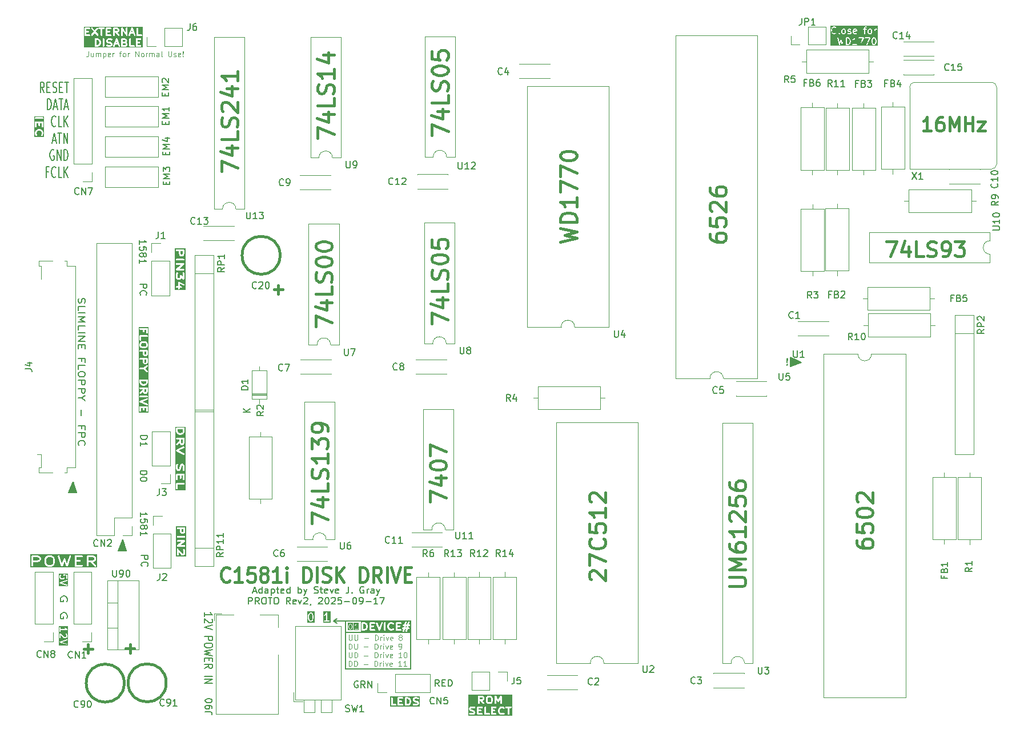
<source format=gbr>
%TF.GenerationSoftware,KiCad,Pcbnew,9.0.4*%
%TF.CreationDate,2025-09-17T13:48:33-04:00*%
%TF.ProjectId,C1581i,43313538-3169-42e6-9b69-6361645f7063,PROTO 2*%
%TF.SameCoordinates,Original*%
%TF.FileFunction,Legend,Top*%
%TF.FilePolarity,Positive*%
%FSLAX46Y46*%
G04 Gerber Fmt 4.6, Leading zero omitted, Abs format (unit mm)*
G04 Created by KiCad (PCBNEW 9.0.4) date 2025-09-17 13:48:33*
%MOMM*%
%LPD*%
G01*
G04 APERTURE LIST*
%ADD10C,0.150000*%
%ADD11C,0.100000*%
%ADD12C,0.400000*%
%ADD13C,0.250000*%
%ADD14C,0.187500*%
%ADD15C,0.200000*%
%ADD16C,0.120000*%
G04 APERTURE END LIST*
D10*
X206483179Y-89538180D02*
X206530798Y-89585800D01*
X206530798Y-89585800D02*
X206483179Y-89633419D01*
X206483179Y-89633419D02*
X206435560Y-89585800D01*
X206435560Y-89585800D02*
X206483179Y-89538180D01*
X206483179Y-89538180D02*
X206483179Y-89633419D01*
X206483179Y-89252466D02*
X206435560Y-88681038D01*
X206435560Y-88681038D02*
X206483179Y-88633419D01*
X206483179Y-88633419D02*
X206530798Y-88681038D01*
X206530798Y-88681038D02*
X206483179Y-89252466D01*
X206483179Y-89252466D02*
X206483179Y-88633419D01*
X208584800Y-89204800D02*
X206959200Y-89865200D01*
X206959200Y-88442800D01*
X208584800Y-89204800D01*
G36*
X208584800Y-89204800D02*
G01*
X206959200Y-89865200D01*
X206959200Y-88442800D01*
X208584800Y-89204800D01*
G37*
D11*
G36*
X142948795Y-128966184D02*
G01*
X142217806Y-128966184D01*
X142217806Y-128259410D01*
X142306695Y-128259410D01*
X142323809Y-128293638D01*
X142360113Y-128305740D01*
X142378929Y-128300587D01*
X142455121Y-128262492D01*
X142461446Y-128257582D01*
X142468116Y-128253126D01*
X142535141Y-128186100D01*
X142535141Y-128777295D01*
X142356569Y-128777295D01*
X142337435Y-128781101D01*
X142310375Y-128808161D01*
X142310375Y-128846429D01*
X142337435Y-128873489D01*
X142356569Y-128877295D01*
X142813712Y-128877295D01*
X142832846Y-128873489D01*
X142859906Y-128846429D01*
X142859906Y-128808161D01*
X142832846Y-128781101D01*
X142813712Y-128777295D01*
X142635141Y-128777295D01*
X142635141Y-128027295D01*
X142631335Y-128008161D01*
X142627694Y-128004520D01*
X142626685Y-127999473D01*
X142614570Y-127991396D01*
X142604275Y-127981101D01*
X142599127Y-127981101D01*
X142594845Y-127978246D01*
X142580570Y-127981101D01*
X142566007Y-127981101D01*
X142562366Y-127984741D01*
X142557319Y-127985751D01*
X142543539Y-127999560D01*
X142470094Y-128109725D01*
X142403141Y-128176678D01*
X142334209Y-128211145D01*
X142318797Y-128223106D01*
X142306695Y-128259410D01*
X142217806Y-128259410D01*
X142217806Y-127889357D01*
X142948795Y-127889357D01*
X142948795Y-128966184D01*
G37*
D10*
X143306800Y-129286000D02*
X140970000Y-129286000D01*
D12*
X221201842Y-71322361D02*
X222668509Y-71322361D01*
X222668509Y-71322361D02*
X221725652Y-73522361D01*
X224449461Y-72055695D02*
X224449461Y-73522361D01*
X223925652Y-71217600D02*
X223401842Y-72789028D01*
X223401842Y-72789028D02*
X224763747Y-72789028D01*
X226649461Y-73522361D02*
X225601842Y-73522361D01*
X225601842Y-73522361D02*
X225601842Y-71322361D01*
X227278032Y-73417600D02*
X227592318Y-73522361D01*
X227592318Y-73522361D02*
X228116127Y-73522361D01*
X228116127Y-73522361D02*
X228325651Y-73417600D01*
X228325651Y-73417600D02*
X228430413Y-73312838D01*
X228430413Y-73312838D02*
X228535175Y-73103314D01*
X228535175Y-73103314D02*
X228535175Y-72893790D01*
X228535175Y-72893790D02*
X228430413Y-72684266D01*
X228430413Y-72684266D02*
X228325651Y-72579504D01*
X228325651Y-72579504D02*
X228116127Y-72474742D01*
X228116127Y-72474742D02*
X227697080Y-72369980D01*
X227697080Y-72369980D02*
X227487556Y-72265219D01*
X227487556Y-72265219D02*
X227382794Y-72160457D01*
X227382794Y-72160457D02*
X227278032Y-71950933D01*
X227278032Y-71950933D02*
X227278032Y-71741409D01*
X227278032Y-71741409D02*
X227382794Y-71531885D01*
X227382794Y-71531885D02*
X227487556Y-71427123D01*
X227487556Y-71427123D02*
X227697080Y-71322361D01*
X227697080Y-71322361D02*
X228220889Y-71322361D01*
X228220889Y-71322361D02*
X228535175Y-71427123D01*
X229582794Y-73522361D02*
X230001842Y-73522361D01*
X230001842Y-73522361D02*
X230211365Y-73417600D01*
X230211365Y-73417600D02*
X230316127Y-73312838D01*
X230316127Y-73312838D02*
X230525651Y-72998552D01*
X230525651Y-72998552D02*
X230630413Y-72579504D01*
X230630413Y-72579504D02*
X230630413Y-71741409D01*
X230630413Y-71741409D02*
X230525651Y-71531885D01*
X230525651Y-71531885D02*
X230420889Y-71427123D01*
X230420889Y-71427123D02*
X230211365Y-71322361D01*
X230211365Y-71322361D02*
X229792318Y-71322361D01*
X229792318Y-71322361D02*
X229582794Y-71427123D01*
X229582794Y-71427123D02*
X229478032Y-71531885D01*
X229478032Y-71531885D02*
X229373270Y-71741409D01*
X229373270Y-71741409D02*
X229373270Y-72265219D01*
X229373270Y-72265219D02*
X229478032Y-72474742D01*
X229478032Y-72474742D02*
X229582794Y-72579504D01*
X229582794Y-72579504D02*
X229792318Y-72684266D01*
X229792318Y-72684266D02*
X230211365Y-72684266D01*
X230211365Y-72684266D02*
X230420889Y-72579504D01*
X230420889Y-72579504D02*
X230525651Y-72474742D01*
X230525651Y-72474742D02*
X230630413Y-72265219D01*
X231363746Y-71322361D02*
X232725651Y-71322361D01*
X232725651Y-71322361D02*
X231992318Y-72160457D01*
X231992318Y-72160457D02*
X232306603Y-72160457D01*
X232306603Y-72160457D02*
X232516127Y-72265219D01*
X232516127Y-72265219D02*
X232620889Y-72369980D01*
X232620889Y-72369980D02*
X232725651Y-72579504D01*
X232725651Y-72579504D02*
X232725651Y-73103314D01*
X232725651Y-73103314D02*
X232620889Y-73312838D01*
X232620889Y-73312838D02*
X232516127Y-73417600D01*
X232516127Y-73417600D02*
X232306603Y-73522361D01*
X232306603Y-73522361D02*
X231678032Y-73522361D01*
X231678032Y-73522361D02*
X231468508Y-73417600D01*
X231468508Y-73417600D02*
X231363746Y-73312838D01*
D10*
X139192000Y-127609600D02*
X139750800Y-127254000D01*
X139750800Y-127965200D02*
X139192000Y-127609600D01*
X139192000Y-127609600D02*
X139750800Y-127965200D01*
X143611600Y-127609600D02*
X139192000Y-127609600D01*
X140970000Y-134747000D02*
X140970000Y-127609600D01*
X150622000Y-134747000D02*
X140970000Y-134747000D01*
X150622000Y-129374900D02*
X150622000Y-134747000D01*
D12*
X227796166Y-54852438D02*
X226653309Y-54852438D01*
X227224737Y-54852438D02*
X227224737Y-52852438D01*
X227224737Y-52852438D02*
X227034261Y-53138152D01*
X227034261Y-53138152D02*
X226843785Y-53328628D01*
X226843785Y-53328628D02*
X226653309Y-53423866D01*
X229510452Y-52852438D02*
X229129499Y-52852438D01*
X229129499Y-52852438D02*
X228939023Y-52947676D01*
X228939023Y-52947676D02*
X228843785Y-53042914D01*
X228843785Y-53042914D02*
X228653309Y-53328628D01*
X228653309Y-53328628D02*
X228558071Y-53709580D01*
X228558071Y-53709580D02*
X228558071Y-54471485D01*
X228558071Y-54471485D02*
X228653309Y-54661961D01*
X228653309Y-54661961D02*
X228748547Y-54757200D01*
X228748547Y-54757200D02*
X228939023Y-54852438D01*
X228939023Y-54852438D02*
X229319976Y-54852438D01*
X229319976Y-54852438D02*
X229510452Y-54757200D01*
X229510452Y-54757200D02*
X229605690Y-54661961D01*
X229605690Y-54661961D02*
X229700928Y-54471485D01*
X229700928Y-54471485D02*
X229700928Y-53995295D01*
X229700928Y-53995295D02*
X229605690Y-53804819D01*
X229605690Y-53804819D02*
X229510452Y-53709580D01*
X229510452Y-53709580D02*
X229319976Y-53614342D01*
X229319976Y-53614342D02*
X228939023Y-53614342D01*
X228939023Y-53614342D02*
X228748547Y-53709580D01*
X228748547Y-53709580D02*
X228653309Y-53804819D01*
X228653309Y-53804819D02*
X228558071Y-53995295D01*
X230558071Y-54852438D02*
X230558071Y-52852438D01*
X230558071Y-52852438D02*
X231224738Y-54281009D01*
X231224738Y-54281009D02*
X231891404Y-52852438D01*
X231891404Y-52852438D02*
X231891404Y-54852438D01*
X232843785Y-54852438D02*
X232843785Y-52852438D01*
X232843785Y-53804819D02*
X233986642Y-53804819D01*
X233986642Y-54852438D02*
X233986642Y-52852438D01*
X234748547Y-53519104D02*
X235796166Y-53519104D01*
X235796166Y-53519104D02*
X234748547Y-54852438D01*
X234748547Y-54852438D02*
X235796166Y-54852438D01*
X122585485Y-60918985D02*
X122585485Y-59318985D01*
X122585485Y-59318985D02*
X124985485Y-60347557D01*
X123385485Y-57376129D02*
X124985485Y-57376129D01*
X122471200Y-57947557D02*
X124185485Y-58518986D01*
X124185485Y-58518986D02*
X124185485Y-57033271D01*
X124985485Y-54976129D02*
X124985485Y-56118986D01*
X124985485Y-56118986D02*
X122585485Y-56118986D01*
X124871200Y-54290415D02*
X124985485Y-53947558D01*
X124985485Y-53947558D02*
X124985485Y-53376129D01*
X124985485Y-53376129D02*
X124871200Y-53147558D01*
X124871200Y-53147558D02*
X124756914Y-53033272D01*
X124756914Y-53033272D02*
X124528342Y-52918986D01*
X124528342Y-52918986D02*
X124299771Y-52918986D01*
X124299771Y-52918986D02*
X124071200Y-53033272D01*
X124071200Y-53033272D02*
X123956914Y-53147558D01*
X123956914Y-53147558D02*
X123842628Y-53376129D01*
X123842628Y-53376129D02*
X123728342Y-53833272D01*
X123728342Y-53833272D02*
X123614057Y-54061843D01*
X123614057Y-54061843D02*
X123499771Y-54176129D01*
X123499771Y-54176129D02*
X123271200Y-54290415D01*
X123271200Y-54290415D02*
X123042628Y-54290415D01*
X123042628Y-54290415D02*
X122814057Y-54176129D01*
X122814057Y-54176129D02*
X122699771Y-54061843D01*
X122699771Y-54061843D02*
X122585485Y-53833272D01*
X122585485Y-53833272D02*
X122585485Y-53261843D01*
X122585485Y-53261843D02*
X122699771Y-52918986D01*
X122814057Y-52004701D02*
X122699771Y-51890415D01*
X122699771Y-51890415D02*
X122585485Y-51661844D01*
X122585485Y-51661844D02*
X122585485Y-51090415D01*
X122585485Y-51090415D02*
X122699771Y-50861844D01*
X122699771Y-50861844D02*
X122814057Y-50747558D01*
X122814057Y-50747558D02*
X123042628Y-50633272D01*
X123042628Y-50633272D02*
X123271200Y-50633272D01*
X123271200Y-50633272D02*
X123614057Y-50747558D01*
X123614057Y-50747558D02*
X124985485Y-52118986D01*
X124985485Y-52118986D02*
X124985485Y-50633272D01*
X123385485Y-48576130D02*
X124985485Y-48576130D01*
X122471200Y-49147558D02*
X124185485Y-49718987D01*
X124185485Y-49718987D02*
X124185485Y-48233272D01*
X124985485Y-46061844D02*
X124985485Y-47433273D01*
X124985485Y-46747558D02*
X122585485Y-46747558D01*
X122585485Y-46747558D02*
X122928342Y-46976130D01*
X122928342Y-46976130D02*
X123156914Y-47204701D01*
X123156914Y-47204701D02*
X123271200Y-47433273D01*
X177364057Y-121454700D02*
X177249771Y-121340414D01*
X177249771Y-121340414D02*
X177135485Y-121111843D01*
X177135485Y-121111843D02*
X177135485Y-120540414D01*
X177135485Y-120540414D02*
X177249771Y-120311843D01*
X177249771Y-120311843D02*
X177364057Y-120197557D01*
X177364057Y-120197557D02*
X177592628Y-120083271D01*
X177592628Y-120083271D02*
X177821200Y-120083271D01*
X177821200Y-120083271D02*
X178164057Y-120197557D01*
X178164057Y-120197557D02*
X179535485Y-121568985D01*
X179535485Y-121568985D02*
X179535485Y-120083271D01*
X177135485Y-119283271D02*
X177135485Y-117683271D01*
X177135485Y-117683271D02*
X179535485Y-118711843D01*
X179306914Y-115397557D02*
X179421200Y-115511843D01*
X179421200Y-115511843D02*
X179535485Y-115854700D01*
X179535485Y-115854700D02*
X179535485Y-116083272D01*
X179535485Y-116083272D02*
X179421200Y-116426129D01*
X179421200Y-116426129D02*
X179192628Y-116654700D01*
X179192628Y-116654700D02*
X178964057Y-116768986D01*
X178964057Y-116768986D02*
X178506914Y-116883272D01*
X178506914Y-116883272D02*
X178164057Y-116883272D01*
X178164057Y-116883272D02*
X177706914Y-116768986D01*
X177706914Y-116768986D02*
X177478342Y-116654700D01*
X177478342Y-116654700D02*
X177249771Y-116426129D01*
X177249771Y-116426129D02*
X177135485Y-116083272D01*
X177135485Y-116083272D02*
X177135485Y-115854700D01*
X177135485Y-115854700D02*
X177249771Y-115511843D01*
X177249771Y-115511843D02*
X177364057Y-115397557D01*
X177135485Y-113226129D02*
X177135485Y-114368986D01*
X177135485Y-114368986D02*
X178278342Y-114483272D01*
X178278342Y-114483272D02*
X178164057Y-114368986D01*
X178164057Y-114368986D02*
X178049771Y-114140415D01*
X178049771Y-114140415D02*
X178049771Y-113568986D01*
X178049771Y-113568986D02*
X178164057Y-113340415D01*
X178164057Y-113340415D02*
X178278342Y-113226129D01*
X178278342Y-113226129D02*
X178506914Y-113111843D01*
X178506914Y-113111843D02*
X179078342Y-113111843D01*
X179078342Y-113111843D02*
X179306914Y-113226129D01*
X179306914Y-113226129D02*
X179421200Y-113340415D01*
X179421200Y-113340415D02*
X179535485Y-113568986D01*
X179535485Y-113568986D02*
X179535485Y-114140415D01*
X179535485Y-114140415D02*
X179421200Y-114368986D01*
X179421200Y-114368986D02*
X179306914Y-114483272D01*
X179535485Y-110826129D02*
X179535485Y-112197558D01*
X179535485Y-111511843D02*
X177135485Y-111511843D01*
X177135485Y-111511843D02*
X177478342Y-111740415D01*
X177478342Y-111740415D02*
X177706914Y-111968986D01*
X177706914Y-111968986D02*
X177821200Y-112197558D01*
X177364057Y-109911844D02*
X177249771Y-109797558D01*
X177249771Y-109797558D02*
X177135485Y-109568987D01*
X177135485Y-109568987D02*
X177135485Y-108997558D01*
X177135485Y-108997558D02*
X177249771Y-108768987D01*
X177249771Y-108768987D02*
X177364057Y-108654701D01*
X177364057Y-108654701D02*
X177592628Y-108540415D01*
X177592628Y-108540415D02*
X177821200Y-108540415D01*
X177821200Y-108540415D02*
X178164057Y-108654701D01*
X178164057Y-108654701D02*
X179535485Y-110026129D01*
X179535485Y-110026129D02*
X179535485Y-108540415D01*
X197894685Y-122457014D02*
X199837542Y-122457014D01*
X199837542Y-122457014D02*
X200066114Y-122342728D01*
X200066114Y-122342728D02*
X200180400Y-122228443D01*
X200180400Y-122228443D02*
X200294685Y-121999871D01*
X200294685Y-121999871D02*
X200294685Y-121542728D01*
X200294685Y-121542728D02*
X200180400Y-121314157D01*
X200180400Y-121314157D02*
X200066114Y-121199871D01*
X200066114Y-121199871D02*
X199837542Y-121085585D01*
X199837542Y-121085585D02*
X197894685Y-121085585D01*
X200294685Y-119942728D02*
X197894685Y-119942728D01*
X197894685Y-119942728D02*
X199608971Y-119142728D01*
X199608971Y-119142728D02*
X197894685Y-118342728D01*
X197894685Y-118342728D02*
X200294685Y-118342728D01*
X197894685Y-116171300D02*
X197894685Y-116628442D01*
X197894685Y-116628442D02*
X198008971Y-116857014D01*
X198008971Y-116857014D02*
X198123257Y-116971300D01*
X198123257Y-116971300D02*
X198466114Y-117199871D01*
X198466114Y-117199871D02*
X198923257Y-117314157D01*
X198923257Y-117314157D02*
X199837542Y-117314157D01*
X199837542Y-117314157D02*
X200066114Y-117199871D01*
X200066114Y-117199871D02*
X200180400Y-117085585D01*
X200180400Y-117085585D02*
X200294685Y-116857014D01*
X200294685Y-116857014D02*
X200294685Y-116399871D01*
X200294685Y-116399871D02*
X200180400Y-116171300D01*
X200180400Y-116171300D02*
X200066114Y-116057014D01*
X200066114Y-116057014D02*
X199837542Y-115942728D01*
X199837542Y-115942728D02*
X199266114Y-115942728D01*
X199266114Y-115942728D02*
X199037542Y-116057014D01*
X199037542Y-116057014D02*
X198923257Y-116171300D01*
X198923257Y-116171300D02*
X198808971Y-116399871D01*
X198808971Y-116399871D02*
X198808971Y-116857014D01*
X198808971Y-116857014D02*
X198923257Y-117085585D01*
X198923257Y-117085585D02*
X199037542Y-117199871D01*
X199037542Y-117199871D02*
X199266114Y-117314157D01*
X200294685Y-113657014D02*
X200294685Y-115028443D01*
X200294685Y-114342728D02*
X197894685Y-114342728D01*
X197894685Y-114342728D02*
X198237542Y-114571300D01*
X198237542Y-114571300D02*
X198466114Y-114799871D01*
X198466114Y-114799871D02*
X198580400Y-115028443D01*
X198123257Y-112742729D02*
X198008971Y-112628443D01*
X198008971Y-112628443D02*
X197894685Y-112399872D01*
X197894685Y-112399872D02*
X197894685Y-111828443D01*
X197894685Y-111828443D02*
X198008971Y-111599872D01*
X198008971Y-111599872D02*
X198123257Y-111485586D01*
X198123257Y-111485586D02*
X198351828Y-111371300D01*
X198351828Y-111371300D02*
X198580400Y-111371300D01*
X198580400Y-111371300D02*
X198923257Y-111485586D01*
X198923257Y-111485586D02*
X200294685Y-112857014D01*
X200294685Y-112857014D02*
X200294685Y-111371300D01*
X197894685Y-109199872D02*
X197894685Y-110342729D01*
X197894685Y-110342729D02*
X199037542Y-110457015D01*
X199037542Y-110457015D02*
X198923257Y-110342729D01*
X198923257Y-110342729D02*
X198808971Y-110114158D01*
X198808971Y-110114158D02*
X198808971Y-109542729D01*
X198808971Y-109542729D02*
X198923257Y-109314158D01*
X198923257Y-109314158D02*
X199037542Y-109199872D01*
X199037542Y-109199872D02*
X199266114Y-109085586D01*
X199266114Y-109085586D02*
X199837542Y-109085586D01*
X199837542Y-109085586D02*
X200066114Y-109199872D01*
X200066114Y-109199872D02*
X200180400Y-109314158D01*
X200180400Y-109314158D02*
X200294685Y-109542729D01*
X200294685Y-109542729D02*
X200294685Y-110114158D01*
X200294685Y-110114158D02*
X200180400Y-110342729D01*
X200180400Y-110342729D02*
X200066114Y-110457015D01*
X197894685Y-107028444D02*
X197894685Y-107485586D01*
X197894685Y-107485586D02*
X198008971Y-107714158D01*
X198008971Y-107714158D02*
X198123257Y-107828444D01*
X198123257Y-107828444D02*
X198466114Y-108057015D01*
X198466114Y-108057015D02*
X198923257Y-108171301D01*
X198923257Y-108171301D02*
X199837542Y-108171301D01*
X199837542Y-108171301D02*
X200066114Y-108057015D01*
X200066114Y-108057015D02*
X200180400Y-107942729D01*
X200180400Y-107942729D02*
X200294685Y-107714158D01*
X200294685Y-107714158D02*
X200294685Y-107257015D01*
X200294685Y-107257015D02*
X200180400Y-107028444D01*
X200180400Y-107028444D02*
X200066114Y-106914158D01*
X200066114Y-106914158D02*
X199837542Y-106799872D01*
X199837542Y-106799872D02*
X199266114Y-106799872D01*
X199266114Y-106799872D02*
X199037542Y-106914158D01*
X199037542Y-106914158D02*
X198923257Y-107028444D01*
X198923257Y-107028444D02*
X198808971Y-107257015D01*
X198808971Y-107257015D02*
X198808971Y-107714158D01*
X198808971Y-107714158D02*
X198923257Y-107942729D01*
X198923257Y-107942729D02*
X199037542Y-108057015D01*
X199037542Y-108057015D02*
X199266114Y-108171301D01*
X216735485Y-115636843D02*
X216735485Y-116093985D01*
X216735485Y-116093985D02*
X216849771Y-116322557D01*
X216849771Y-116322557D02*
X216964057Y-116436843D01*
X216964057Y-116436843D02*
X217306914Y-116665414D01*
X217306914Y-116665414D02*
X217764057Y-116779700D01*
X217764057Y-116779700D02*
X218678342Y-116779700D01*
X218678342Y-116779700D02*
X218906914Y-116665414D01*
X218906914Y-116665414D02*
X219021200Y-116551128D01*
X219021200Y-116551128D02*
X219135485Y-116322557D01*
X219135485Y-116322557D02*
X219135485Y-115865414D01*
X219135485Y-115865414D02*
X219021200Y-115636843D01*
X219021200Y-115636843D02*
X218906914Y-115522557D01*
X218906914Y-115522557D02*
X218678342Y-115408271D01*
X218678342Y-115408271D02*
X218106914Y-115408271D01*
X218106914Y-115408271D02*
X217878342Y-115522557D01*
X217878342Y-115522557D02*
X217764057Y-115636843D01*
X217764057Y-115636843D02*
X217649771Y-115865414D01*
X217649771Y-115865414D02*
X217649771Y-116322557D01*
X217649771Y-116322557D02*
X217764057Y-116551128D01*
X217764057Y-116551128D02*
X217878342Y-116665414D01*
X217878342Y-116665414D02*
X218106914Y-116779700D01*
X216735485Y-113236843D02*
X216735485Y-114379700D01*
X216735485Y-114379700D02*
X217878342Y-114493986D01*
X217878342Y-114493986D02*
X217764057Y-114379700D01*
X217764057Y-114379700D02*
X217649771Y-114151129D01*
X217649771Y-114151129D02*
X217649771Y-113579700D01*
X217649771Y-113579700D02*
X217764057Y-113351129D01*
X217764057Y-113351129D02*
X217878342Y-113236843D01*
X217878342Y-113236843D02*
X218106914Y-113122557D01*
X218106914Y-113122557D02*
X218678342Y-113122557D01*
X218678342Y-113122557D02*
X218906914Y-113236843D01*
X218906914Y-113236843D02*
X219021200Y-113351129D01*
X219021200Y-113351129D02*
X219135485Y-113579700D01*
X219135485Y-113579700D02*
X219135485Y-114151129D01*
X219135485Y-114151129D02*
X219021200Y-114379700D01*
X219021200Y-114379700D02*
X218906914Y-114493986D01*
X216735485Y-111636843D02*
X216735485Y-111408272D01*
X216735485Y-111408272D02*
X216849771Y-111179700D01*
X216849771Y-111179700D02*
X216964057Y-111065415D01*
X216964057Y-111065415D02*
X217192628Y-110951129D01*
X217192628Y-110951129D02*
X217649771Y-110836843D01*
X217649771Y-110836843D02*
X218221200Y-110836843D01*
X218221200Y-110836843D02*
X218678342Y-110951129D01*
X218678342Y-110951129D02*
X218906914Y-111065415D01*
X218906914Y-111065415D02*
X219021200Y-111179700D01*
X219021200Y-111179700D02*
X219135485Y-111408272D01*
X219135485Y-111408272D02*
X219135485Y-111636843D01*
X219135485Y-111636843D02*
X219021200Y-111865415D01*
X219021200Y-111865415D02*
X218906914Y-111979700D01*
X218906914Y-111979700D02*
X218678342Y-112093986D01*
X218678342Y-112093986D02*
X218221200Y-112208272D01*
X218221200Y-112208272D02*
X217649771Y-112208272D01*
X217649771Y-112208272D02*
X217192628Y-112093986D01*
X217192628Y-112093986D02*
X216964057Y-111979700D01*
X216964057Y-111979700D02*
X216849771Y-111865415D01*
X216849771Y-111865415D02*
X216735485Y-111636843D01*
X216964057Y-109922558D02*
X216849771Y-109808272D01*
X216849771Y-109808272D02*
X216735485Y-109579701D01*
X216735485Y-109579701D02*
X216735485Y-109008272D01*
X216735485Y-109008272D02*
X216849771Y-108779701D01*
X216849771Y-108779701D02*
X216964057Y-108665415D01*
X216964057Y-108665415D02*
X217192628Y-108551129D01*
X217192628Y-108551129D02*
X217421200Y-108551129D01*
X217421200Y-108551129D02*
X217764057Y-108665415D01*
X217764057Y-108665415D02*
X219135485Y-110036843D01*
X219135485Y-110036843D02*
X219135485Y-108551129D01*
X194999085Y-70222043D02*
X194999085Y-70679185D01*
X194999085Y-70679185D02*
X195113371Y-70907757D01*
X195113371Y-70907757D02*
X195227657Y-71022043D01*
X195227657Y-71022043D02*
X195570514Y-71250614D01*
X195570514Y-71250614D02*
X196027657Y-71364900D01*
X196027657Y-71364900D02*
X196941942Y-71364900D01*
X196941942Y-71364900D02*
X197170514Y-71250614D01*
X197170514Y-71250614D02*
X197284800Y-71136328D01*
X197284800Y-71136328D02*
X197399085Y-70907757D01*
X197399085Y-70907757D02*
X197399085Y-70450614D01*
X197399085Y-70450614D02*
X197284800Y-70222043D01*
X197284800Y-70222043D02*
X197170514Y-70107757D01*
X197170514Y-70107757D02*
X196941942Y-69993471D01*
X196941942Y-69993471D02*
X196370514Y-69993471D01*
X196370514Y-69993471D02*
X196141942Y-70107757D01*
X196141942Y-70107757D02*
X196027657Y-70222043D01*
X196027657Y-70222043D02*
X195913371Y-70450614D01*
X195913371Y-70450614D02*
X195913371Y-70907757D01*
X195913371Y-70907757D02*
X196027657Y-71136328D01*
X196027657Y-71136328D02*
X196141942Y-71250614D01*
X196141942Y-71250614D02*
X196370514Y-71364900D01*
X194999085Y-67822043D02*
X194999085Y-68964900D01*
X194999085Y-68964900D02*
X196141942Y-69079186D01*
X196141942Y-69079186D02*
X196027657Y-68964900D01*
X196027657Y-68964900D02*
X195913371Y-68736329D01*
X195913371Y-68736329D02*
X195913371Y-68164900D01*
X195913371Y-68164900D02*
X196027657Y-67936329D01*
X196027657Y-67936329D02*
X196141942Y-67822043D01*
X196141942Y-67822043D02*
X196370514Y-67707757D01*
X196370514Y-67707757D02*
X196941942Y-67707757D01*
X196941942Y-67707757D02*
X197170514Y-67822043D01*
X197170514Y-67822043D02*
X197284800Y-67936329D01*
X197284800Y-67936329D02*
X197399085Y-68164900D01*
X197399085Y-68164900D02*
X197399085Y-68736329D01*
X197399085Y-68736329D02*
X197284800Y-68964900D01*
X197284800Y-68964900D02*
X197170514Y-69079186D01*
X195227657Y-66793472D02*
X195113371Y-66679186D01*
X195113371Y-66679186D02*
X194999085Y-66450615D01*
X194999085Y-66450615D02*
X194999085Y-65879186D01*
X194999085Y-65879186D02*
X195113371Y-65650615D01*
X195113371Y-65650615D02*
X195227657Y-65536329D01*
X195227657Y-65536329D02*
X195456228Y-65422043D01*
X195456228Y-65422043D02*
X195684800Y-65422043D01*
X195684800Y-65422043D02*
X196027657Y-65536329D01*
X196027657Y-65536329D02*
X197399085Y-66907757D01*
X197399085Y-66907757D02*
X197399085Y-65422043D01*
X194999085Y-63364901D02*
X194999085Y-63822043D01*
X194999085Y-63822043D02*
X195113371Y-64050615D01*
X195113371Y-64050615D02*
X195227657Y-64164901D01*
X195227657Y-64164901D02*
X195570514Y-64393472D01*
X195570514Y-64393472D02*
X196027657Y-64507758D01*
X196027657Y-64507758D02*
X196941942Y-64507758D01*
X196941942Y-64507758D02*
X197170514Y-64393472D01*
X197170514Y-64393472D02*
X197284800Y-64279186D01*
X197284800Y-64279186D02*
X197399085Y-64050615D01*
X197399085Y-64050615D02*
X197399085Y-63593472D01*
X197399085Y-63593472D02*
X197284800Y-63364901D01*
X197284800Y-63364901D02*
X197170514Y-63250615D01*
X197170514Y-63250615D02*
X196941942Y-63136329D01*
X196941942Y-63136329D02*
X196370514Y-63136329D01*
X196370514Y-63136329D02*
X196141942Y-63250615D01*
X196141942Y-63250615D02*
X196027657Y-63364901D01*
X196027657Y-63364901D02*
X195913371Y-63593472D01*
X195913371Y-63593472D02*
X195913371Y-64050615D01*
X195913371Y-64050615D02*
X196027657Y-64279186D01*
X196027657Y-64279186D02*
X196141942Y-64393472D01*
X196141942Y-64393472D02*
X196370514Y-64507758D01*
X172850285Y-71377585D02*
X175250285Y-70806157D01*
X175250285Y-70806157D02*
X173536000Y-70349014D01*
X173536000Y-70349014D02*
X175250285Y-69891871D01*
X175250285Y-69891871D02*
X172850285Y-69320443D01*
X175250285Y-68406157D02*
X172850285Y-68406157D01*
X172850285Y-68406157D02*
X172850285Y-67834728D01*
X172850285Y-67834728D02*
X172964571Y-67491871D01*
X172964571Y-67491871D02*
X173193142Y-67263300D01*
X173193142Y-67263300D02*
X173421714Y-67149014D01*
X173421714Y-67149014D02*
X173878857Y-67034728D01*
X173878857Y-67034728D02*
X174221714Y-67034728D01*
X174221714Y-67034728D02*
X174678857Y-67149014D01*
X174678857Y-67149014D02*
X174907428Y-67263300D01*
X174907428Y-67263300D02*
X175136000Y-67491871D01*
X175136000Y-67491871D02*
X175250285Y-67834728D01*
X175250285Y-67834728D02*
X175250285Y-68406157D01*
X175250285Y-64749014D02*
X175250285Y-66120443D01*
X175250285Y-65434728D02*
X172850285Y-65434728D01*
X172850285Y-65434728D02*
X173193142Y-65663300D01*
X173193142Y-65663300D02*
X173421714Y-65891871D01*
X173421714Y-65891871D02*
X173536000Y-66120443D01*
X172850285Y-63949014D02*
X172850285Y-62349014D01*
X172850285Y-62349014D02*
X175250285Y-63377586D01*
X172850285Y-61663300D02*
X172850285Y-60063300D01*
X172850285Y-60063300D02*
X175250285Y-61091872D01*
X172850285Y-58691872D02*
X172850285Y-58463301D01*
X172850285Y-58463301D02*
X172964571Y-58234729D01*
X172964571Y-58234729D02*
X173078857Y-58120444D01*
X173078857Y-58120444D02*
X173307428Y-58006158D01*
X173307428Y-58006158D02*
X173764571Y-57891872D01*
X173764571Y-57891872D02*
X174336000Y-57891872D01*
X174336000Y-57891872D02*
X174793142Y-58006158D01*
X174793142Y-58006158D02*
X175021714Y-58120444D01*
X175021714Y-58120444D02*
X175136000Y-58234729D01*
X175136000Y-58234729D02*
X175250285Y-58463301D01*
X175250285Y-58463301D02*
X175250285Y-58691872D01*
X175250285Y-58691872D02*
X175136000Y-58920444D01*
X175136000Y-58920444D02*
X175021714Y-59034729D01*
X175021714Y-59034729D02*
X174793142Y-59149015D01*
X174793142Y-59149015D02*
X174336000Y-59263301D01*
X174336000Y-59263301D02*
X173764571Y-59263301D01*
X173764571Y-59263301D02*
X173307428Y-59149015D01*
X173307428Y-59149015D02*
X173078857Y-59034729D01*
X173078857Y-59034729D02*
X172964571Y-58920444D01*
X172964571Y-58920444D02*
X172850285Y-58691872D01*
X153800285Y-55527985D02*
X153800285Y-53927985D01*
X153800285Y-53927985D02*
X156200285Y-54956557D01*
X154600285Y-51985129D02*
X156200285Y-51985129D01*
X153686000Y-52556557D02*
X155400285Y-53127986D01*
X155400285Y-53127986D02*
X155400285Y-51642271D01*
X156200285Y-49585129D02*
X156200285Y-50727986D01*
X156200285Y-50727986D02*
X153800285Y-50727986D01*
X156086000Y-48899415D02*
X156200285Y-48556558D01*
X156200285Y-48556558D02*
X156200285Y-47985129D01*
X156200285Y-47985129D02*
X156086000Y-47756558D01*
X156086000Y-47756558D02*
X155971714Y-47642272D01*
X155971714Y-47642272D02*
X155743142Y-47527986D01*
X155743142Y-47527986D02*
X155514571Y-47527986D01*
X155514571Y-47527986D02*
X155286000Y-47642272D01*
X155286000Y-47642272D02*
X155171714Y-47756558D01*
X155171714Y-47756558D02*
X155057428Y-47985129D01*
X155057428Y-47985129D02*
X154943142Y-48442272D01*
X154943142Y-48442272D02*
X154828857Y-48670843D01*
X154828857Y-48670843D02*
X154714571Y-48785129D01*
X154714571Y-48785129D02*
X154486000Y-48899415D01*
X154486000Y-48899415D02*
X154257428Y-48899415D01*
X154257428Y-48899415D02*
X154028857Y-48785129D01*
X154028857Y-48785129D02*
X153914571Y-48670843D01*
X153914571Y-48670843D02*
X153800285Y-48442272D01*
X153800285Y-48442272D02*
X153800285Y-47870843D01*
X153800285Y-47870843D02*
X153914571Y-47527986D01*
X153800285Y-46042272D02*
X153800285Y-45813701D01*
X153800285Y-45813701D02*
X153914571Y-45585129D01*
X153914571Y-45585129D02*
X154028857Y-45470844D01*
X154028857Y-45470844D02*
X154257428Y-45356558D01*
X154257428Y-45356558D02*
X154714571Y-45242272D01*
X154714571Y-45242272D02*
X155286000Y-45242272D01*
X155286000Y-45242272D02*
X155743142Y-45356558D01*
X155743142Y-45356558D02*
X155971714Y-45470844D01*
X155971714Y-45470844D02*
X156086000Y-45585129D01*
X156086000Y-45585129D02*
X156200285Y-45813701D01*
X156200285Y-45813701D02*
X156200285Y-46042272D01*
X156200285Y-46042272D02*
X156086000Y-46270844D01*
X156086000Y-46270844D02*
X155971714Y-46385129D01*
X155971714Y-46385129D02*
X155743142Y-46499415D01*
X155743142Y-46499415D02*
X155286000Y-46613701D01*
X155286000Y-46613701D02*
X154714571Y-46613701D01*
X154714571Y-46613701D02*
X154257428Y-46499415D01*
X154257428Y-46499415D02*
X154028857Y-46385129D01*
X154028857Y-46385129D02*
X153914571Y-46270844D01*
X153914571Y-46270844D02*
X153800285Y-46042272D01*
X153800285Y-43070844D02*
X153800285Y-44213701D01*
X153800285Y-44213701D02*
X154943142Y-44327987D01*
X154943142Y-44327987D02*
X154828857Y-44213701D01*
X154828857Y-44213701D02*
X154714571Y-43985130D01*
X154714571Y-43985130D02*
X154714571Y-43413701D01*
X154714571Y-43413701D02*
X154828857Y-43185130D01*
X154828857Y-43185130D02*
X154943142Y-43070844D01*
X154943142Y-43070844D02*
X155171714Y-42956558D01*
X155171714Y-42956558D02*
X155743142Y-42956558D01*
X155743142Y-42956558D02*
X155971714Y-43070844D01*
X155971714Y-43070844D02*
X156086000Y-43185130D01*
X156086000Y-43185130D02*
X156200285Y-43413701D01*
X156200285Y-43413701D02*
X156200285Y-43985130D01*
X156200285Y-43985130D02*
X156086000Y-44213701D01*
X156086000Y-44213701D02*
X155971714Y-44327987D01*
X136860485Y-55985185D02*
X136860485Y-54385185D01*
X136860485Y-54385185D02*
X139260485Y-55413757D01*
X137660485Y-52442329D02*
X139260485Y-52442329D01*
X136746200Y-53013757D02*
X138460485Y-53585186D01*
X138460485Y-53585186D02*
X138460485Y-52099471D01*
X139260485Y-50042329D02*
X139260485Y-51185186D01*
X139260485Y-51185186D02*
X136860485Y-51185186D01*
X139146200Y-49356615D02*
X139260485Y-49013758D01*
X139260485Y-49013758D02*
X139260485Y-48442329D01*
X139260485Y-48442329D02*
X139146200Y-48213758D01*
X139146200Y-48213758D02*
X139031914Y-48099472D01*
X139031914Y-48099472D02*
X138803342Y-47985186D01*
X138803342Y-47985186D02*
X138574771Y-47985186D01*
X138574771Y-47985186D02*
X138346200Y-48099472D01*
X138346200Y-48099472D02*
X138231914Y-48213758D01*
X138231914Y-48213758D02*
X138117628Y-48442329D01*
X138117628Y-48442329D02*
X138003342Y-48899472D01*
X138003342Y-48899472D02*
X137889057Y-49128043D01*
X137889057Y-49128043D02*
X137774771Y-49242329D01*
X137774771Y-49242329D02*
X137546200Y-49356615D01*
X137546200Y-49356615D02*
X137317628Y-49356615D01*
X137317628Y-49356615D02*
X137089057Y-49242329D01*
X137089057Y-49242329D02*
X136974771Y-49128043D01*
X136974771Y-49128043D02*
X136860485Y-48899472D01*
X136860485Y-48899472D02*
X136860485Y-48328043D01*
X136860485Y-48328043D02*
X136974771Y-47985186D01*
X139260485Y-45699472D02*
X139260485Y-47070901D01*
X139260485Y-46385186D02*
X136860485Y-46385186D01*
X136860485Y-46385186D02*
X137203342Y-46613758D01*
X137203342Y-46613758D02*
X137431914Y-46842329D01*
X137431914Y-46842329D02*
X137546200Y-47070901D01*
X137660485Y-43642330D02*
X139260485Y-43642330D01*
X136746200Y-44213758D02*
X138460485Y-44785187D01*
X138460485Y-44785187D02*
X138460485Y-43299472D01*
X153760485Y-83493985D02*
X153760485Y-81893985D01*
X153760485Y-81893985D02*
X156160485Y-82922557D01*
X154560485Y-79951129D02*
X156160485Y-79951129D01*
X153646200Y-80522557D02*
X155360485Y-81093986D01*
X155360485Y-81093986D02*
X155360485Y-79608271D01*
X156160485Y-77551129D02*
X156160485Y-78693986D01*
X156160485Y-78693986D02*
X153760485Y-78693986D01*
X156046200Y-76865415D02*
X156160485Y-76522558D01*
X156160485Y-76522558D02*
X156160485Y-75951129D01*
X156160485Y-75951129D02*
X156046200Y-75722558D01*
X156046200Y-75722558D02*
X155931914Y-75608272D01*
X155931914Y-75608272D02*
X155703342Y-75493986D01*
X155703342Y-75493986D02*
X155474771Y-75493986D01*
X155474771Y-75493986D02*
X155246200Y-75608272D01*
X155246200Y-75608272D02*
X155131914Y-75722558D01*
X155131914Y-75722558D02*
X155017628Y-75951129D01*
X155017628Y-75951129D02*
X154903342Y-76408272D01*
X154903342Y-76408272D02*
X154789057Y-76636843D01*
X154789057Y-76636843D02*
X154674771Y-76751129D01*
X154674771Y-76751129D02*
X154446200Y-76865415D01*
X154446200Y-76865415D02*
X154217628Y-76865415D01*
X154217628Y-76865415D02*
X153989057Y-76751129D01*
X153989057Y-76751129D02*
X153874771Y-76636843D01*
X153874771Y-76636843D02*
X153760485Y-76408272D01*
X153760485Y-76408272D02*
X153760485Y-75836843D01*
X153760485Y-75836843D02*
X153874771Y-75493986D01*
X153760485Y-74008272D02*
X153760485Y-73779701D01*
X153760485Y-73779701D02*
X153874771Y-73551129D01*
X153874771Y-73551129D02*
X153989057Y-73436844D01*
X153989057Y-73436844D02*
X154217628Y-73322558D01*
X154217628Y-73322558D02*
X154674771Y-73208272D01*
X154674771Y-73208272D02*
X155246200Y-73208272D01*
X155246200Y-73208272D02*
X155703342Y-73322558D01*
X155703342Y-73322558D02*
X155931914Y-73436844D01*
X155931914Y-73436844D02*
X156046200Y-73551129D01*
X156046200Y-73551129D02*
X156160485Y-73779701D01*
X156160485Y-73779701D02*
X156160485Y-74008272D01*
X156160485Y-74008272D02*
X156046200Y-74236844D01*
X156046200Y-74236844D02*
X155931914Y-74351129D01*
X155931914Y-74351129D02*
X155703342Y-74465415D01*
X155703342Y-74465415D02*
X155246200Y-74579701D01*
X155246200Y-74579701D02*
X154674771Y-74579701D01*
X154674771Y-74579701D02*
X154217628Y-74465415D01*
X154217628Y-74465415D02*
X153989057Y-74351129D01*
X153989057Y-74351129D02*
X153874771Y-74236844D01*
X153874771Y-74236844D02*
X153760485Y-74008272D01*
X153760485Y-71036844D02*
X153760485Y-72179701D01*
X153760485Y-72179701D02*
X154903342Y-72293987D01*
X154903342Y-72293987D02*
X154789057Y-72179701D01*
X154789057Y-72179701D02*
X154674771Y-71951130D01*
X154674771Y-71951130D02*
X154674771Y-71379701D01*
X154674771Y-71379701D02*
X154789057Y-71151130D01*
X154789057Y-71151130D02*
X154903342Y-71036844D01*
X154903342Y-71036844D02*
X155131914Y-70922558D01*
X155131914Y-70922558D02*
X155703342Y-70922558D01*
X155703342Y-70922558D02*
X155931914Y-71036844D01*
X155931914Y-71036844D02*
X156046200Y-71151130D01*
X156046200Y-71151130D02*
X156160485Y-71379701D01*
X156160485Y-71379701D02*
X156160485Y-71951130D01*
X156160485Y-71951130D02*
X156046200Y-72179701D01*
X156046200Y-72179701D02*
X155931914Y-72293987D01*
X136585485Y-83893985D02*
X136585485Y-82293985D01*
X136585485Y-82293985D02*
X138985485Y-83322557D01*
X137385485Y-80351129D02*
X138985485Y-80351129D01*
X136471200Y-80922557D02*
X138185485Y-81493986D01*
X138185485Y-81493986D02*
X138185485Y-80008271D01*
X138985485Y-77951129D02*
X138985485Y-79093986D01*
X138985485Y-79093986D02*
X136585485Y-79093986D01*
X138871200Y-77265415D02*
X138985485Y-76922558D01*
X138985485Y-76922558D02*
X138985485Y-76351129D01*
X138985485Y-76351129D02*
X138871200Y-76122558D01*
X138871200Y-76122558D02*
X138756914Y-76008272D01*
X138756914Y-76008272D02*
X138528342Y-75893986D01*
X138528342Y-75893986D02*
X138299771Y-75893986D01*
X138299771Y-75893986D02*
X138071200Y-76008272D01*
X138071200Y-76008272D02*
X137956914Y-76122558D01*
X137956914Y-76122558D02*
X137842628Y-76351129D01*
X137842628Y-76351129D02*
X137728342Y-76808272D01*
X137728342Y-76808272D02*
X137614057Y-77036843D01*
X137614057Y-77036843D02*
X137499771Y-77151129D01*
X137499771Y-77151129D02*
X137271200Y-77265415D01*
X137271200Y-77265415D02*
X137042628Y-77265415D01*
X137042628Y-77265415D02*
X136814057Y-77151129D01*
X136814057Y-77151129D02*
X136699771Y-77036843D01*
X136699771Y-77036843D02*
X136585485Y-76808272D01*
X136585485Y-76808272D02*
X136585485Y-76236843D01*
X136585485Y-76236843D02*
X136699771Y-75893986D01*
X136585485Y-74408272D02*
X136585485Y-74179701D01*
X136585485Y-74179701D02*
X136699771Y-73951129D01*
X136699771Y-73951129D02*
X136814057Y-73836844D01*
X136814057Y-73836844D02*
X137042628Y-73722558D01*
X137042628Y-73722558D02*
X137499771Y-73608272D01*
X137499771Y-73608272D02*
X138071200Y-73608272D01*
X138071200Y-73608272D02*
X138528342Y-73722558D01*
X138528342Y-73722558D02*
X138756914Y-73836844D01*
X138756914Y-73836844D02*
X138871200Y-73951129D01*
X138871200Y-73951129D02*
X138985485Y-74179701D01*
X138985485Y-74179701D02*
X138985485Y-74408272D01*
X138985485Y-74408272D02*
X138871200Y-74636844D01*
X138871200Y-74636844D02*
X138756914Y-74751129D01*
X138756914Y-74751129D02*
X138528342Y-74865415D01*
X138528342Y-74865415D02*
X138071200Y-74979701D01*
X138071200Y-74979701D02*
X137499771Y-74979701D01*
X137499771Y-74979701D02*
X137042628Y-74865415D01*
X137042628Y-74865415D02*
X136814057Y-74751129D01*
X136814057Y-74751129D02*
X136699771Y-74636844D01*
X136699771Y-74636844D02*
X136585485Y-74408272D01*
X136585485Y-72122558D02*
X136585485Y-71893987D01*
X136585485Y-71893987D02*
X136699771Y-71665415D01*
X136699771Y-71665415D02*
X136814057Y-71551130D01*
X136814057Y-71551130D02*
X137042628Y-71436844D01*
X137042628Y-71436844D02*
X137499771Y-71322558D01*
X137499771Y-71322558D02*
X138071200Y-71322558D01*
X138071200Y-71322558D02*
X138528342Y-71436844D01*
X138528342Y-71436844D02*
X138756914Y-71551130D01*
X138756914Y-71551130D02*
X138871200Y-71665415D01*
X138871200Y-71665415D02*
X138985485Y-71893987D01*
X138985485Y-71893987D02*
X138985485Y-72122558D01*
X138985485Y-72122558D02*
X138871200Y-72351130D01*
X138871200Y-72351130D02*
X138756914Y-72465415D01*
X138756914Y-72465415D02*
X138528342Y-72579701D01*
X138528342Y-72579701D02*
X138071200Y-72693987D01*
X138071200Y-72693987D02*
X137499771Y-72693987D01*
X137499771Y-72693987D02*
X137042628Y-72579701D01*
X137042628Y-72579701D02*
X136814057Y-72465415D01*
X136814057Y-72465415D02*
X136699771Y-72351130D01*
X136699771Y-72351130D02*
X136585485Y-72122558D01*
X136010485Y-113093985D02*
X136010485Y-111493985D01*
X136010485Y-111493985D02*
X138410485Y-112522557D01*
X136810485Y-109551129D02*
X138410485Y-109551129D01*
X135896200Y-110122557D02*
X137610485Y-110693986D01*
X137610485Y-110693986D02*
X137610485Y-109208271D01*
X138410485Y-107151129D02*
X138410485Y-108293986D01*
X138410485Y-108293986D02*
X136010485Y-108293986D01*
X138296200Y-106465415D02*
X138410485Y-106122558D01*
X138410485Y-106122558D02*
X138410485Y-105551129D01*
X138410485Y-105551129D02*
X138296200Y-105322558D01*
X138296200Y-105322558D02*
X138181914Y-105208272D01*
X138181914Y-105208272D02*
X137953342Y-105093986D01*
X137953342Y-105093986D02*
X137724771Y-105093986D01*
X137724771Y-105093986D02*
X137496200Y-105208272D01*
X137496200Y-105208272D02*
X137381914Y-105322558D01*
X137381914Y-105322558D02*
X137267628Y-105551129D01*
X137267628Y-105551129D02*
X137153342Y-106008272D01*
X137153342Y-106008272D02*
X137039057Y-106236843D01*
X137039057Y-106236843D02*
X136924771Y-106351129D01*
X136924771Y-106351129D02*
X136696200Y-106465415D01*
X136696200Y-106465415D02*
X136467628Y-106465415D01*
X136467628Y-106465415D02*
X136239057Y-106351129D01*
X136239057Y-106351129D02*
X136124771Y-106236843D01*
X136124771Y-106236843D02*
X136010485Y-106008272D01*
X136010485Y-106008272D02*
X136010485Y-105436843D01*
X136010485Y-105436843D02*
X136124771Y-105093986D01*
X138410485Y-102808272D02*
X138410485Y-104179701D01*
X138410485Y-103493986D02*
X136010485Y-103493986D01*
X136010485Y-103493986D02*
X136353342Y-103722558D01*
X136353342Y-103722558D02*
X136581914Y-103951129D01*
X136581914Y-103951129D02*
X136696200Y-104179701D01*
X136010485Y-102008272D02*
X136010485Y-100522558D01*
X136010485Y-100522558D02*
X136924771Y-101322558D01*
X136924771Y-101322558D02*
X136924771Y-100979701D01*
X136924771Y-100979701D02*
X137039057Y-100751130D01*
X137039057Y-100751130D02*
X137153342Y-100636844D01*
X137153342Y-100636844D02*
X137381914Y-100522558D01*
X137381914Y-100522558D02*
X137953342Y-100522558D01*
X137953342Y-100522558D02*
X138181914Y-100636844D01*
X138181914Y-100636844D02*
X138296200Y-100751130D01*
X138296200Y-100751130D02*
X138410485Y-100979701D01*
X138410485Y-100979701D02*
X138410485Y-101665415D01*
X138410485Y-101665415D02*
X138296200Y-101893987D01*
X138296200Y-101893987D02*
X138181914Y-102008272D01*
X138410485Y-99379701D02*
X138410485Y-98922558D01*
X138410485Y-98922558D02*
X138296200Y-98693987D01*
X138296200Y-98693987D02*
X138181914Y-98579701D01*
X138181914Y-98579701D02*
X137839057Y-98351130D01*
X137839057Y-98351130D02*
X137381914Y-98236844D01*
X137381914Y-98236844D02*
X136467628Y-98236844D01*
X136467628Y-98236844D02*
X136239057Y-98351130D01*
X136239057Y-98351130D02*
X136124771Y-98465416D01*
X136124771Y-98465416D02*
X136010485Y-98693987D01*
X136010485Y-98693987D02*
X136010485Y-99151130D01*
X136010485Y-99151130D02*
X136124771Y-99379701D01*
X136124771Y-99379701D02*
X136239057Y-99493987D01*
X136239057Y-99493987D02*
X136467628Y-99608273D01*
X136467628Y-99608273D02*
X137039057Y-99608273D01*
X137039057Y-99608273D02*
X137267628Y-99493987D01*
X137267628Y-99493987D02*
X137381914Y-99379701D01*
X137381914Y-99379701D02*
X137496200Y-99151130D01*
X137496200Y-99151130D02*
X137496200Y-98693987D01*
X137496200Y-98693987D02*
X137381914Y-98465416D01*
X137381914Y-98465416D02*
X137267628Y-98351130D01*
X137267628Y-98351130D02*
X137039057Y-98236844D01*
X153535485Y-109868985D02*
X153535485Y-108268985D01*
X153535485Y-108268985D02*
X155935485Y-109297557D01*
X154335485Y-106326129D02*
X155935485Y-106326129D01*
X153421200Y-106897557D02*
X155135485Y-107468986D01*
X155135485Y-107468986D02*
X155135485Y-105983271D01*
X153535485Y-104611843D02*
X153535485Y-104383272D01*
X153535485Y-104383272D02*
X153649771Y-104154700D01*
X153649771Y-104154700D02*
X153764057Y-104040415D01*
X153764057Y-104040415D02*
X153992628Y-103926129D01*
X153992628Y-103926129D02*
X154449771Y-103811843D01*
X154449771Y-103811843D02*
X155021200Y-103811843D01*
X155021200Y-103811843D02*
X155478342Y-103926129D01*
X155478342Y-103926129D02*
X155706914Y-104040415D01*
X155706914Y-104040415D02*
X155821200Y-104154700D01*
X155821200Y-104154700D02*
X155935485Y-104383272D01*
X155935485Y-104383272D02*
X155935485Y-104611843D01*
X155935485Y-104611843D02*
X155821200Y-104840415D01*
X155821200Y-104840415D02*
X155706914Y-104954700D01*
X155706914Y-104954700D02*
X155478342Y-105068986D01*
X155478342Y-105068986D02*
X155021200Y-105183272D01*
X155021200Y-105183272D02*
X154449771Y-105183272D01*
X154449771Y-105183272D02*
X153992628Y-105068986D01*
X153992628Y-105068986D02*
X153764057Y-104954700D01*
X153764057Y-104954700D02*
X153649771Y-104840415D01*
X153649771Y-104840415D02*
X153535485Y-104611843D01*
X153535485Y-103011843D02*
X153535485Y-101411843D01*
X153535485Y-101411843D02*
X155935485Y-102440415D01*
D10*
X101142800Y-108559600D02*
X99898200Y-108559600D01*
X100584000Y-106934000D01*
X101142800Y-108559600D01*
G36*
X101142800Y-108559600D02*
G01*
X99898200Y-108559600D01*
X100584000Y-106934000D01*
X101142800Y-108559600D01*
G37*
X108508800Y-117144800D02*
X107264200Y-117144800D01*
X107950000Y-115519200D01*
X108508800Y-117144800D01*
G36*
X108508800Y-117144800D02*
G01*
X107264200Y-117144800D01*
X107950000Y-115519200D01*
X108508800Y-117144800D01*
G37*
D13*
G36*
X97464680Y-118177820D02*
G01*
X97608400Y-118278424D01*
X97682958Y-118487184D01*
X97682958Y-118910546D01*
X97608400Y-119119307D01*
X97464682Y-119219911D01*
X97310526Y-119273866D01*
X96972057Y-119273866D01*
X96817903Y-119219912D01*
X96674182Y-119119307D01*
X96599625Y-118910547D01*
X96599625Y-118487185D01*
X96674182Y-118278424D01*
X96817900Y-118177821D01*
X96972058Y-118123866D01*
X97310525Y-118123866D01*
X97464680Y-118177820D01*
G37*
G36*
X95464680Y-118177820D02*
G01*
X95528229Y-118222305D01*
X95587720Y-118305591D01*
X95587720Y-118425474D01*
X95528229Y-118508760D01*
X95464680Y-118553245D01*
X95310525Y-118607200D01*
X94694863Y-118607200D01*
X94694863Y-118123866D01*
X95310525Y-118123866D01*
X95464680Y-118177820D01*
G37*
G36*
X103655156Y-118177820D02*
G01*
X103718705Y-118222305D01*
X103778196Y-118305591D01*
X103778196Y-118425474D01*
X103718705Y-118508760D01*
X103655156Y-118553245D01*
X103501001Y-118607200D01*
X102885339Y-118607200D01*
X102885339Y-118123866D01*
X103501001Y-118123866D01*
X103655156Y-118177820D01*
G37*
G36*
X104183752Y-119679422D02*
G01*
X94289307Y-119679422D01*
X94289307Y-117998866D01*
X94444863Y-117998866D01*
X94444863Y-119398866D01*
X94447265Y-119423252D01*
X94465929Y-119468312D01*
X94500417Y-119502800D01*
X94545477Y-119521464D01*
X94594249Y-119521464D01*
X94639309Y-119502800D01*
X94673797Y-119468312D01*
X94692461Y-119423252D01*
X94694863Y-119398866D01*
X94694863Y-118857200D01*
X95331768Y-118857200D01*
X95346061Y-118855792D01*
X95349252Y-118855971D01*
X95352661Y-118855141D01*
X95356154Y-118854798D01*
X95359106Y-118853575D01*
X95373062Y-118850182D01*
X95563538Y-118783515D01*
X95569957Y-118780533D01*
X95572572Y-118779954D01*
X95579039Y-118776314D01*
X95585762Y-118773192D01*
X95587756Y-118771409D01*
X95593927Y-118767937D01*
X95689165Y-118701270D01*
X95700401Y-118691632D01*
X95703070Y-118689968D01*
X95705249Y-118687475D01*
X95707765Y-118685318D01*
X95709456Y-118682663D01*
X95719199Y-118671521D01*
X95814436Y-118538188D01*
X95815778Y-118535854D01*
X95816654Y-118534979D01*
X95817609Y-118532671D01*
X95826656Y-118516948D01*
X95829868Y-118503076D01*
X95835318Y-118489919D01*
X95837096Y-118471861D01*
X95837659Y-118469433D01*
X95837455Y-118468214D01*
X95837720Y-118465533D01*
X96349625Y-118465533D01*
X96349625Y-118932200D01*
X96351120Y-118947382D01*
X96350967Y-118950469D01*
X96351722Y-118953491D01*
X96352027Y-118956586D01*
X96353207Y-118959436D01*
X96356907Y-118974242D01*
X96452145Y-119240909D01*
X96453174Y-119243087D01*
X96453368Y-119244187D01*
X96454623Y-119246156D01*
X96462609Y-119263066D01*
X96472035Y-119273479D01*
X96479580Y-119285317D01*
X96493769Y-119297487D01*
X96495341Y-119299223D01*
X96496351Y-119299701D01*
X96498180Y-119301270D01*
X96688656Y-119434604D01*
X96694827Y-119438076D01*
X96696822Y-119439859D01*
X96703546Y-119442982D01*
X96710011Y-119446620D01*
X96712623Y-119447198D01*
X96719046Y-119450182D01*
X96909522Y-119516849D01*
X96923477Y-119520241D01*
X96926429Y-119521464D01*
X96929921Y-119521808D01*
X96933332Y-119522637D01*
X96936522Y-119522458D01*
X96950815Y-119523866D01*
X97331768Y-119523866D01*
X97346061Y-119522458D01*
X97349251Y-119522637D01*
X97352660Y-119521808D01*
X97356154Y-119521464D01*
X97359108Y-119520240D01*
X97373061Y-119516848D01*
X97563538Y-119450182D01*
X97569956Y-119447200D01*
X97572572Y-119446621D01*
X97579042Y-119442979D01*
X97585761Y-119439859D01*
X97587754Y-119438077D01*
X97593927Y-119434604D01*
X97784403Y-119301270D01*
X97786231Y-119299701D01*
X97787242Y-119299223D01*
X97788812Y-119297488D01*
X97803003Y-119285318D01*
X97810548Y-119273477D01*
X97819974Y-119263066D01*
X97827958Y-119246159D01*
X97829215Y-119244187D01*
X97829409Y-119243086D01*
X97830438Y-119240908D01*
X97925676Y-118974242D01*
X97929375Y-118959437D01*
X97930556Y-118956586D01*
X97930860Y-118953489D01*
X97931616Y-118950468D01*
X97931462Y-118947382D01*
X97932958Y-118932200D01*
X97932958Y-118465533D01*
X97931461Y-118450344D01*
X97931615Y-118447264D01*
X97930861Y-118444247D01*
X97930556Y-118441147D01*
X97929373Y-118438292D01*
X97925676Y-118423491D01*
X97830438Y-118156824D01*
X97829407Y-118154642D01*
X97829214Y-118153544D01*
X97827958Y-118151574D01*
X97819974Y-118134667D01*
X97810549Y-118124256D01*
X97803003Y-118112414D01*
X97788814Y-118100246D01*
X97787242Y-118098509D01*
X97786229Y-118098029D01*
X97784402Y-118096462D01*
X97668397Y-118015258D01*
X98350705Y-118015258D01*
X98356283Y-118039118D01*
X98832473Y-119439119D01*
X98842600Y-119461432D01*
X98846500Y-119465874D01*
X98848919Y-119471269D01*
X98862474Y-119484067D01*
X98874780Y-119498082D01*
X98880085Y-119500694D01*
X98884382Y-119504751D01*
X98901804Y-119511388D01*
X98918537Y-119519627D01*
X98924436Y-119520010D01*
X98929959Y-119522114D01*
X98948597Y-119521578D01*
X98967207Y-119522787D01*
X98972802Y-119520883D01*
X98978711Y-119520714D01*
X98995726Y-119513086D01*
X99013381Y-119507081D01*
X99017823Y-119503180D01*
X99023218Y-119500762D01*
X99036016Y-119487206D01*
X99050031Y-119474901D01*
X99052643Y-119469595D01*
X99056700Y-119465299D01*
X99067626Y-119443365D01*
X99331767Y-118749994D01*
X99595909Y-119443366D01*
X99606835Y-119465299D01*
X99610892Y-119469596D01*
X99613504Y-119474901D01*
X99627514Y-119487203D01*
X99640317Y-119500763D01*
X99645713Y-119503182D01*
X99650154Y-119507081D01*
X99667801Y-119513083D01*
X99684824Y-119520714D01*
X99690735Y-119520883D01*
X99696328Y-119522786D01*
X99714930Y-119521578D01*
X99733576Y-119522114D01*
X99739099Y-119520009D01*
X99744998Y-119519627D01*
X99761730Y-119511388D01*
X99779153Y-119504751D01*
X99783449Y-119500694D01*
X99788755Y-119498082D01*
X99801060Y-119484067D01*
X99814616Y-119471269D01*
X99817034Y-119465874D01*
X99820935Y-119461432D01*
X99831062Y-119439118D01*
X100307253Y-118039118D01*
X100312831Y-118015258D01*
X100311767Y-117998866D01*
X100825815Y-117998866D01*
X100825815Y-119398866D01*
X100828217Y-119423252D01*
X100846881Y-119468312D01*
X100881369Y-119502800D01*
X100926429Y-119521464D01*
X100950815Y-119523866D01*
X101903196Y-119523866D01*
X101927582Y-119521464D01*
X101972642Y-119502800D01*
X102007130Y-119468312D01*
X102025794Y-119423252D01*
X102025794Y-119374480D01*
X102007130Y-119329420D01*
X101972642Y-119294932D01*
X101927582Y-119276268D01*
X101903196Y-119273866D01*
X101075815Y-119273866D01*
X101075815Y-118790533D01*
X101617482Y-118790533D01*
X101641868Y-118788131D01*
X101686928Y-118769467D01*
X101721416Y-118734979D01*
X101740080Y-118689919D01*
X101740080Y-118641147D01*
X101721416Y-118596087D01*
X101686928Y-118561599D01*
X101641868Y-118542935D01*
X101617482Y-118540533D01*
X101075815Y-118540533D01*
X101075815Y-118123866D01*
X101903196Y-118123866D01*
X101927582Y-118121464D01*
X101972642Y-118102800D01*
X102007130Y-118068312D01*
X102025794Y-118023252D01*
X102025794Y-117998866D01*
X102635339Y-117998866D01*
X102635339Y-119398866D01*
X102637741Y-119423252D01*
X102656405Y-119468312D01*
X102690893Y-119502800D01*
X102735953Y-119521464D01*
X102784725Y-119521464D01*
X102829785Y-119502800D01*
X102864273Y-119468312D01*
X102882937Y-119423252D01*
X102885339Y-119398866D01*
X102885339Y-118857200D01*
X103184753Y-118857200D01*
X103814808Y-119487255D01*
X103833750Y-119502800D01*
X103878810Y-119521464D01*
X103927583Y-119521464D01*
X103972643Y-119502799D01*
X104007130Y-119468312D01*
X104025794Y-119423253D01*
X104025794Y-119374479D01*
X104007129Y-119329420D01*
X103991584Y-119310478D01*
X103536918Y-118855813D01*
X103539728Y-118855971D01*
X103543137Y-118855141D01*
X103546630Y-118854798D01*
X103549582Y-118853575D01*
X103563538Y-118850182D01*
X103754014Y-118783515D01*
X103760433Y-118780533D01*
X103763048Y-118779954D01*
X103769515Y-118776314D01*
X103776238Y-118773192D01*
X103778232Y-118771409D01*
X103784403Y-118767937D01*
X103879641Y-118701270D01*
X103890877Y-118691632D01*
X103893546Y-118689968D01*
X103895725Y-118687475D01*
X103898241Y-118685318D01*
X103899932Y-118682663D01*
X103909675Y-118671521D01*
X104004912Y-118538188D01*
X104006254Y-118535854D01*
X104007130Y-118534979D01*
X104008085Y-118532671D01*
X104017132Y-118516948D01*
X104020344Y-118503076D01*
X104025794Y-118489919D01*
X104027572Y-118471861D01*
X104028135Y-118469433D01*
X104027931Y-118468214D01*
X104028196Y-118465533D01*
X104028196Y-118265533D01*
X104027931Y-118262851D01*
X104028135Y-118261633D01*
X104027572Y-118259204D01*
X104025794Y-118241147D01*
X104020344Y-118227989D01*
X104017132Y-118214118D01*
X104008085Y-118198394D01*
X104007130Y-118196087D01*
X104006254Y-118195211D01*
X104004912Y-118192878D01*
X103909675Y-118059545D01*
X103899932Y-118048402D01*
X103898241Y-118045748D01*
X103895725Y-118043590D01*
X103893546Y-118041098D01*
X103890877Y-118039433D01*
X103879641Y-118029796D01*
X103784403Y-117963129D01*
X103778232Y-117959656D01*
X103776238Y-117957874D01*
X103769515Y-117954751D01*
X103763048Y-117951112D01*
X103760433Y-117950532D01*
X103754014Y-117947551D01*
X103563538Y-117880884D01*
X103549582Y-117877490D01*
X103546630Y-117876268D01*
X103543137Y-117875924D01*
X103539728Y-117875095D01*
X103536537Y-117875273D01*
X103522244Y-117873866D01*
X102760339Y-117873866D01*
X102735953Y-117876268D01*
X102690893Y-117894932D01*
X102656405Y-117929420D01*
X102637741Y-117974480D01*
X102635339Y-117998866D01*
X102025794Y-117998866D01*
X102025794Y-117974480D01*
X102007130Y-117929420D01*
X101972642Y-117894932D01*
X101927582Y-117876268D01*
X101903196Y-117873866D01*
X100950815Y-117873866D01*
X100926429Y-117876268D01*
X100881369Y-117894932D01*
X100846881Y-117929420D01*
X100828217Y-117974480D01*
X100825815Y-117998866D01*
X100311767Y-117998866D01*
X100309672Y-117966588D01*
X100288127Y-117922831D01*
X100251477Y-117890651D01*
X100205303Y-117874946D01*
X100156633Y-117878105D01*
X100112876Y-117899651D01*
X100080696Y-117936300D01*
X100070569Y-117958614D01*
X99706062Y-119030261D01*
X99448579Y-118354367D01*
X99437653Y-118332433D01*
X99435152Y-118329784D01*
X99433664Y-118326464D01*
X99418498Y-118312145D01*
X99404171Y-118296970D01*
X99400848Y-118295480D01*
X99398201Y-118292981D01*
X99378701Y-118285553D01*
X99359664Y-118277019D01*
X99356024Y-118276914D01*
X99352624Y-118275619D01*
X99331777Y-118276217D01*
X99310912Y-118275618D01*
X99307508Y-118276914D01*
X99303872Y-118277019D01*
X99284840Y-118285550D01*
X99265335Y-118292981D01*
X99262687Y-118295480D01*
X99259365Y-118296970D01*
X99245042Y-118312140D01*
X99229872Y-118326463D01*
X99228382Y-118329785D01*
X99225883Y-118332433D01*
X99214957Y-118354367D01*
X98957472Y-119030262D01*
X98592967Y-117958614D01*
X98582840Y-117936300D01*
X98550660Y-117899651D01*
X98506903Y-117878105D01*
X98458233Y-117874946D01*
X98412059Y-117890651D01*
X98375410Y-117922831D01*
X98353864Y-117966588D01*
X98350705Y-118015258D01*
X97668397Y-118015258D01*
X97593927Y-117963129D01*
X97587757Y-117959657D01*
X97585762Y-117957874D01*
X97579035Y-117954749D01*
X97572571Y-117951112D01*
X97569957Y-117950533D01*
X97563538Y-117947551D01*
X97373062Y-117880884D01*
X97359106Y-117877490D01*
X97356154Y-117876268D01*
X97352661Y-117875924D01*
X97349252Y-117875095D01*
X97346061Y-117875273D01*
X97331768Y-117873866D01*
X96950815Y-117873866D01*
X96936522Y-117875273D01*
X96933332Y-117875095D01*
X96929922Y-117875923D01*
X96926429Y-117876268D01*
X96923475Y-117877491D01*
X96909521Y-117880884D01*
X96719045Y-117947551D01*
X96712622Y-117950534D01*
X96710011Y-117951113D01*
X96703547Y-117954749D01*
X96696822Y-117957874D01*
X96694828Y-117959656D01*
X96688656Y-117963129D01*
X96498180Y-118096462D01*
X96496348Y-118098032D01*
X96495341Y-118098510D01*
X96493774Y-118100239D01*
X96479580Y-118112414D01*
X96472032Y-118124257D01*
X96462609Y-118134667D01*
X96454626Y-118151569D01*
X96453368Y-118153545D01*
X96453173Y-118154647D01*
X96452145Y-118156825D01*
X96356907Y-118423491D01*
X96353207Y-118438296D01*
X96352027Y-118441147D01*
X96351722Y-118444241D01*
X96350967Y-118447264D01*
X96351120Y-118450350D01*
X96349625Y-118465533D01*
X95837720Y-118465533D01*
X95837720Y-118265533D01*
X95837455Y-118262851D01*
X95837659Y-118261633D01*
X95837096Y-118259204D01*
X95835318Y-118241147D01*
X95829868Y-118227989D01*
X95826656Y-118214118D01*
X95817609Y-118198394D01*
X95816654Y-118196087D01*
X95815778Y-118195211D01*
X95814436Y-118192878D01*
X95719199Y-118059545D01*
X95709456Y-118048402D01*
X95707765Y-118045748D01*
X95705249Y-118043590D01*
X95703070Y-118041098D01*
X95700401Y-118039433D01*
X95689165Y-118029796D01*
X95593927Y-117963129D01*
X95587756Y-117959656D01*
X95585762Y-117957874D01*
X95579039Y-117954751D01*
X95572572Y-117951112D01*
X95569957Y-117950532D01*
X95563538Y-117947551D01*
X95373062Y-117880884D01*
X95359106Y-117877490D01*
X95356154Y-117876268D01*
X95352661Y-117875924D01*
X95349252Y-117875095D01*
X95346061Y-117875273D01*
X95331768Y-117873866D01*
X94569863Y-117873866D01*
X94545477Y-117876268D01*
X94500417Y-117894932D01*
X94465929Y-117929420D01*
X94447265Y-117974480D01*
X94444863Y-117998866D01*
X94289307Y-117998866D01*
X94289307Y-117718310D01*
X104183752Y-117718310D01*
X104183752Y-119679422D01*
G37*
G36*
X116834380Y-73094686D02*
G01*
X116799908Y-73191208D01*
X116774891Y-73226232D01*
X116729501Y-73258006D01*
X116665450Y-73258006D01*
X116620059Y-73226232D01*
X116595043Y-73191210D01*
X116560571Y-73094686D01*
X116560571Y-72708006D01*
X116834380Y-72708006D01*
X116834380Y-73094686D01*
G37*
G36*
X117255551Y-78497271D02*
G01*
X115709380Y-78497271D01*
X115709380Y-78025287D01*
X115836782Y-78025287D01*
X115836782Y-78074059D01*
X115855446Y-78119119D01*
X115889934Y-78153607D01*
X115934994Y-78172271D01*
X115959380Y-78174673D01*
X116167714Y-78174673D01*
X116167714Y-78249673D01*
X116170116Y-78274059D01*
X116188780Y-78319119D01*
X116223268Y-78353607D01*
X116268328Y-78372271D01*
X116317100Y-78372271D01*
X116362160Y-78353607D01*
X116396648Y-78319119D01*
X116415312Y-78274059D01*
X116417714Y-78249673D01*
X116417714Y-78174673D01*
X116626047Y-78174673D01*
X116650433Y-78172271D01*
X116695493Y-78153607D01*
X116729981Y-78119119D01*
X116748645Y-78074059D01*
X116748645Y-78025287D01*
X116729981Y-77980227D01*
X116695493Y-77945739D01*
X116650433Y-77927075D01*
X116626047Y-77924673D01*
X116417714Y-77924673D01*
X116417714Y-77579280D01*
X116954139Y-77829613D01*
X116977253Y-77837749D01*
X117025979Y-77839891D01*
X117071815Y-77823223D01*
X117107784Y-77790283D01*
X117128409Y-77746087D01*
X117130551Y-77697361D01*
X117113883Y-77651525D01*
X117080943Y-77615556D01*
X117059861Y-77603067D01*
X116345575Y-77269733D01*
X116322461Y-77261597D01*
X116319674Y-77261474D01*
X116317100Y-77260408D01*
X116295414Y-77260408D01*
X116273735Y-77259455D01*
X116271114Y-77260408D01*
X116268328Y-77260408D01*
X116248287Y-77268708D01*
X116227899Y-77276123D01*
X116225843Y-77278005D01*
X116223268Y-77279072D01*
X116207925Y-77294414D01*
X116191930Y-77309063D01*
X116190751Y-77311588D01*
X116188780Y-77313560D01*
X116180479Y-77333598D01*
X116171305Y-77353259D01*
X116171182Y-77356045D01*
X116170116Y-77358620D01*
X116167714Y-77383006D01*
X116167714Y-77924673D01*
X115959380Y-77924673D01*
X115934994Y-77927075D01*
X115889934Y-77945739D01*
X115855446Y-77980227D01*
X115836782Y-78025287D01*
X115709380Y-78025287D01*
X115709380Y-76183007D01*
X115834380Y-76183007D01*
X115834380Y-76583007D01*
X115835876Y-76598196D01*
X115835723Y-76601277D01*
X115836476Y-76604293D01*
X115836782Y-76607393D01*
X115837964Y-76610247D01*
X115841663Y-76625050D01*
X115889283Y-76758383D01*
X115892443Y-76765075D01*
X115893064Y-76767755D01*
X115896663Y-76774012D01*
X115899747Y-76780541D01*
X115901593Y-76782580D01*
X115905283Y-76788994D01*
X115952902Y-76855661D01*
X115962643Y-76866803D01*
X115964336Y-76869459D01*
X115966851Y-76871616D01*
X115969031Y-76874109D01*
X115971700Y-76875774D01*
X115982937Y-76885411D01*
X116078174Y-76952077D01*
X116079790Y-76952986D01*
X116080411Y-76953607D01*
X116082237Y-76954363D01*
X116099530Y-76964094D01*
X116112858Y-76967046D01*
X116125471Y-76972271D01*
X116145221Y-76974216D01*
X116147147Y-76974643D01*
X116148008Y-76974490D01*
X116149857Y-76974673D01*
X116387952Y-76974673D01*
X116389796Y-76974491D01*
X116390661Y-76974644D01*
X116392593Y-76974215D01*
X116412338Y-76972271D01*
X116424949Y-76967047D01*
X116438279Y-76964094D01*
X116455568Y-76954364D01*
X116457398Y-76953607D01*
X116458019Y-76952985D01*
X116459634Y-76952077D01*
X116554872Y-76885412D01*
X116566107Y-76875775D01*
X116568778Y-76874109D01*
X116570959Y-76871614D01*
X116573472Y-76869459D01*
X116575162Y-76866806D01*
X116584907Y-76855661D01*
X116632526Y-76788995D01*
X116636216Y-76782579D01*
X116638063Y-76780540D01*
X116641147Y-76774008D01*
X116644745Y-76767755D01*
X116645364Y-76765077D01*
X116648527Y-76758382D01*
X116671343Y-76694495D01*
X116862547Y-76928720D01*
X116879829Y-76946092D01*
X116885433Y-76949106D01*
X116889934Y-76953607D01*
X116906752Y-76960573D01*
X116922782Y-76969195D01*
X116929113Y-76969835D01*
X116934994Y-76972271D01*
X116953195Y-76972271D01*
X116971308Y-76974103D01*
X116977404Y-76972271D01*
X116983766Y-76972271D01*
X117000583Y-76965305D01*
X117018017Y-76960066D01*
X117022945Y-76956042D01*
X117028826Y-76953607D01*
X117041698Y-76940734D01*
X117055799Y-76929224D01*
X117058813Y-76923619D01*
X117063314Y-76919119D01*
X117070281Y-76902297D01*
X117078902Y-76886270D01*
X117079542Y-76879939D01*
X117081978Y-76874059D01*
X117084380Y-76849673D01*
X117084380Y-75983007D01*
X117081978Y-75958621D01*
X117063314Y-75913561D01*
X117028826Y-75879073D01*
X116983766Y-75860409D01*
X116934994Y-75860409D01*
X116889934Y-75879073D01*
X116855446Y-75913561D01*
X116836782Y-75958621D01*
X116834380Y-75983007D01*
X116834380Y-76498880D01*
X116675261Y-76303960D01*
X116657979Y-76286588D01*
X116652374Y-76283573D01*
X116647874Y-76279073D01*
X116631060Y-76272108D01*
X116615026Y-76263484D01*
X116608691Y-76262843D01*
X116602814Y-76260409D01*
X116584617Y-76260409D01*
X116566500Y-76258577D01*
X116560404Y-76260409D01*
X116554042Y-76260409D01*
X116537224Y-76267374D01*
X116519791Y-76272614D01*
X116514862Y-76276637D01*
X116508982Y-76279073D01*
X116496109Y-76291945D01*
X116482009Y-76303456D01*
X116478994Y-76309060D01*
X116474494Y-76313561D01*
X116467529Y-76330374D01*
X116458905Y-76346409D01*
X116458264Y-76352743D01*
X116455830Y-76358621D01*
X116453428Y-76383007D01*
X116453428Y-76561354D01*
X116418955Y-76657876D01*
X116393938Y-76692900D01*
X116348550Y-76724673D01*
X116189260Y-76724673D01*
X116143871Y-76692902D01*
X116118853Y-76657876D01*
X116084380Y-76561355D01*
X116084380Y-76204660D01*
X116118853Y-76108135D01*
X116156335Y-76055662D01*
X116168555Y-76034423D01*
X116179558Y-75986908D01*
X116171540Y-75938798D01*
X116145722Y-75897420D01*
X116106034Y-75869071D01*
X116058519Y-75858068D01*
X116010409Y-75866086D01*
X115969031Y-75891905D01*
X115952902Y-75910352D01*
X115905284Y-75977018D01*
X115901592Y-75983434D01*
X115899747Y-75985473D01*
X115896665Y-75991998D01*
X115893064Y-75998258D01*
X115892443Y-76000938D01*
X115889283Y-76007630D01*
X115841662Y-76140964D01*
X115837963Y-76155767D01*
X115836782Y-76158621D01*
X115836476Y-76161721D01*
X115835723Y-76164738D01*
X115835876Y-76167818D01*
X115834380Y-76183007D01*
X115709380Y-76183007D01*
X115709380Y-75460372D01*
X115834839Y-75460372D01*
X115836782Y-75467077D01*
X115836782Y-75474059D01*
X115843515Y-75490315D01*
X115848413Y-75507217D01*
X115852774Y-75512668D01*
X115855446Y-75519119D01*
X115867889Y-75531562D01*
X115878881Y-75545302D01*
X115884996Y-75548669D01*
X115889934Y-75553607D01*
X115906191Y-75560340D01*
X115921604Y-75568828D01*
X115928543Y-75569598D01*
X115934994Y-75572271D01*
X115959380Y-75574673D01*
X116959380Y-75574673D01*
X116983766Y-75572271D01*
X117028826Y-75553607D01*
X117063314Y-75519119D01*
X117081978Y-75474059D01*
X117081978Y-75425287D01*
X117063314Y-75380227D01*
X117028826Y-75345739D01*
X116983766Y-75327075D01*
X116959380Y-75324673D01*
X116315728Y-75324673D01*
X117037467Y-74747282D01*
X117055009Y-74730172D01*
X117058376Y-74724056D01*
X117063314Y-74719119D01*
X117070047Y-74702861D01*
X117078535Y-74687449D01*
X117079306Y-74680509D01*
X117081978Y-74674059D01*
X117081978Y-74656467D01*
X117083922Y-74638974D01*
X117081978Y-74632265D01*
X117081978Y-74625287D01*
X117075245Y-74609032D01*
X117070347Y-74592129D01*
X117065985Y-74586677D01*
X117063314Y-74580227D01*
X117050871Y-74567784D01*
X117039879Y-74554044D01*
X117033763Y-74550676D01*
X117028826Y-74545739D01*
X117012568Y-74539005D01*
X116997156Y-74530518D01*
X116990216Y-74529747D01*
X116983766Y-74527075D01*
X116959380Y-74524673D01*
X115959380Y-74524673D01*
X115934994Y-74527075D01*
X115889934Y-74545739D01*
X115855446Y-74580227D01*
X115836782Y-74625287D01*
X115836782Y-74674059D01*
X115855446Y-74719119D01*
X115889934Y-74753607D01*
X115934994Y-74772271D01*
X115959380Y-74774673D01*
X116603032Y-74774673D01*
X115881293Y-75352064D01*
X115863751Y-75369174D01*
X115860383Y-75375289D01*
X115855446Y-75380227D01*
X115848712Y-75396484D01*
X115840225Y-75411897D01*
X115839454Y-75418836D01*
X115836782Y-75425287D01*
X115836782Y-75442884D01*
X115834839Y-75460372D01*
X115709380Y-75460372D01*
X115709380Y-73958620D01*
X115836782Y-73958620D01*
X115836782Y-74007392D01*
X115855446Y-74052452D01*
X115889934Y-74086940D01*
X115934994Y-74105604D01*
X115959380Y-74108006D01*
X116959380Y-74108006D01*
X116983766Y-74105604D01*
X117028826Y-74086940D01*
X117063314Y-74052452D01*
X117081978Y-74007392D01*
X117081978Y-73958620D01*
X117063314Y-73913560D01*
X117028826Y-73879072D01*
X116983766Y-73860408D01*
X116959380Y-73858006D01*
X115959380Y-73858006D01*
X115934994Y-73860408D01*
X115889934Y-73879072D01*
X115855446Y-73913560D01*
X115836782Y-73958620D01*
X115709380Y-73958620D01*
X115709380Y-72558620D01*
X115836782Y-72558620D01*
X115836782Y-72607392D01*
X115855446Y-72652452D01*
X115889934Y-72686940D01*
X115934994Y-72705604D01*
X115959380Y-72708006D01*
X116310571Y-72708006D01*
X116310571Y-73116339D01*
X116312066Y-73131521D01*
X116311913Y-73134608D01*
X116312668Y-73137630D01*
X116312973Y-73140725D01*
X116314153Y-73143575D01*
X116317853Y-73158381D01*
X116365472Y-73291715D01*
X116368633Y-73298410D01*
X116369254Y-73301088D01*
X116372852Y-73307341D01*
X116375936Y-73313872D01*
X116377782Y-73315911D01*
X116381474Y-73322328D01*
X116429092Y-73388994D01*
X116438836Y-73400138D01*
X116440526Y-73402790D01*
X116443038Y-73404945D01*
X116445221Y-73407441D01*
X116447891Y-73409107D01*
X116459126Y-73418743D01*
X116554364Y-73485410D01*
X116555980Y-73486319D01*
X116556601Y-73486940D01*
X116558428Y-73487696D01*
X116575719Y-73497426D01*
X116589046Y-73500379D01*
X116601661Y-73505604D01*
X116621403Y-73507548D01*
X116623337Y-73507977D01*
X116624202Y-73507824D01*
X116626047Y-73508006D01*
X116768904Y-73508006D01*
X116770748Y-73507824D01*
X116771614Y-73507977D01*
X116773547Y-73507548D01*
X116793290Y-73505604D01*
X116805900Y-73500380D01*
X116819232Y-73497427D01*
X116836524Y-73487696D01*
X116838350Y-73486940D01*
X116838970Y-73486319D01*
X116840587Y-73485410D01*
X116935825Y-73418743D01*
X116947058Y-73409109D01*
X116949730Y-73407442D01*
X116951911Y-73404946D01*
X116954425Y-73402791D01*
X116956116Y-73400136D01*
X116965858Y-73388994D01*
X117013477Y-73322328D01*
X117017168Y-73315911D01*
X117019015Y-73313872D01*
X117022097Y-73307345D01*
X117025697Y-73301089D01*
X117026317Y-73298409D01*
X117029479Y-73291715D01*
X117077098Y-73158381D01*
X117080797Y-73143575D01*
X117081978Y-73140725D01*
X117082282Y-73137630D01*
X117083038Y-73134608D01*
X117082884Y-73131521D01*
X117084380Y-73116339D01*
X117084380Y-72583006D01*
X117081978Y-72558620D01*
X117063314Y-72513560D01*
X117028826Y-72479072D01*
X116983766Y-72460408D01*
X116959380Y-72458006D01*
X115959380Y-72458006D01*
X115934994Y-72460408D01*
X115889934Y-72479072D01*
X115855446Y-72513560D01*
X115836782Y-72558620D01*
X115709380Y-72558620D01*
X115709380Y-72333006D01*
X117255551Y-72333006D01*
X117255551Y-78497271D01*
G37*
D10*
G36*
X215583525Y-41202990D02*
G01*
X215657638Y-41277103D01*
X215696131Y-41354090D01*
X215739515Y-41527624D01*
X215739515Y-41652013D01*
X215696131Y-41825547D01*
X215657637Y-41902534D01*
X215583525Y-41976647D01*
X215469012Y-42014819D01*
X215318087Y-42014819D01*
X215318087Y-41164819D01*
X215469012Y-41164819D01*
X215583525Y-41202990D01*
G37*
G36*
X219436755Y-41199077D02*
G01*
X219467162Y-41229484D01*
X219505655Y-41306471D01*
X219549039Y-41480005D01*
X219549039Y-41699632D01*
X219505655Y-41873166D01*
X219467161Y-41950153D01*
X219436754Y-41980561D01*
X219368239Y-42014819D01*
X219308411Y-42014819D01*
X219239895Y-41980561D01*
X219209488Y-41950153D01*
X219170994Y-41873166D01*
X219127611Y-41699632D01*
X219127611Y-41480005D01*
X219170994Y-41306471D01*
X219209488Y-41229484D01*
X219239895Y-41199077D01*
X219308411Y-41164819D01*
X219368239Y-41164819D01*
X219436755Y-41199077D01*
G37*
G36*
X214960563Y-39922466D02*
G01*
X214990970Y-39952873D01*
X215025228Y-40021389D01*
X215025228Y-40271693D01*
X214990969Y-40340209D01*
X214960562Y-40370617D01*
X214892047Y-40404875D01*
X214784600Y-40404875D01*
X214716084Y-40370617D01*
X214685677Y-40340209D01*
X214651419Y-40271693D01*
X214651419Y-40021389D01*
X214685677Y-39952873D01*
X214716084Y-39922466D01*
X214784600Y-39888208D01*
X214892047Y-39888208D01*
X214960563Y-39922466D01*
G37*
G36*
X216663374Y-39916728D02*
G01*
X216691895Y-39973770D01*
X216691895Y-39989818D01*
X216365705Y-40055055D01*
X216365705Y-39973770D01*
X216394225Y-39916728D01*
X216451267Y-39888208D01*
X216606333Y-39888208D01*
X216663374Y-39916728D01*
G37*
G36*
X218865326Y-39922466D02*
G01*
X218895733Y-39952873D01*
X218929991Y-40021389D01*
X218929991Y-40271693D01*
X218895732Y-40340209D01*
X218865325Y-40370617D01*
X218796810Y-40404875D01*
X218689363Y-40404875D01*
X218620847Y-40370617D01*
X218590440Y-40340209D01*
X218556182Y-40271693D01*
X218556182Y-40021389D01*
X218590440Y-39952873D01*
X218620847Y-39922466D01*
X218689363Y-39888208D01*
X218796810Y-39888208D01*
X218865326Y-39922466D01*
G37*
G36*
X219903947Y-42275930D02*
G01*
X212866498Y-42275930D01*
X212866498Y-41092623D01*
X213930044Y-41092623D01*
X213932032Y-41107191D01*
X214170127Y-42107191D01*
X214171856Y-42112210D01*
X214172096Y-42114012D01*
X214173038Y-42115640D01*
X214174917Y-42121091D01*
X214181303Y-42129915D01*
X214186758Y-42139337D01*
X214189815Y-42141677D01*
X214192074Y-42144798D01*
X214201349Y-42150505D01*
X214209996Y-42157124D01*
X214213716Y-42158116D01*
X214216996Y-42160134D01*
X214227750Y-42161858D01*
X214238272Y-42164664D01*
X214242087Y-42164157D01*
X214245891Y-42164767D01*
X214256489Y-42162243D01*
X214267280Y-42160810D01*
X214270611Y-42158881D01*
X214274359Y-42157989D01*
X214283183Y-42151602D01*
X214292605Y-42146148D01*
X214294945Y-42143090D01*
X214298066Y-42140832D01*
X214303773Y-42131556D01*
X214310392Y-42122910D01*
X214312417Y-42117510D01*
X214313402Y-42115910D01*
X214313689Y-42114118D01*
X214315555Y-42109144D01*
X214433562Y-41666613D01*
X214551571Y-42109144D01*
X214553436Y-42114119D01*
X214553724Y-42115910D01*
X214554708Y-42117509D01*
X214556734Y-42122911D01*
X214563354Y-42131559D01*
X214569060Y-42140832D01*
X214572180Y-42143090D01*
X214574521Y-42146148D01*
X214583942Y-42151602D01*
X214592767Y-42157989D01*
X214596514Y-42158881D01*
X214599846Y-42160810D01*
X214610639Y-42162244D01*
X214621235Y-42164767D01*
X214625036Y-42164157D01*
X214628855Y-42164665D01*
X214639386Y-42161856D01*
X214650130Y-42160134D01*
X214653406Y-42158118D01*
X214657130Y-42157125D01*
X214665780Y-42150503D01*
X214675052Y-42144798D01*
X214677310Y-42141677D01*
X214680368Y-42139337D01*
X214685823Y-42129914D01*
X214692209Y-42121091D01*
X214694086Y-42115642D01*
X214695030Y-42114013D01*
X214695269Y-42112209D01*
X214696999Y-42107191D01*
X214935095Y-41107191D01*
X214937083Y-41092623D01*
X214936633Y-41089819D01*
X215168087Y-41089819D01*
X215168087Y-42089819D01*
X215169528Y-42104451D01*
X215180727Y-42131487D01*
X215201419Y-42152179D01*
X215228455Y-42163378D01*
X215243087Y-42164819D01*
X215481182Y-42164819D01*
X215488587Y-42164089D01*
X215490562Y-42164230D01*
X215493159Y-42163639D01*
X215495814Y-42163378D01*
X215497645Y-42162619D01*
X215504899Y-42160970D01*
X215647756Y-42113351D01*
X215661181Y-42107357D01*
X215663216Y-42105591D01*
X215665707Y-42104560D01*
X215677072Y-42095233D01*
X215772311Y-41999993D01*
X215777028Y-41994244D01*
X215778527Y-41992945D01*
X215779948Y-41990686D01*
X215781638Y-41988628D01*
X215782395Y-41986798D01*
X215786359Y-41980502D01*
X215833978Y-41885264D01*
X215834387Y-41884194D01*
X215834710Y-41883759D01*
X215836902Y-41877622D01*
X215839233Y-41871533D01*
X215839271Y-41870992D01*
X215839657Y-41869913D01*
X215887276Y-41679437D01*
X215887651Y-41676900D01*
X215888074Y-41675879D01*
X215888616Y-41670366D01*
X215889426Y-41664893D01*
X215889263Y-41663800D01*
X215889515Y-41661247D01*
X215889515Y-41518390D01*
X215889263Y-41515836D01*
X215889426Y-41514744D01*
X215888616Y-41509270D01*
X215888074Y-41503758D01*
X215887651Y-41502736D01*
X215887276Y-41500200D01*
X215853764Y-41366152D01*
X216121057Y-41366152D01*
X216123131Y-41395342D01*
X216136218Y-41421517D01*
X216158326Y-41440690D01*
X216186087Y-41449944D01*
X216215277Y-41447870D01*
X216229009Y-41442615D01*
X216324247Y-41394996D01*
X216330546Y-41391031D01*
X216332374Y-41390274D01*
X216334430Y-41388585D01*
X216336690Y-41387164D01*
X216337989Y-41385665D01*
X216343739Y-41380947D01*
X216406182Y-41318504D01*
X216406182Y-42014819D01*
X216195468Y-42014819D01*
X216180836Y-42016260D01*
X216153800Y-42027459D01*
X216133108Y-42048151D01*
X216121909Y-42075187D01*
X216121909Y-42104451D01*
X216133108Y-42131487D01*
X216153800Y-42152179D01*
X216180836Y-42163378D01*
X216195468Y-42164819D01*
X216766896Y-42164819D01*
X216781528Y-42163378D01*
X216808564Y-42152179D01*
X216829256Y-42131487D01*
X216840455Y-42104451D01*
X216840455Y-42075187D01*
X216829256Y-42048151D01*
X216808564Y-42027459D01*
X216781528Y-42016260D01*
X216766896Y-42014819D01*
X216556182Y-42014819D01*
X216556182Y-41089819D01*
X216556176Y-41089766D01*
X216556182Y-41089740D01*
X216556166Y-41089663D01*
X216554741Y-41075187D01*
X217026671Y-41075187D01*
X217026671Y-41104451D01*
X217037870Y-41131487D01*
X217058562Y-41152179D01*
X217085598Y-41163378D01*
X217100230Y-41164819D01*
X217653155Y-41164819D01*
X217269389Y-42060275D01*
X217264950Y-42074292D01*
X217264593Y-42103553D01*
X217275461Y-42130723D01*
X217295900Y-42151667D01*
X217322798Y-42163194D01*
X217352059Y-42163551D01*
X217379229Y-42152683D01*
X217400173Y-42132244D01*
X217407261Y-42119363D01*
X217835832Y-41119363D01*
X217840271Y-41105347D01*
X217840276Y-41104881D01*
X217840455Y-41104451D01*
X217840455Y-41090265D01*
X217840628Y-41076085D01*
X217840455Y-41075652D01*
X217840455Y-41075187D01*
X217979052Y-41075187D01*
X217979052Y-41104451D01*
X217990251Y-41131487D01*
X218010943Y-41152179D01*
X218037979Y-41163378D01*
X218052611Y-41164819D01*
X218605536Y-41164819D01*
X218221770Y-42060275D01*
X218217331Y-42074292D01*
X218216974Y-42103553D01*
X218227842Y-42130723D01*
X218248281Y-42151667D01*
X218275179Y-42163194D01*
X218304440Y-42163551D01*
X218331610Y-42152683D01*
X218352554Y-42132244D01*
X218359642Y-42119363D01*
X218637610Y-41470771D01*
X218977611Y-41470771D01*
X218977611Y-41708866D01*
X218977862Y-41711419D01*
X218977700Y-41712512D01*
X218978509Y-41717985D01*
X218979052Y-41723498D01*
X218979474Y-41724519D01*
X218979850Y-41727056D01*
X219027469Y-41917532D01*
X219027854Y-41918611D01*
X219027893Y-41919151D01*
X219030220Y-41925232D01*
X219032416Y-41931378D01*
X219032738Y-41931813D01*
X219033148Y-41932883D01*
X219080767Y-42028121D01*
X219084730Y-42034417D01*
X219085488Y-42036247D01*
X219087177Y-42038305D01*
X219088599Y-42040564D01*
X219090097Y-42041863D01*
X219094815Y-42047612D01*
X219142434Y-42095232D01*
X219148183Y-42099950D01*
X219149484Y-42101450D01*
X219151743Y-42102872D01*
X219153800Y-42104560D01*
X219155627Y-42105317D01*
X219161927Y-42109282D01*
X219257165Y-42156901D01*
X219270896Y-42162156D01*
X219273585Y-42162347D01*
X219276074Y-42163378D01*
X219290706Y-42164819D01*
X219385944Y-42164819D01*
X219400576Y-42163378D01*
X219403065Y-42162346D01*
X219405753Y-42162156D01*
X219419485Y-42156901D01*
X219514723Y-42109282D01*
X219521022Y-42105317D01*
X219522850Y-42104560D01*
X219524906Y-42102872D01*
X219527166Y-42101450D01*
X219528466Y-42099950D01*
X219534216Y-42095232D01*
X219581834Y-42047613D01*
X219586552Y-42041863D01*
X219588051Y-42040564D01*
X219589472Y-42038305D01*
X219591162Y-42036247D01*
X219591919Y-42034417D01*
X219595883Y-42028121D01*
X219643502Y-41932883D01*
X219643911Y-41931813D01*
X219644234Y-41931378D01*
X219646426Y-41925241D01*
X219648757Y-41919152D01*
X219648795Y-41918611D01*
X219649181Y-41917532D01*
X219696800Y-41727056D01*
X219697175Y-41724519D01*
X219697598Y-41723498D01*
X219698140Y-41717985D01*
X219698950Y-41712512D01*
X219698787Y-41711419D01*
X219699039Y-41708866D01*
X219699039Y-41470771D01*
X219698787Y-41468217D01*
X219698950Y-41467125D01*
X219698140Y-41461651D01*
X219697598Y-41456139D01*
X219697175Y-41455117D01*
X219696800Y-41452581D01*
X219649181Y-41262105D01*
X219648795Y-41261025D01*
X219648757Y-41260485D01*
X219646426Y-41254395D01*
X219644234Y-41248259D01*
X219643911Y-41247823D01*
X219643502Y-41246754D01*
X219595883Y-41151516D01*
X219591918Y-41145216D01*
X219591161Y-41143389D01*
X219589472Y-41141332D01*
X219588051Y-41139073D01*
X219586552Y-41137773D01*
X219581834Y-41132024D01*
X219534215Y-41084405D01*
X219528465Y-41079686D01*
X219527166Y-41078188D01*
X219524906Y-41076766D01*
X219522850Y-41075078D01*
X219521022Y-41074320D01*
X219514723Y-41070356D01*
X219419485Y-41022737D01*
X219405753Y-41017482D01*
X219403065Y-41017291D01*
X219400576Y-41016260D01*
X219385944Y-41014819D01*
X219290706Y-41014819D01*
X219276074Y-41016260D01*
X219273585Y-41017290D01*
X219270896Y-41017482D01*
X219257165Y-41022737D01*
X219161927Y-41070356D01*
X219155627Y-41074320D01*
X219153800Y-41075078D01*
X219151743Y-41076766D01*
X219149484Y-41078188D01*
X219148184Y-41079686D01*
X219142435Y-41084405D01*
X219094816Y-41132024D01*
X219090097Y-41137773D01*
X219088599Y-41139073D01*
X219087177Y-41141332D01*
X219085489Y-41143389D01*
X219084731Y-41145216D01*
X219080767Y-41151516D01*
X219033148Y-41246754D01*
X219032738Y-41247823D01*
X219032416Y-41248259D01*
X219030220Y-41254404D01*
X219027893Y-41260486D01*
X219027854Y-41261025D01*
X219027469Y-41262105D01*
X218979850Y-41452581D01*
X218979474Y-41455117D01*
X218979052Y-41456139D01*
X218978509Y-41461651D01*
X218977700Y-41467125D01*
X218977862Y-41468217D01*
X218977611Y-41470771D01*
X218637610Y-41470771D01*
X218788213Y-41119363D01*
X218792652Y-41105347D01*
X218792657Y-41104881D01*
X218792836Y-41104451D01*
X218792836Y-41090265D01*
X218793009Y-41076085D01*
X218792836Y-41075652D01*
X218792836Y-41075187D01*
X218787414Y-41062097D01*
X218782141Y-41048915D01*
X218781815Y-41048581D01*
X218781637Y-41048151D01*
X218771597Y-41038111D01*
X218761702Y-41027972D01*
X218761274Y-41027788D01*
X218760945Y-41027459D01*
X218747810Y-41022018D01*
X218734804Y-41016444D01*
X218734339Y-41016438D01*
X218733909Y-41016260D01*
X218719277Y-41014819D01*
X218052611Y-41014819D01*
X218037979Y-41016260D01*
X218010943Y-41027459D01*
X217990251Y-41048151D01*
X217979052Y-41075187D01*
X217840455Y-41075187D01*
X217835033Y-41062097D01*
X217829760Y-41048915D01*
X217829434Y-41048581D01*
X217829256Y-41048151D01*
X217819216Y-41038111D01*
X217809321Y-41027972D01*
X217808893Y-41027788D01*
X217808564Y-41027459D01*
X217795429Y-41022018D01*
X217782423Y-41016444D01*
X217781958Y-41016438D01*
X217781528Y-41016260D01*
X217766896Y-41014819D01*
X217100230Y-41014819D01*
X217085598Y-41016260D01*
X217058562Y-41027459D01*
X217037870Y-41048151D01*
X217026671Y-41075187D01*
X216554741Y-41075187D01*
X216551899Y-41068326D01*
X216550443Y-41061045D01*
X216546353Y-41054938D01*
X216543542Y-41048151D01*
X216538293Y-41042902D01*
X216534160Y-41036730D01*
X216528043Y-41032652D01*
X216522850Y-41027459D01*
X216515990Y-41024617D01*
X216509811Y-41020498D01*
X216502602Y-41019072D01*
X216495814Y-41016260D01*
X216488387Y-41016260D01*
X216481103Y-41014819D01*
X216473898Y-41016260D01*
X216466550Y-41016260D01*
X216459689Y-41019101D01*
X216452409Y-41020558D01*
X216446303Y-41024646D01*
X216439514Y-41027459D01*
X216434263Y-41032709D01*
X216428094Y-41036841D01*
X216418873Y-41048099D01*
X216418822Y-41048151D01*
X216418812Y-41048173D01*
X216418778Y-41048216D01*
X216327658Y-41184896D01*
X216246279Y-41266275D01*
X216161927Y-41308451D01*
X216149484Y-41316283D01*
X216130311Y-41338391D01*
X216121057Y-41366152D01*
X215853764Y-41366152D01*
X215839657Y-41309724D01*
X215839271Y-41308644D01*
X215839233Y-41308104D01*
X215836896Y-41301997D01*
X215834710Y-41295878D01*
X215834387Y-41295442D01*
X215833978Y-41294373D01*
X215786359Y-41199135D01*
X215782396Y-41192840D01*
X215781638Y-41191008D01*
X215779946Y-41188946D01*
X215778527Y-41186692D01*
X215777030Y-41185393D01*
X215772310Y-41179643D01*
X215677072Y-41084405D01*
X215665707Y-41075078D01*
X215663216Y-41074046D01*
X215661181Y-41072281D01*
X215647756Y-41066287D01*
X215504899Y-41018668D01*
X215497645Y-41017018D01*
X215495814Y-41016260D01*
X215493159Y-41015998D01*
X215490562Y-41015408D01*
X215488587Y-41015548D01*
X215481182Y-41014819D01*
X215243087Y-41014819D01*
X215228455Y-41016260D01*
X215201419Y-41027459D01*
X215180727Y-41048151D01*
X215169528Y-41075187D01*
X215168087Y-41089819D01*
X214936633Y-41089819D01*
X214932450Y-41063728D01*
X214917114Y-41038806D01*
X214893407Y-41021650D01*
X214864939Y-41014871D01*
X214836044Y-41019504D01*
X214811122Y-41034840D01*
X214793965Y-41058547D01*
X214789175Y-41072448D01*
X214619922Y-41783303D01*
X214506031Y-41356208D01*
X214504745Y-41352780D01*
X214504554Y-41351339D01*
X214503562Y-41349626D01*
X214500868Y-41342442D01*
X214494853Y-41334583D01*
X214489892Y-41326015D01*
X214486033Y-41323061D01*
X214483081Y-41319204D01*
X214474516Y-41314245D01*
X214466654Y-41308227D01*
X214461957Y-41306974D01*
X214457756Y-41304542D01*
X214447949Y-41303239D01*
X214438379Y-41300687D01*
X214433560Y-41301327D01*
X214428748Y-41300688D01*
X214419187Y-41303237D01*
X214409370Y-41304542D01*
X214405164Y-41306976D01*
X214400472Y-41308228D01*
X214392612Y-41314243D01*
X214384045Y-41319204D01*
X214381091Y-41323062D01*
X214377234Y-41326015D01*
X214372275Y-41334580D01*
X214366258Y-41342441D01*
X214363561Y-41349630D01*
X214362572Y-41351340D01*
X214362380Y-41352779D01*
X214361095Y-41356208D01*
X214247203Y-41783303D01*
X214077952Y-41072447D01*
X214073162Y-41058547D01*
X214056005Y-41034840D01*
X214031083Y-41019504D01*
X214002188Y-41014871D01*
X213973720Y-41021649D01*
X213950013Y-41038806D01*
X213934677Y-41063728D01*
X213930044Y-41092623D01*
X212866498Y-41092623D01*
X212866498Y-39908446D01*
X212977609Y-39908446D01*
X212977609Y-40051303D01*
X212977860Y-40053856D01*
X212977698Y-40054949D01*
X212978507Y-40060422D01*
X212979050Y-40065935D01*
X212979472Y-40066956D01*
X212979848Y-40069493D01*
X213027467Y-40259969D01*
X213027852Y-40261048D01*
X213027891Y-40261588D01*
X213030218Y-40267669D01*
X213032414Y-40273815D01*
X213032736Y-40274250D01*
X213033146Y-40275320D01*
X213080765Y-40370558D01*
X213084728Y-40376854D01*
X213085486Y-40378684D01*
X213087175Y-40380742D01*
X213088597Y-40383001D01*
X213090095Y-40384300D01*
X213094814Y-40390050D01*
X213190052Y-40485289D01*
X213201417Y-40494617D01*
X213203907Y-40495648D01*
X213205942Y-40497413D01*
X213219368Y-40503407D01*
X213362224Y-40551026D01*
X213369479Y-40552675D01*
X213371310Y-40553434D01*
X213373963Y-40553695D01*
X213376561Y-40554286D01*
X213378535Y-40554145D01*
X213385942Y-40554875D01*
X213481180Y-40554875D01*
X213488585Y-40554145D01*
X213490560Y-40554286D01*
X213493157Y-40553695D01*
X213495812Y-40553434D01*
X213497643Y-40552675D01*
X213504897Y-40551026D01*
X213647754Y-40503407D01*
X213661179Y-40497413D01*
X213663214Y-40495647D01*
X213665705Y-40494616D01*
X213677071Y-40485288D01*
X213724689Y-40437669D01*
X213734017Y-40426303D01*
X213745215Y-40399267D01*
X213745215Y-40370004D01*
X213734016Y-40342968D01*
X213713323Y-40322275D01*
X213686287Y-40311077D01*
X213657024Y-40311077D01*
X213629988Y-40322276D01*
X213618622Y-40331604D01*
X213583523Y-40366703D01*
X213469010Y-40404875D01*
X213398112Y-40404875D01*
X213283599Y-40366704D01*
X213209486Y-40292590D01*
X213170992Y-40215603D01*
X213127609Y-40042069D01*
X213127609Y-39917680D01*
X213170992Y-39744146D01*
X213209486Y-39667159D01*
X213283599Y-39593046D01*
X213398112Y-39554875D01*
X213469010Y-39554875D01*
X213583523Y-39593046D01*
X213618623Y-39628146D01*
X213629988Y-39637473D01*
X213657024Y-39648672D01*
X213686287Y-39648672D01*
X213713323Y-39637473D01*
X213734016Y-39616780D01*
X213745215Y-39589744D01*
X213745215Y-39560481D01*
X213734016Y-39533445D01*
X213724689Y-39522080D01*
X213682484Y-39479875D01*
X214025228Y-39479875D01*
X214025228Y-40337017D01*
X214026669Y-40351649D01*
X214027700Y-40354138D01*
X214027891Y-40356826D01*
X214033146Y-40370558D01*
X214080765Y-40465797D01*
X214082305Y-40468243D01*
X214082690Y-40469398D01*
X214083936Y-40470835D01*
X214088597Y-40478239D01*
X214095699Y-40484398D01*
X214101863Y-40491506D01*
X214109268Y-40496167D01*
X214110705Y-40497413D01*
X214111858Y-40497797D01*
X214114306Y-40499338D01*
X214209544Y-40546957D01*
X214223275Y-40552212D01*
X214252465Y-40554286D01*
X214280227Y-40545032D01*
X214302334Y-40525859D01*
X214315422Y-40499684D01*
X214317496Y-40470494D01*
X214308242Y-40442733D01*
X214289069Y-40420625D01*
X214276626Y-40412793D01*
X214203748Y-40376354D01*
X214175228Y-40319312D01*
X214175228Y-40003684D01*
X214501419Y-40003684D01*
X214501419Y-40289398D01*
X214502860Y-40304030D01*
X214503891Y-40306519D01*
X214504082Y-40309207D01*
X214509337Y-40322939D01*
X214556956Y-40418177D01*
X214560919Y-40424473D01*
X214561677Y-40426303D01*
X214563366Y-40428361D01*
X214564788Y-40430620D01*
X214566286Y-40431919D01*
X214571004Y-40437668D01*
X214618623Y-40485288D01*
X214624372Y-40490006D01*
X214625673Y-40491506D01*
X214627932Y-40492928D01*
X214629989Y-40494616D01*
X214631816Y-40495373D01*
X214638116Y-40499338D01*
X214733354Y-40546957D01*
X214747085Y-40552212D01*
X214749774Y-40552403D01*
X214752263Y-40553434D01*
X214766895Y-40554875D01*
X214909752Y-40554875D01*
X214924384Y-40553434D01*
X214926873Y-40552402D01*
X214929561Y-40552212D01*
X214943293Y-40546957D01*
X215038531Y-40499338D01*
X215044830Y-40495373D01*
X215046658Y-40494616D01*
X215048714Y-40492928D01*
X215050974Y-40491506D01*
X215052274Y-40490006D01*
X215058024Y-40485288D01*
X215105642Y-40437669D01*
X215110360Y-40431919D01*
X215111859Y-40430620D01*
X215113280Y-40428361D01*
X215114970Y-40426303D01*
X215115727Y-40424473D01*
X215119691Y-40418177D01*
X215167310Y-40322939D01*
X215172565Y-40309208D01*
X215172756Y-40306518D01*
X215173787Y-40304030D01*
X215175228Y-40289398D01*
X215175228Y-40003684D01*
X215173787Y-39989052D01*
X215172756Y-39986563D01*
X215172565Y-39983874D01*
X215167310Y-39970143D01*
X215160271Y-39956065D01*
X215406181Y-39956065D01*
X215406181Y-40003684D01*
X215407622Y-40018316D01*
X215408653Y-40020805D01*
X215408844Y-40023493D01*
X215414099Y-40037225D01*
X215461718Y-40132463D01*
X215463258Y-40134910D01*
X215463643Y-40136064D01*
X215464888Y-40137500D01*
X215469550Y-40144906D01*
X215476654Y-40151067D01*
X215482816Y-40158172D01*
X215490221Y-40162833D01*
X215491658Y-40164079D01*
X215492811Y-40164463D01*
X215495259Y-40166004D01*
X215590497Y-40213623D01*
X215604228Y-40218878D01*
X215606917Y-40219069D01*
X215609406Y-40220100D01*
X215624038Y-40221541D01*
X215749190Y-40221541D01*
X215806231Y-40250061D01*
X215834752Y-40307103D01*
X215834752Y-40319312D01*
X215806231Y-40376354D01*
X215749190Y-40404875D01*
X215594124Y-40404875D01*
X215514722Y-40365174D01*
X215500990Y-40359919D01*
X215471800Y-40357845D01*
X215444039Y-40367099D01*
X215421931Y-40386272D01*
X215408844Y-40412447D01*
X215406770Y-40441637D01*
X215416024Y-40469398D01*
X215435197Y-40491506D01*
X215447640Y-40499338D01*
X215542878Y-40546957D01*
X215556609Y-40552212D01*
X215559298Y-40552403D01*
X215561787Y-40553434D01*
X215576419Y-40554875D01*
X215766895Y-40554875D01*
X215781527Y-40553434D01*
X215784016Y-40552402D01*
X215786704Y-40552212D01*
X215800436Y-40546957D01*
X215895674Y-40499338D01*
X215898121Y-40497797D01*
X215899275Y-40497413D01*
X215900711Y-40496167D01*
X215908117Y-40491506D01*
X215914278Y-40484401D01*
X215921383Y-40478240D01*
X215926044Y-40470834D01*
X215927290Y-40469398D01*
X215927674Y-40468244D01*
X215929215Y-40465797D01*
X215976834Y-40370558D01*
X215982089Y-40356826D01*
X215982279Y-40354138D01*
X215983311Y-40351649D01*
X215984752Y-40337017D01*
X215984752Y-40289398D01*
X215983311Y-40274766D01*
X215982280Y-40272277D01*
X215982089Y-40269588D01*
X215976834Y-40255857D01*
X215929215Y-40160619D01*
X215927674Y-40158171D01*
X215927290Y-40157018D01*
X215926044Y-40155581D01*
X215921383Y-40148176D01*
X215914278Y-40142014D01*
X215908117Y-40134910D01*
X215900711Y-40130248D01*
X215899275Y-40129003D01*
X215898121Y-40128618D01*
X215895674Y-40127078D01*
X215800436Y-40079459D01*
X215786704Y-40074204D01*
X215784016Y-40074013D01*
X215781527Y-40072982D01*
X215766895Y-40071541D01*
X215641743Y-40071541D01*
X215584701Y-40043020D01*
X215556181Y-39985979D01*
X215556181Y-39973770D01*
X215565033Y-39956065D01*
X216215705Y-39956065D01*
X216215705Y-40337017D01*
X216217146Y-40351649D01*
X216218177Y-40354138D01*
X216218368Y-40356826D01*
X216223623Y-40370558D01*
X216271242Y-40465797D01*
X216272782Y-40468243D01*
X216273167Y-40469398D01*
X216274413Y-40470835D01*
X216279074Y-40478239D01*
X216286176Y-40484398D01*
X216292340Y-40491506D01*
X216299745Y-40496167D01*
X216301182Y-40497413D01*
X216302335Y-40497797D01*
X216304783Y-40499338D01*
X216400021Y-40546957D01*
X216413752Y-40552212D01*
X216416441Y-40552403D01*
X216418930Y-40553434D01*
X216433562Y-40554875D01*
X216624038Y-40554875D01*
X216638670Y-40553434D01*
X216641159Y-40552402D01*
X216643847Y-40552212D01*
X216657579Y-40546957D01*
X216752817Y-40499338D01*
X216765260Y-40491506D01*
X216784433Y-40469398D01*
X216793687Y-40441637D01*
X216791613Y-40412447D01*
X216778525Y-40386272D01*
X216756418Y-40367099D01*
X216728656Y-40357845D01*
X216699466Y-40359919D01*
X216685735Y-40365174D01*
X216606333Y-40404875D01*
X216451267Y-40404875D01*
X216394225Y-40376354D01*
X216365705Y-40319312D01*
X216365705Y-40208026D01*
X216781603Y-40124847D01*
X216795669Y-40120564D01*
X216801774Y-40116475D01*
X216808563Y-40113663D01*
X216813815Y-40108410D01*
X216819983Y-40104280D01*
X216824057Y-40098169D01*
X216829255Y-40092971D01*
X216832098Y-40086107D01*
X216836215Y-40079932D01*
X216837640Y-40072726D01*
X216840454Y-40065935D01*
X216841895Y-40051303D01*
X216841895Y-39956065D01*
X216840454Y-39941433D01*
X216839423Y-39938944D01*
X216839232Y-39936255D01*
X216833977Y-39922524D01*
X216786358Y-39827286D01*
X216784817Y-39824838D01*
X216784433Y-39823685D01*
X216783187Y-39822248D01*
X216778526Y-39814843D01*
X216771421Y-39808681D01*
X216765260Y-39801577D01*
X216760493Y-39798576D01*
X217740956Y-39798576D01*
X217740956Y-39827840D01*
X217752155Y-39854876D01*
X217772847Y-39875568D01*
X217799883Y-39886767D01*
X217814515Y-39888208D01*
X217882372Y-39888208D01*
X217882372Y-40479875D01*
X217883813Y-40494507D01*
X217895012Y-40521543D01*
X217915704Y-40542235D01*
X217942740Y-40553434D01*
X217972004Y-40553434D01*
X217999040Y-40542235D01*
X218019732Y-40521543D01*
X218030931Y-40494507D01*
X218032372Y-40479875D01*
X218032372Y-40003684D01*
X218406182Y-40003684D01*
X218406182Y-40289398D01*
X218407623Y-40304030D01*
X218408654Y-40306519D01*
X218408845Y-40309207D01*
X218414100Y-40322939D01*
X218461719Y-40418177D01*
X218465682Y-40424473D01*
X218466440Y-40426303D01*
X218468129Y-40428361D01*
X218469551Y-40430620D01*
X218471049Y-40431919D01*
X218475767Y-40437668D01*
X218523386Y-40485288D01*
X218529135Y-40490006D01*
X218530436Y-40491506D01*
X218532695Y-40492928D01*
X218534752Y-40494616D01*
X218536579Y-40495373D01*
X218542879Y-40499338D01*
X218638117Y-40546957D01*
X218651848Y-40552212D01*
X218654537Y-40552403D01*
X218657026Y-40553434D01*
X218671658Y-40554875D01*
X218814515Y-40554875D01*
X218829147Y-40553434D01*
X218831636Y-40552402D01*
X218834324Y-40552212D01*
X218848056Y-40546957D01*
X218943294Y-40499338D01*
X218949593Y-40495373D01*
X218951421Y-40494616D01*
X218953477Y-40492928D01*
X218955737Y-40491506D01*
X218957037Y-40490006D01*
X218962787Y-40485288D01*
X219010405Y-40437669D01*
X219015123Y-40431919D01*
X219016622Y-40430620D01*
X219018043Y-40428361D01*
X219019733Y-40426303D01*
X219020490Y-40424473D01*
X219024454Y-40418177D01*
X219072073Y-40322939D01*
X219077328Y-40309208D01*
X219077519Y-40306518D01*
X219078550Y-40304030D01*
X219079991Y-40289398D01*
X219079991Y-40003684D01*
X219078550Y-39989052D01*
X219077519Y-39986563D01*
X219077328Y-39983874D01*
X219072073Y-39970143D01*
X219024454Y-39874905D01*
X219020489Y-39868605D01*
X219019732Y-39866778D01*
X219018043Y-39864721D01*
X219016622Y-39862462D01*
X219015123Y-39861162D01*
X219010405Y-39855413D01*
X218968200Y-39813208D01*
X219358563Y-39813208D01*
X219358563Y-40479875D01*
X219360004Y-40494507D01*
X219371203Y-40521543D01*
X219391895Y-40542235D01*
X219418931Y-40553434D01*
X219448195Y-40553434D01*
X219475231Y-40542235D01*
X219495923Y-40521543D01*
X219507122Y-40494507D01*
X219508563Y-40479875D01*
X219508563Y-40021389D01*
X219542821Y-39952873D01*
X219573228Y-39922466D01*
X219641744Y-39888208D01*
X219719277Y-39888208D01*
X219733909Y-39886767D01*
X219760945Y-39875568D01*
X219781637Y-39854876D01*
X219792836Y-39827840D01*
X219792836Y-39798576D01*
X219781637Y-39771540D01*
X219760945Y-39750848D01*
X219733909Y-39739649D01*
X219719277Y-39738208D01*
X219624039Y-39738208D01*
X219609407Y-39739649D01*
X219606918Y-39740679D01*
X219604229Y-39740871D01*
X219590498Y-39746126D01*
X219503428Y-39789660D01*
X219495923Y-39771540D01*
X219475231Y-39750848D01*
X219448195Y-39739649D01*
X219418931Y-39739649D01*
X219391895Y-39750848D01*
X219371203Y-39771540D01*
X219360004Y-39798576D01*
X219358563Y-39813208D01*
X218968200Y-39813208D01*
X218962786Y-39807794D01*
X218957036Y-39803075D01*
X218955737Y-39801577D01*
X218953477Y-39800155D01*
X218951421Y-39798467D01*
X218949593Y-39797709D01*
X218943294Y-39793745D01*
X218848056Y-39746126D01*
X218834324Y-39740871D01*
X218831636Y-39740680D01*
X218829147Y-39739649D01*
X218814515Y-39738208D01*
X218671658Y-39738208D01*
X218657026Y-39739649D01*
X218654537Y-39740679D01*
X218651848Y-39740871D01*
X218638117Y-39746126D01*
X218542879Y-39793745D01*
X218536579Y-39797709D01*
X218534752Y-39798467D01*
X218532695Y-39800155D01*
X218530436Y-39801577D01*
X218529136Y-39803075D01*
X218523387Y-39807794D01*
X218475768Y-39855413D01*
X218471049Y-39861162D01*
X218469551Y-39862462D01*
X218468129Y-39864721D01*
X218466441Y-39866778D01*
X218465683Y-39868605D01*
X218461719Y-39874905D01*
X218414100Y-39970143D01*
X218408845Y-39983875D01*
X218408654Y-39986562D01*
X218407623Y-39989052D01*
X218406182Y-40003684D01*
X218032372Y-40003684D01*
X218032372Y-39888208D01*
X218195467Y-39888208D01*
X218210099Y-39886767D01*
X218237135Y-39875568D01*
X218257827Y-39854876D01*
X218269026Y-39827840D01*
X218269026Y-39798576D01*
X218257827Y-39771540D01*
X218237135Y-39750848D01*
X218210099Y-39739649D01*
X218195467Y-39738208D01*
X218032372Y-39738208D01*
X218032372Y-39640437D01*
X218060892Y-39583395D01*
X218117934Y-39554875D01*
X218195467Y-39554875D01*
X218210099Y-39553434D01*
X218237135Y-39542235D01*
X218257827Y-39521543D01*
X218269026Y-39494507D01*
X218269026Y-39465243D01*
X218257827Y-39438207D01*
X218237135Y-39417515D01*
X218210099Y-39406316D01*
X218195467Y-39404875D01*
X218100229Y-39404875D01*
X218085597Y-39406316D01*
X218083108Y-39407346D01*
X218080419Y-39407538D01*
X218066688Y-39412793D01*
X217971450Y-39460412D01*
X217969002Y-39461952D01*
X217967849Y-39462337D01*
X217966412Y-39463582D01*
X217959007Y-39468244D01*
X217952845Y-39475348D01*
X217945741Y-39481510D01*
X217941079Y-39488915D01*
X217939834Y-39490352D01*
X217939449Y-39491505D01*
X217937909Y-39493953D01*
X217890290Y-39589191D01*
X217885035Y-39602923D01*
X217884844Y-39605610D01*
X217883813Y-39608100D01*
X217882372Y-39622732D01*
X217882372Y-39738208D01*
X217814515Y-39738208D01*
X217799883Y-39739649D01*
X217772847Y-39750848D01*
X217752155Y-39771540D01*
X217740956Y-39798576D01*
X216760493Y-39798576D01*
X216757854Y-39796915D01*
X216756418Y-39795670D01*
X216755264Y-39795285D01*
X216752817Y-39793745D01*
X216657579Y-39746126D01*
X216643847Y-39740871D01*
X216641159Y-39740680D01*
X216638670Y-39739649D01*
X216624038Y-39738208D01*
X216433562Y-39738208D01*
X216418930Y-39739649D01*
X216416441Y-39740679D01*
X216413752Y-39740871D01*
X216400021Y-39746126D01*
X216304783Y-39793745D01*
X216302335Y-39795285D01*
X216301182Y-39795670D01*
X216299745Y-39796915D01*
X216292340Y-39801577D01*
X216286178Y-39808681D01*
X216279074Y-39814843D01*
X216274412Y-39822248D01*
X216273167Y-39823685D01*
X216272782Y-39824838D01*
X216271242Y-39827286D01*
X216223623Y-39922524D01*
X216218368Y-39936256D01*
X216218177Y-39938943D01*
X216217146Y-39941433D01*
X216215705Y-39956065D01*
X215565033Y-39956065D01*
X215584701Y-39916728D01*
X215641743Y-39888208D01*
X215749190Y-39888208D01*
X215828592Y-39927909D01*
X215842323Y-39933164D01*
X215871513Y-39935238D01*
X215899275Y-39925984D01*
X215921382Y-39906811D01*
X215934470Y-39880636D01*
X215936544Y-39851446D01*
X215927290Y-39823685D01*
X215908117Y-39801577D01*
X215895674Y-39793745D01*
X215800436Y-39746126D01*
X215786704Y-39740871D01*
X215784016Y-39740680D01*
X215781527Y-39739649D01*
X215766895Y-39738208D01*
X215624038Y-39738208D01*
X215609406Y-39739649D01*
X215606917Y-39740679D01*
X215604228Y-39740871D01*
X215590497Y-39746126D01*
X215495259Y-39793745D01*
X215492811Y-39795285D01*
X215491658Y-39795670D01*
X215490221Y-39796915D01*
X215482816Y-39801577D01*
X215476654Y-39808681D01*
X215469550Y-39814843D01*
X215464888Y-39822248D01*
X215463643Y-39823685D01*
X215463258Y-39824838D01*
X215461718Y-39827286D01*
X215414099Y-39922524D01*
X215408844Y-39936256D01*
X215408653Y-39938943D01*
X215407622Y-39941433D01*
X215406181Y-39956065D01*
X215160271Y-39956065D01*
X215119691Y-39874905D01*
X215115726Y-39868605D01*
X215114969Y-39866778D01*
X215113280Y-39864721D01*
X215111859Y-39862462D01*
X215110360Y-39861162D01*
X215105642Y-39855413D01*
X215058023Y-39807794D01*
X215052273Y-39803075D01*
X215050974Y-39801577D01*
X215048714Y-39800155D01*
X215046658Y-39798467D01*
X215044830Y-39797709D01*
X215038531Y-39793745D01*
X214943293Y-39746126D01*
X214929561Y-39740871D01*
X214926873Y-39740680D01*
X214924384Y-39739649D01*
X214909752Y-39738208D01*
X214766895Y-39738208D01*
X214752263Y-39739649D01*
X214749774Y-39740679D01*
X214747085Y-39740871D01*
X214733354Y-39746126D01*
X214638116Y-39793745D01*
X214631816Y-39797709D01*
X214629989Y-39798467D01*
X214627932Y-39800155D01*
X214625673Y-39801577D01*
X214624373Y-39803075D01*
X214618624Y-39807794D01*
X214571005Y-39855413D01*
X214566286Y-39861162D01*
X214564788Y-39862462D01*
X214563366Y-39864721D01*
X214561678Y-39866778D01*
X214560920Y-39868605D01*
X214556956Y-39874905D01*
X214509337Y-39970143D01*
X214504082Y-39983875D01*
X214503891Y-39986562D01*
X214502860Y-39989052D01*
X214501419Y-40003684D01*
X214175228Y-40003684D01*
X214175228Y-39479875D01*
X214173787Y-39465243D01*
X214162588Y-39438207D01*
X214141896Y-39417515D01*
X214114860Y-39406316D01*
X214085596Y-39406316D01*
X214058560Y-39417515D01*
X214037868Y-39438207D01*
X214026669Y-39465243D01*
X214025228Y-39479875D01*
X213682484Y-39479875D01*
X213677070Y-39474461D01*
X213665705Y-39465134D01*
X213663214Y-39464102D01*
X213661179Y-39462337D01*
X213647754Y-39456343D01*
X213504897Y-39408724D01*
X213497643Y-39407074D01*
X213495812Y-39406316D01*
X213493157Y-39406054D01*
X213490560Y-39405464D01*
X213488585Y-39405604D01*
X213481180Y-39404875D01*
X213385942Y-39404875D01*
X213378535Y-39405604D01*
X213376561Y-39405464D01*
X213373963Y-39406054D01*
X213371310Y-39406316D01*
X213369479Y-39407074D01*
X213362224Y-39408724D01*
X213219368Y-39456343D01*
X213205942Y-39462337D01*
X213203907Y-39464101D01*
X213201417Y-39465133D01*
X213190052Y-39474461D01*
X213094814Y-39569699D01*
X213090095Y-39575448D01*
X213088597Y-39576748D01*
X213087175Y-39579007D01*
X213085487Y-39581064D01*
X213084729Y-39582891D01*
X213080765Y-39589191D01*
X213033146Y-39684429D01*
X213032736Y-39685498D01*
X213032414Y-39685934D01*
X213030218Y-39692079D01*
X213027891Y-39698161D01*
X213027852Y-39698700D01*
X213027467Y-39699780D01*
X212979848Y-39890256D01*
X212979472Y-39892792D01*
X212979050Y-39893814D01*
X212978507Y-39899326D01*
X212977698Y-39904800D01*
X212977860Y-39905892D01*
X212977609Y-39908446D01*
X212866498Y-39908446D01*
X212866498Y-39293764D01*
X219903947Y-39293764D01*
X219903947Y-42275930D01*
G37*
X154883007Y-137283819D02*
X154549674Y-136807628D01*
X154311579Y-137283819D02*
X154311579Y-136283819D01*
X154311579Y-136283819D02*
X154692531Y-136283819D01*
X154692531Y-136283819D02*
X154787769Y-136331438D01*
X154787769Y-136331438D02*
X154835388Y-136379057D01*
X154835388Y-136379057D02*
X154883007Y-136474295D01*
X154883007Y-136474295D02*
X154883007Y-136617152D01*
X154883007Y-136617152D02*
X154835388Y-136712390D01*
X154835388Y-136712390D02*
X154787769Y-136760009D01*
X154787769Y-136760009D02*
X154692531Y-136807628D01*
X154692531Y-136807628D02*
X154311579Y-136807628D01*
X155311579Y-136760009D02*
X155644912Y-136760009D01*
X155787769Y-137283819D02*
X155311579Y-137283819D01*
X155311579Y-137283819D02*
X155311579Y-136283819D01*
X155311579Y-136283819D02*
X155787769Y-136283819D01*
X156216341Y-137283819D02*
X156216341Y-136283819D01*
X156216341Y-136283819D02*
X156454436Y-136283819D01*
X156454436Y-136283819D02*
X156597293Y-136331438D01*
X156597293Y-136331438D02*
X156692531Y-136426676D01*
X156692531Y-136426676D02*
X156740150Y-136521914D01*
X156740150Y-136521914D02*
X156787769Y-136712390D01*
X156787769Y-136712390D02*
X156787769Y-136855247D01*
X156787769Y-136855247D02*
X156740150Y-137045723D01*
X156740150Y-137045723D02*
X156692531Y-137140961D01*
X156692531Y-137140961D02*
X156597293Y-137236200D01*
X156597293Y-137236200D02*
X156454436Y-137283819D01*
X156454436Y-137283819D02*
X156216341Y-137283819D01*
D11*
X102883560Y-43089695D02*
X102883560Y-43661123D01*
X102883560Y-43661123D02*
X102845465Y-43775409D01*
X102845465Y-43775409D02*
X102769274Y-43851600D01*
X102769274Y-43851600D02*
X102654989Y-43889695D01*
X102654989Y-43889695D02*
X102578798Y-43889695D01*
X103607370Y-43356361D02*
X103607370Y-43889695D01*
X103264513Y-43356361D02*
X103264513Y-43775409D01*
X103264513Y-43775409D02*
X103302608Y-43851600D01*
X103302608Y-43851600D02*
X103378798Y-43889695D01*
X103378798Y-43889695D02*
X103493084Y-43889695D01*
X103493084Y-43889695D02*
X103569275Y-43851600D01*
X103569275Y-43851600D02*
X103607370Y-43813504D01*
X103988323Y-43889695D02*
X103988323Y-43356361D01*
X103988323Y-43432552D02*
X104026418Y-43394457D01*
X104026418Y-43394457D02*
X104102608Y-43356361D01*
X104102608Y-43356361D02*
X104216894Y-43356361D01*
X104216894Y-43356361D02*
X104293085Y-43394457D01*
X104293085Y-43394457D02*
X104331180Y-43470647D01*
X104331180Y-43470647D02*
X104331180Y-43889695D01*
X104331180Y-43470647D02*
X104369275Y-43394457D01*
X104369275Y-43394457D02*
X104445466Y-43356361D01*
X104445466Y-43356361D02*
X104559751Y-43356361D01*
X104559751Y-43356361D02*
X104635942Y-43394457D01*
X104635942Y-43394457D02*
X104674037Y-43470647D01*
X104674037Y-43470647D02*
X104674037Y-43889695D01*
X105054990Y-43356361D02*
X105054990Y-44156361D01*
X105054990Y-43394457D02*
X105131180Y-43356361D01*
X105131180Y-43356361D02*
X105283561Y-43356361D01*
X105283561Y-43356361D02*
X105359752Y-43394457D01*
X105359752Y-43394457D02*
X105397847Y-43432552D01*
X105397847Y-43432552D02*
X105435942Y-43508742D01*
X105435942Y-43508742D02*
X105435942Y-43737314D01*
X105435942Y-43737314D02*
X105397847Y-43813504D01*
X105397847Y-43813504D02*
X105359752Y-43851600D01*
X105359752Y-43851600D02*
X105283561Y-43889695D01*
X105283561Y-43889695D02*
X105131180Y-43889695D01*
X105131180Y-43889695D02*
X105054990Y-43851600D01*
X106083562Y-43851600D02*
X106007371Y-43889695D01*
X106007371Y-43889695D02*
X105854990Y-43889695D01*
X105854990Y-43889695D02*
X105778800Y-43851600D01*
X105778800Y-43851600D02*
X105740704Y-43775409D01*
X105740704Y-43775409D02*
X105740704Y-43470647D01*
X105740704Y-43470647D02*
X105778800Y-43394457D01*
X105778800Y-43394457D02*
X105854990Y-43356361D01*
X105854990Y-43356361D02*
X106007371Y-43356361D01*
X106007371Y-43356361D02*
X106083562Y-43394457D01*
X106083562Y-43394457D02*
X106121657Y-43470647D01*
X106121657Y-43470647D02*
X106121657Y-43546838D01*
X106121657Y-43546838D02*
X105740704Y-43623028D01*
X106464514Y-43889695D02*
X106464514Y-43356361D01*
X106464514Y-43508742D02*
X106502609Y-43432552D01*
X106502609Y-43432552D02*
X106540704Y-43394457D01*
X106540704Y-43394457D02*
X106616895Y-43356361D01*
X106616895Y-43356361D02*
X106693085Y-43356361D01*
X107454990Y-43356361D02*
X107759752Y-43356361D01*
X107569276Y-43889695D02*
X107569276Y-43203980D01*
X107569276Y-43203980D02*
X107607371Y-43127790D01*
X107607371Y-43127790D02*
X107683561Y-43089695D01*
X107683561Y-43089695D02*
X107759752Y-43089695D01*
X108140704Y-43889695D02*
X108064514Y-43851600D01*
X108064514Y-43851600D02*
X108026419Y-43813504D01*
X108026419Y-43813504D02*
X107988323Y-43737314D01*
X107988323Y-43737314D02*
X107988323Y-43508742D01*
X107988323Y-43508742D02*
X108026419Y-43432552D01*
X108026419Y-43432552D02*
X108064514Y-43394457D01*
X108064514Y-43394457D02*
X108140704Y-43356361D01*
X108140704Y-43356361D02*
X108254990Y-43356361D01*
X108254990Y-43356361D02*
X108331181Y-43394457D01*
X108331181Y-43394457D02*
X108369276Y-43432552D01*
X108369276Y-43432552D02*
X108407371Y-43508742D01*
X108407371Y-43508742D02*
X108407371Y-43737314D01*
X108407371Y-43737314D02*
X108369276Y-43813504D01*
X108369276Y-43813504D02*
X108331181Y-43851600D01*
X108331181Y-43851600D02*
X108254990Y-43889695D01*
X108254990Y-43889695D02*
X108140704Y-43889695D01*
X108750229Y-43889695D02*
X108750229Y-43356361D01*
X108750229Y-43508742D02*
X108788324Y-43432552D01*
X108788324Y-43432552D02*
X108826419Y-43394457D01*
X108826419Y-43394457D02*
X108902610Y-43356361D01*
X108902610Y-43356361D02*
X108978800Y-43356361D01*
X109854991Y-43889695D02*
X109854991Y-43089695D01*
X109854991Y-43089695D02*
X110312134Y-43889695D01*
X110312134Y-43889695D02*
X110312134Y-43089695D01*
X110807371Y-43889695D02*
X110731181Y-43851600D01*
X110731181Y-43851600D02*
X110693086Y-43813504D01*
X110693086Y-43813504D02*
X110654990Y-43737314D01*
X110654990Y-43737314D02*
X110654990Y-43508742D01*
X110654990Y-43508742D02*
X110693086Y-43432552D01*
X110693086Y-43432552D02*
X110731181Y-43394457D01*
X110731181Y-43394457D02*
X110807371Y-43356361D01*
X110807371Y-43356361D02*
X110921657Y-43356361D01*
X110921657Y-43356361D02*
X110997848Y-43394457D01*
X110997848Y-43394457D02*
X111035943Y-43432552D01*
X111035943Y-43432552D02*
X111074038Y-43508742D01*
X111074038Y-43508742D02*
X111074038Y-43737314D01*
X111074038Y-43737314D02*
X111035943Y-43813504D01*
X111035943Y-43813504D02*
X110997848Y-43851600D01*
X110997848Y-43851600D02*
X110921657Y-43889695D01*
X110921657Y-43889695D02*
X110807371Y-43889695D01*
X111416896Y-43889695D02*
X111416896Y-43356361D01*
X111416896Y-43508742D02*
X111454991Y-43432552D01*
X111454991Y-43432552D02*
X111493086Y-43394457D01*
X111493086Y-43394457D02*
X111569277Y-43356361D01*
X111569277Y-43356361D02*
X111645467Y-43356361D01*
X111912134Y-43889695D02*
X111912134Y-43356361D01*
X111912134Y-43432552D02*
X111950229Y-43394457D01*
X111950229Y-43394457D02*
X112026419Y-43356361D01*
X112026419Y-43356361D02*
X112140705Y-43356361D01*
X112140705Y-43356361D02*
X112216896Y-43394457D01*
X112216896Y-43394457D02*
X112254991Y-43470647D01*
X112254991Y-43470647D02*
X112254991Y-43889695D01*
X112254991Y-43470647D02*
X112293086Y-43394457D01*
X112293086Y-43394457D02*
X112369277Y-43356361D01*
X112369277Y-43356361D02*
X112483562Y-43356361D01*
X112483562Y-43356361D02*
X112559753Y-43394457D01*
X112559753Y-43394457D02*
X112597848Y-43470647D01*
X112597848Y-43470647D02*
X112597848Y-43889695D01*
X113321658Y-43889695D02*
X113321658Y-43470647D01*
X113321658Y-43470647D02*
X113283563Y-43394457D01*
X113283563Y-43394457D02*
X113207372Y-43356361D01*
X113207372Y-43356361D02*
X113054991Y-43356361D01*
X113054991Y-43356361D02*
X112978801Y-43394457D01*
X113321658Y-43851600D02*
X113245467Y-43889695D01*
X113245467Y-43889695D02*
X113054991Y-43889695D01*
X113054991Y-43889695D02*
X112978801Y-43851600D01*
X112978801Y-43851600D02*
X112940705Y-43775409D01*
X112940705Y-43775409D02*
X112940705Y-43699219D01*
X112940705Y-43699219D02*
X112978801Y-43623028D01*
X112978801Y-43623028D02*
X113054991Y-43584933D01*
X113054991Y-43584933D02*
X113245467Y-43584933D01*
X113245467Y-43584933D02*
X113321658Y-43546838D01*
X113816896Y-43889695D02*
X113740706Y-43851600D01*
X113740706Y-43851600D02*
X113702611Y-43775409D01*
X113702611Y-43775409D02*
X113702611Y-43089695D01*
X114731183Y-43089695D02*
X114731183Y-43737314D01*
X114731183Y-43737314D02*
X114769278Y-43813504D01*
X114769278Y-43813504D02*
X114807373Y-43851600D01*
X114807373Y-43851600D02*
X114883564Y-43889695D01*
X114883564Y-43889695D02*
X115035945Y-43889695D01*
X115035945Y-43889695D02*
X115112135Y-43851600D01*
X115112135Y-43851600D02*
X115150230Y-43813504D01*
X115150230Y-43813504D02*
X115188326Y-43737314D01*
X115188326Y-43737314D02*
X115188326Y-43089695D01*
X115531182Y-43851600D02*
X115607373Y-43889695D01*
X115607373Y-43889695D02*
X115759754Y-43889695D01*
X115759754Y-43889695D02*
X115835944Y-43851600D01*
X115835944Y-43851600D02*
X115874040Y-43775409D01*
X115874040Y-43775409D02*
X115874040Y-43737314D01*
X115874040Y-43737314D02*
X115835944Y-43661123D01*
X115835944Y-43661123D02*
X115759754Y-43623028D01*
X115759754Y-43623028D02*
X115645468Y-43623028D01*
X115645468Y-43623028D02*
X115569278Y-43584933D01*
X115569278Y-43584933D02*
X115531182Y-43508742D01*
X115531182Y-43508742D02*
X115531182Y-43470647D01*
X115531182Y-43470647D02*
X115569278Y-43394457D01*
X115569278Y-43394457D02*
X115645468Y-43356361D01*
X115645468Y-43356361D02*
X115759754Y-43356361D01*
X115759754Y-43356361D02*
X115835944Y-43394457D01*
X116521659Y-43851600D02*
X116445468Y-43889695D01*
X116445468Y-43889695D02*
X116293087Y-43889695D01*
X116293087Y-43889695D02*
X116216897Y-43851600D01*
X116216897Y-43851600D02*
X116178801Y-43775409D01*
X116178801Y-43775409D02*
X116178801Y-43470647D01*
X116178801Y-43470647D02*
X116216897Y-43394457D01*
X116216897Y-43394457D02*
X116293087Y-43356361D01*
X116293087Y-43356361D02*
X116445468Y-43356361D01*
X116445468Y-43356361D02*
X116521659Y-43394457D01*
X116521659Y-43394457D02*
X116559754Y-43470647D01*
X116559754Y-43470647D02*
X116559754Y-43546838D01*
X116559754Y-43546838D02*
X116178801Y-43623028D01*
X116902611Y-43813504D02*
X116940706Y-43851600D01*
X116940706Y-43851600D02*
X116902611Y-43889695D01*
X116902611Y-43889695D02*
X116864515Y-43851600D01*
X116864515Y-43851600D02*
X116902611Y-43813504D01*
X116902611Y-43813504D02*
X116902611Y-43889695D01*
X116902611Y-43584933D02*
X116864515Y-43127790D01*
X116864515Y-43127790D02*
X116902611Y-43089695D01*
X116902611Y-43089695D02*
X116940706Y-43127790D01*
X116940706Y-43127790D02*
X116902611Y-43584933D01*
X116902611Y-43584933D02*
X116902611Y-43089695D01*
D10*
G36*
X138760861Y-127815675D02*
G01*
X137660511Y-127815675D01*
X137660511Y-126740819D01*
X137793844Y-126740819D01*
X137795918Y-126770009D01*
X137809005Y-126796184D01*
X137831113Y-126815357D01*
X137858874Y-126824611D01*
X137888064Y-126822537D01*
X137901796Y-126817282D01*
X138016082Y-126760139D01*
X138022378Y-126756175D01*
X138024209Y-126755417D01*
X138026270Y-126753725D01*
X138028525Y-126752306D01*
X138029822Y-126750810D01*
X138035574Y-126746090D01*
X138136112Y-126645551D01*
X138136112Y-127532342D01*
X137868255Y-127532342D01*
X137853623Y-127533783D01*
X137826587Y-127544982D01*
X137805895Y-127565674D01*
X137794696Y-127592710D01*
X137794696Y-127621974D01*
X137805895Y-127649010D01*
X137826587Y-127669702D01*
X137853623Y-127680901D01*
X137868255Y-127682342D01*
X138553969Y-127682342D01*
X138568601Y-127680901D01*
X138595637Y-127669702D01*
X138616329Y-127649010D01*
X138627528Y-127621974D01*
X138627528Y-127592710D01*
X138616329Y-127565674D01*
X138595637Y-127544982D01*
X138568601Y-127533783D01*
X138553969Y-127532342D01*
X138286112Y-127532342D01*
X138286112Y-126407342D01*
X138286106Y-126407289D01*
X138286112Y-126407263D01*
X138286096Y-126407186D01*
X138284671Y-126392710D01*
X138281829Y-126385849D01*
X138280373Y-126378569D01*
X138276284Y-126372463D01*
X138273472Y-126365674D01*
X138268221Y-126360423D01*
X138264090Y-126354254D01*
X138257975Y-126350177D01*
X138252780Y-126344982D01*
X138245919Y-126342140D01*
X138239741Y-126338021D01*
X138232532Y-126336595D01*
X138225744Y-126333783D01*
X138218317Y-126333783D01*
X138211033Y-126332342D01*
X138203828Y-126333783D01*
X138196480Y-126333783D01*
X138189619Y-126336624D01*
X138182339Y-126338081D01*
X138176233Y-126342169D01*
X138169444Y-126344982D01*
X138164193Y-126350232D01*
X138158024Y-126354364D01*
X138148803Y-126365622D01*
X138148752Y-126365674D01*
X138148742Y-126365696D01*
X138148708Y-126365739D01*
X138038539Y-126530991D01*
X137938113Y-126631418D01*
X137834714Y-126683118D01*
X137822271Y-126690950D01*
X137803098Y-126713058D01*
X137793844Y-126740819D01*
X137660511Y-126740819D01*
X137660511Y-126199009D01*
X138760861Y-126199009D01*
X138760861Y-127815675D01*
G37*
D13*
G36*
X150035523Y-128533523D02*
G01*
X149894259Y-128533523D01*
X149941878Y-128354952D01*
X150083142Y-128354952D01*
X150035523Y-128533523D01*
G37*
G36*
X143900766Y-128057481D02*
G01*
X143978122Y-128121944D01*
X144016324Y-128185612D01*
X144063701Y-128343535D01*
X144063701Y-128449701D01*
X144016324Y-128607624D01*
X143978123Y-128671290D01*
X143900764Y-128735757D01*
X143771662Y-128771619D01*
X143627987Y-128771619D01*
X143627987Y-128021619D01*
X143771662Y-128021619D01*
X143900766Y-128057481D01*
G37*
G36*
X150722013Y-129336837D02*
G01*
X143252987Y-129336837D01*
X143252987Y-127896619D01*
X143377987Y-127896619D01*
X143377987Y-128896619D01*
X143380389Y-128921005D01*
X143399053Y-128966065D01*
X143433541Y-129000553D01*
X143478601Y-129019217D01*
X143502987Y-129021619D01*
X143788701Y-129021619D01*
X143795437Y-129020955D01*
X143798017Y-129021271D01*
X143805512Y-129019963D01*
X143813087Y-129019217D01*
X143815488Y-129018222D01*
X143822156Y-129017059D01*
X143993586Y-128969440D01*
X144016439Y-128960599D01*
X144017997Y-128959380D01*
X144019882Y-128958793D01*
X144040154Y-128945027D01*
X144154439Y-128849788D01*
X144164418Y-128839657D01*
X144166995Y-128837748D01*
X144169124Y-128834879D01*
X144171635Y-128832331D01*
X144173126Y-128829488D01*
X144181602Y-128818073D01*
X144238745Y-128722835D01*
X144240733Y-128718634D01*
X144241978Y-128717109D01*
X144245388Y-128708802D01*
X144249231Y-128700688D01*
X144249520Y-128698740D01*
X144251286Y-128694442D01*
X144308429Y-128503965D01*
X144310137Y-128495237D01*
X144311299Y-128492433D01*
X144311919Y-128486132D01*
X144313136Y-128479918D01*
X144312829Y-128476897D01*
X144313701Y-128468047D01*
X144313701Y-128325190D01*
X144312829Y-128316339D01*
X144313136Y-128313319D01*
X144311919Y-128307104D01*
X144311299Y-128300804D01*
X144310137Y-128297999D01*
X144308429Y-128289272D01*
X144251286Y-128098795D01*
X144249520Y-128094496D01*
X144249231Y-128092549D01*
X144245388Y-128084434D01*
X144241978Y-128076128D01*
X144240733Y-128074602D01*
X144238745Y-128070402D01*
X144181602Y-127975164D01*
X144173125Y-127963746D01*
X144171634Y-127960905D01*
X144169125Y-127958358D01*
X144166995Y-127955489D01*
X144164416Y-127953578D01*
X144154438Y-127943449D01*
X144098242Y-127896619D01*
X144577987Y-127896619D01*
X144577987Y-128896619D01*
X144580389Y-128921005D01*
X144599053Y-128966065D01*
X144633541Y-129000553D01*
X144678601Y-129019217D01*
X144702987Y-129021619D01*
X145274415Y-129021619D01*
X145298801Y-129019217D01*
X145343861Y-129000553D01*
X145378349Y-128966065D01*
X145397013Y-128921005D01*
X145397013Y-128872233D01*
X145378349Y-128827173D01*
X145343861Y-128792685D01*
X145298801Y-128774021D01*
X145274415Y-128771619D01*
X144827987Y-128771619D01*
X144827987Y-128497809D01*
X145102987Y-128497809D01*
X145127373Y-128495407D01*
X145172433Y-128476743D01*
X145206921Y-128442255D01*
X145225585Y-128397195D01*
X145225585Y-128348423D01*
X145206921Y-128303363D01*
X145172433Y-128268875D01*
X145127373Y-128250211D01*
X145102987Y-128247809D01*
X144827987Y-128247809D01*
X144827987Y-128021619D01*
X145274415Y-128021619D01*
X145298801Y-128019217D01*
X145343861Y-128000553D01*
X145378349Y-127966065D01*
X145397013Y-127921005D01*
X145397013Y-127919509D01*
X145494386Y-127919509D01*
X145501212Y-127943043D01*
X145901212Y-128943043D01*
X145912499Y-128964793D01*
X145913582Y-128965903D01*
X145914193Y-128967328D01*
X145930575Y-128983315D01*
X145946563Y-128999698D01*
X145947987Y-129000308D01*
X145949098Y-129001392D01*
X145970350Y-129009892D01*
X145991393Y-129018911D01*
X145992944Y-129018929D01*
X145994382Y-129019505D01*
X146017272Y-129019226D01*
X146040162Y-129019505D01*
X146041599Y-129018929D01*
X146043151Y-129018911D01*
X146064193Y-129009892D01*
X146085446Y-129001392D01*
X146086556Y-129000308D01*
X146087981Y-128999698D01*
X146103968Y-128983315D01*
X146120351Y-128967328D01*
X146120961Y-128965903D01*
X146122045Y-128964793D01*
X146133332Y-128943043D01*
X146533332Y-127943043D01*
X146540158Y-127919509D01*
X146539879Y-127896619D01*
X146692272Y-127896619D01*
X146692272Y-128896619D01*
X146694674Y-128921005D01*
X146713338Y-128966065D01*
X146747826Y-129000553D01*
X146792886Y-129019217D01*
X146841658Y-129019217D01*
X146886718Y-129000553D01*
X146921206Y-128966065D01*
X146939870Y-128921005D01*
X146942272Y-128896619D01*
X146942272Y-128325190D01*
X147206558Y-128325190D01*
X147206558Y-128468047D01*
X147207429Y-128476897D01*
X147207123Y-128479918D01*
X147208339Y-128486132D01*
X147208960Y-128492433D01*
X147210121Y-128495237D01*
X147211830Y-128503966D01*
X147268973Y-128694442D01*
X147270737Y-128698740D01*
X147271028Y-128700689D01*
X147274872Y-128708807D01*
X147278281Y-128717109D01*
X147279525Y-128718634D01*
X147281514Y-128722835D01*
X147338658Y-128818073D01*
X147347131Y-128829486D01*
X147348624Y-128832331D01*
X147351134Y-128834880D01*
X147353264Y-128837748D01*
X147355840Y-128839657D01*
X147365820Y-128849788D01*
X147480105Y-128945027D01*
X147500377Y-128958794D01*
X147502263Y-128959381D01*
X147503820Y-128960599D01*
X147526674Y-128969440D01*
X147698103Y-129017059D01*
X147704770Y-129018222D01*
X147707172Y-129019217D01*
X147714746Y-129019963D01*
X147722242Y-129021271D01*
X147724821Y-129020955D01*
X147731558Y-129021619D01*
X147845844Y-129021619D01*
X147852580Y-129020955D01*
X147855160Y-129021271D01*
X147862656Y-129019962D01*
X147870230Y-129019217D01*
X147872630Y-129018222D01*
X147879300Y-129017059D01*
X148050728Y-128969440D01*
X148073581Y-128960599D01*
X148075139Y-128959380D01*
X148077024Y-128958793D01*
X148097296Y-128945027D01*
X148154439Y-128897407D01*
X148171635Y-128879950D01*
X148194302Y-128836765D01*
X148198717Y-128788192D01*
X148184208Y-128741628D01*
X148152985Y-128704160D01*
X148109800Y-128681493D01*
X148061227Y-128677078D01*
X148014663Y-128691587D01*
X147994391Y-128705353D01*
X147957906Y-128735757D01*
X147828804Y-128771619D01*
X147748598Y-128771619D01*
X147619494Y-128735757D01*
X147542136Y-128671291D01*
X147503933Y-128607620D01*
X147456558Y-128449701D01*
X147456558Y-128343535D01*
X147503933Y-128185616D01*
X147542137Y-128121944D01*
X147619492Y-128057481D01*
X147748598Y-128021619D01*
X147828804Y-128021619D01*
X147957906Y-128057480D01*
X147994392Y-128087885D01*
X148014663Y-128101651D01*
X148061228Y-128116159D01*
X148109801Y-128111743D01*
X148152986Y-128089076D01*
X148184209Y-128051608D01*
X148198717Y-128005044D01*
X148194301Y-127956470D01*
X148171634Y-127913286D01*
X148155216Y-127896619D01*
X148463701Y-127896619D01*
X148463701Y-128896619D01*
X148466103Y-128921005D01*
X148484767Y-128966065D01*
X148519255Y-129000553D01*
X148564315Y-129019217D01*
X148588701Y-129021619D01*
X149160129Y-129021619D01*
X149184515Y-129019217D01*
X149229575Y-129000553D01*
X149264063Y-128966065D01*
X149282727Y-128921005D01*
X149282727Y-128872233D01*
X149264063Y-128827173D01*
X149229575Y-128792685D01*
X149184515Y-128774021D01*
X149160129Y-128771619D01*
X148713701Y-128771619D01*
X148713701Y-128634137D01*
X149380388Y-128634137D01*
X149380388Y-128682909D01*
X149399052Y-128727969D01*
X149433540Y-128762457D01*
X149478600Y-128781121D01*
X149502986Y-128783523D01*
X149568857Y-128783523D01*
X149496493Y-129054887D01*
X149492530Y-129079069D01*
X149498954Y-129127416D01*
X149523391Y-129169626D01*
X149562120Y-129199270D01*
X149609246Y-129211837D01*
X149657593Y-129205413D01*
X149699803Y-129180976D01*
X149729447Y-129142247D01*
X149738051Y-129119303D01*
X149827592Y-128783523D01*
X149968857Y-128783523D01*
X149896493Y-129054887D01*
X149892530Y-129079069D01*
X149898954Y-129127416D01*
X149923391Y-129169626D01*
X149962120Y-129199270D01*
X150009246Y-129211837D01*
X150057593Y-129205413D01*
X150099803Y-129180976D01*
X150129447Y-129142247D01*
X150138051Y-129119303D01*
X150227592Y-128783523D01*
X150360129Y-128783523D01*
X150384515Y-128781121D01*
X150429575Y-128762457D01*
X150464063Y-128727969D01*
X150482727Y-128682909D01*
X150482727Y-128634137D01*
X150464063Y-128589077D01*
X150429575Y-128554589D01*
X150384515Y-128535925D01*
X150360129Y-128533523D01*
X150294259Y-128533523D01*
X150341878Y-128354952D01*
X150474415Y-128354952D01*
X150498801Y-128352550D01*
X150543861Y-128333886D01*
X150578349Y-128299398D01*
X150597013Y-128254338D01*
X150597013Y-128205566D01*
X150578349Y-128160506D01*
X150543861Y-128126018D01*
X150498801Y-128107354D01*
X150474415Y-128104952D01*
X150408544Y-128104952D01*
X150480908Y-127833588D01*
X150484871Y-127809406D01*
X150478447Y-127761059D01*
X150454010Y-127718849D01*
X150415280Y-127689205D01*
X150368155Y-127676638D01*
X150319808Y-127683062D01*
X150277598Y-127707499D01*
X150247954Y-127746229D01*
X150239350Y-127769172D01*
X150149809Y-128104952D01*
X150008544Y-128104952D01*
X150080908Y-127833588D01*
X150084871Y-127809406D01*
X150078447Y-127761059D01*
X150054010Y-127718849D01*
X150015280Y-127689205D01*
X149968155Y-127676638D01*
X149919808Y-127683062D01*
X149877598Y-127707499D01*
X149847954Y-127746229D01*
X149839350Y-127769172D01*
X149749809Y-128104952D01*
X149617272Y-128104952D01*
X149592886Y-128107354D01*
X149547826Y-128126018D01*
X149513338Y-128160506D01*
X149494674Y-128205566D01*
X149494674Y-128254338D01*
X149513338Y-128299398D01*
X149547826Y-128333886D01*
X149592886Y-128352550D01*
X149617272Y-128354952D01*
X149683142Y-128354952D01*
X149635523Y-128533523D01*
X149502986Y-128533523D01*
X149478600Y-128535925D01*
X149433540Y-128554589D01*
X149399052Y-128589077D01*
X149380388Y-128634137D01*
X148713701Y-128634137D01*
X148713701Y-128497809D01*
X148988701Y-128497809D01*
X149013087Y-128495407D01*
X149058147Y-128476743D01*
X149092635Y-128442255D01*
X149111299Y-128397195D01*
X149111299Y-128348423D01*
X149092635Y-128303363D01*
X149058147Y-128268875D01*
X149013087Y-128250211D01*
X148988701Y-128247809D01*
X148713701Y-128247809D01*
X148713701Y-128021619D01*
X149160129Y-128021619D01*
X149184515Y-128019217D01*
X149229575Y-128000553D01*
X149264063Y-127966065D01*
X149282727Y-127921005D01*
X149282727Y-127872233D01*
X149264063Y-127827173D01*
X149229575Y-127792685D01*
X149184515Y-127774021D01*
X149160129Y-127771619D01*
X148588701Y-127771619D01*
X148564315Y-127774021D01*
X148519255Y-127792685D01*
X148484767Y-127827173D01*
X148466103Y-127872233D01*
X148463701Y-127896619D01*
X148155216Y-127896619D01*
X148154438Y-127895829D01*
X148097295Y-127848210D01*
X148077023Y-127834444D01*
X148075138Y-127833856D01*
X148073581Y-127832639D01*
X148050728Y-127823798D01*
X147879300Y-127776179D01*
X147872630Y-127775015D01*
X147870230Y-127774021D01*
X147862656Y-127773275D01*
X147855160Y-127771967D01*
X147852580Y-127772282D01*
X147845844Y-127771619D01*
X147731558Y-127771619D01*
X147724821Y-127772282D01*
X147722242Y-127771967D01*
X147714746Y-127773274D01*
X147707172Y-127774021D01*
X147704770Y-127775015D01*
X147698103Y-127776179D01*
X147526674Y-127823798D01*
X147503820Y-127832639D01*
X147502263Y-127833856D01*
X147500377Y-127834444D01*
X147480106Y-127848211D01*
X147365821Y-127943449D01*
X147355842Y-127953578D01*
X147353264Y-127955489D01*
X147351134Y-127958357D01*
X147348625Y-127960905D01*
X147347132Y-127963748D01*
X147338658Y-127975164D01*
X147281514Y-128070402D01*
X147279525Y-128074602D01*
X147278281Y-128076128D01*
X147274872Y-128084429D01*
X147271028Y-128092548D01*
X147270737Y-128094496D01*
X147268973Y-128098795D01*
X147211830Y-128289271D01*
X147210121Y-128297999D01*
X147208960Y-128300804D01*
X147208339Y-128307104D01*
X147207123Y-128313319D01*
X147207429Y-128316339D01*
X147206558Y-128325190D01*
X146942272Y-128325190D01*
X146942272Y-127896619D01*
X146939870Y-127872233D01*
X146921206Y-127827173D01*
X146886718Y-127792685D01*
X146841658Y-127774021D01*
X146792886Y-127774021D01*
X146747826Y-127792685D01*
X146713338Y-127827173D01*
X146694674Y-127872233D01*
X146692272Y-127896619D01*
X146539879Y-127896619D01*
X146539564Y-127870740D01*
X146520351Y-127825910D01*
X146485446Y-127791846D01*
X146440162Y-127773733D01*
X146391393Y-127774327D01*
X146346563Y-127793540D01*
X146312499Y-127828445D01*
X146301212Y-127850195D01*
X146017272Y-128560045D01*
X145733332Y-127850195D01*
X145722045Y-127828445D01*
X145687981Y-127793540D01*
X145643151Y-127774327D01*
X145594382Y-127773733D01*
X145549098Y-127791846D01*
X145514193Y-127825910D01*
X145494980Y-127870740D01*
X145494386Y-127919509D01*
X145397013Y-127919509D01*
X145397013Y-127872233D01*
X145378349Y-127827173D01*
X145343861Y-127792685D01*
X145298801Y-127774021D01*
X145274415Y-127771619D01*
X144702987Y-127771619D01*
X144678601Y-127774021D01*
X144633541Y-127792685D01*
X144599053Y-127827173D01*
X144580389Y-127872233D01*
X144577987Y-127896619D01*
X144098242Y-127896619D01*
X144040153Y-127848211D01*
X144019882Y-127834444D01*
X144017995Y-127833856D01*
X144016439Y-127832639D01*
X143993586Y-127823798D01*
X143822156Y-127776179D01*
X143815488Y-127775015D01*
X143813087Y-127774021D01*
X143805512Y-127773274D01*
X143798017Y-127771967D01*
X143795437Y-127772282D01*
X143788701Y-127771619D01*
X143502987Y-127771619D01*
X143478601Y-127774021D01*
X143433541Y-127792685D01*
X143399053Y-127827173D01*
X143380389Y-127872233D01*
X143377987Y-127896619D01*
X143252987Y-127896619D01*
X143252987Y-127551638D01*
X150722013Y-127551638D01*
X150722013Y-129336837D01*
G37*
G36*
X111449580Y-93502330D02*
G01*
X111418841Y-93576102D01*
X111396871Y-93602466D01*
X111349480Y-93630901D01*
X111275870Y-93630901D01*
X111228480Y-93602466D01*
X111206510Y-93576102D01*
X111175771Y-93502328D01*
X111175771Y-93195187D01*
X111449580Y-93195187D01*
X111449580Y-93502330D01*
G37*
G36*
X111449580Y-92138861D02*
G01*
X111413717Y-92267966D01*
X111349254Y-92345321D01*
X111285582Y-92383525D01*
X111127663Y-92430901D01*
X111021498Y-92430901D01*
X110863574Y-92383524D01*
X110799906Y-92345322D01*
X110735443Y-92267966D01*
X110699580Y-92138860D01*
X110699580Y-91995187D01*
X111449580Y-91995187D01*
X111449580Y-92138861D01*
G37*
G36*
X111449580Y-89159473D02*
G01*
X111418841Y-89233245D01*
X111396871Y-89259609D01*
X111349480Y-89288044D01*
X111275870Y-89288044D01*
X111228480Y-89259609D01*
X111206510Y-89233245D01*
X111175771Y-89159471D01*
X111175771Y-88852330D01*
X111449580Y-88852330D01*
X111449580Y-89159473D01*
G37*
G36*
X111449580Y-87959473D02*
G01*
X111418841Y-88033245D01*
X111396871Y-88059609D01*
X111349480Y-88088044D01*
X111275870Y-88088044D01*
X111228480Y-88059609D01*
X111206510Y-88033245D01*
X111175771Y-87959471D01*
X111175771Y-87652330D01*
X111449580Y-87652330D01*
X111449580Y-87959473D01*
G37*
G36*
X111359774Y-86379105D02*
G01*
X111418841Y-86449985D01*
X111449580Y-86523757D01*
X111449580Y-86702330D01*
X111418841Y-86776102D01*
X111359774Y-86846982D01*
X111222901Y-86888044D01*
X110926260Y-86888044D01*
X110789385Y-86846981D01*
X110730318Y-86776101D01*
X110699580Y-86702329D01*
X110699580Y-86523758D01*
X110730318Y-86449986D01*
X110789385Y-86379106D01*
X110926260Y-86338044D01*
X111222901Y-86338044D01*
X111359774Y-86379105D01*
G37*
G36*
X111824580Y-96689213D02*
G01*
X110324580Y-96689213D01*
X110324580Y-95870187D01*
X110449580Y-95870187D01*
X110449580Y-96441615D01*
X110451982Y-96466001D01*
X110470646Y-96511061D01*
X110505134Y-96545549D01*
X110550194Y-96564213D01*
X110598966Y-96564213D01*
X110644026Y-96545549D01*
X110678514Y-96511061D01*
X110697178Y-96466001D01*
X110699580Y-96441615D01*
X110699580Y-95995187D01*
X110973390Y-95995187D01*
X110973390Y-96270187D01*
X110975792Y-96294573D01*
X110994456Y-96339633D01*
X111028944Y-96374121D01*
X111074004Y-96392785D01*
X111122776Y-96392785D01*
X111167836Y-96374121D01*
X111202324Y-96339633D01*
X111220988Y-96294573D01*
X111223390Y-96270187D01*
X111223390Y-95995187D01*
X111449580Y-95995187D01*
X111449580Y-96441615D01*
X111451982Y-96466001D01*
X111470646Y-96511061D01*
X111505134Y-96545549D01*
X111550194Y-96564213D01*
X111598966Y-96564213D01*
X111644026Y-96545549D01*
X111678514Y-96511061D01*
X111697178Y-96466001D01*
X111699580Y-96441615D01*
X111699580Y-95870187D01*
X111697178Y-95845801D01*
X111678514Y-95800741D01*
X111644026Y-95766253D01*
X111598966Y-95747589D01*
X111574580Y-95745187D01*
X110574580Y-95745187D01*
X110550194Y-95747589D01*
X110505134Y-95766253D01*
X110470646Y-95800741D01*
X110451982Y-95845801D01*
X110449580Y-95870187D01*
X110324580Y-95870187D01*
X110324580Y-95047297D01*
X110451694Y-95047297D01*
X110451972Y-95070187D01*
X110451694Y-95093077D01*
X110452269Y-95094514D01*
X110452288Y-95096066D01*
X110461306Y-95117108D01*
X110469807Y-95138361D01*
X110470890Y-95139471D01*
X110471501Y-95140896D01*
X110487883Y-95156883D01*
X110503871Y-95173266D01*
X110505295Y-95173876D01*
X110506406Y-95174960D01*
X110528156Y-95186247D01*
X111528156Y-95586247D01*
X111551690Y-95593073D01*
X111600459Y-95592479D01*
X111645289Y-95573266D01*
X111679353Y-95538361D01*
X111697466Y-95493077D01*
X111696872Y-95444308D01*
X111677659Y-95399478D01*
X111642754Y-95365414D01*
X111621004Y-95354127D01*
X110911154Y-95070187D01*
X111621004Y-94786247D01*
X111642754Y-94774960D01*
X111677659Y-94740896D01*
X111696872Y-94696066D01*
X111697466Y-94647297D01*
X111679353Y-94602013D01*
X111645289Y-94567108D01*
X111600459Y-94547895D01*
X111551690Y-94547301D01*
X111528156Y-94554127D01*
X110528156Y-94954127D01*
X110506406Y-94965414D01*
X110505295Y-94966497D01*
X110503871Y-94967108D01*
X110487883Y-94983490D01*
X110471501Y-94999478D01*
X110470890Y-95000902D01*
X110469807Y-95002013D01*
X110461306Y-95023265D01*
X110452288Y-95044308D01*
X110452269Y-95045859D01*
X110451694Y-95047297D01*
X110324580Y-95047297D01*
X110324580Y-94245801D01*
X110451982Y-94245801D01*
X110451982Y-94294573D01*
X110470646Y-94339633D01*
X110505134Y-94374121D01*
X110550194Y-94392785D01*
X110574580Y-94395187D01*
X111574580Y-94395187D01*
X111598966Y-94392785D01*
X111644026Y-94374121D01*
X111678514Y-94339633D01*
X111697178Y-94294573D01*
X111697178Y-94245801D01*
X111678514Y-94200741D01*
X111644026Y-94166253D01*
X111598966Y-94147589D01*
X111574580Y-94145187D01*
X110574580Y-94145187D01*
X110550194Y-94147589D01*
X110505134Y-94166253D01*
X110470646Y-94200741D01*
X110451982Y-94245801D01*
X110324580Y-94245801D01*
X110324580Y-93769575D01*
X110450330Y-93769575D01*
X110465021Y-93816083D01*
X110496391Y-93853427D01*
X110539664Y-93875926D01*
X110588254Y-93880151D01*
X110634762Y-93865460D01*
X110654979Y-93851614D01*
X110947937Y-93605529D01*
X110983006Y-93689692D01*
X110987655Y-93698347D01*
X110988596Y-93701366D01*
X110991855Y-93706165D01*
X110994602Y-93711279D01*
X110996843Y-93713510D01*
X111002362Y-93721638D01*
X111049981Y-93778781D01*
X111060112Y-93788761D01*
X111062022Y-93791338D01*
X111064890Y-93793467D01*
X111067438Y-93795977D01*
X111070279Y-93797468D01*
X111081697Y-93805945D01*
X111176935Y-93863088D01*
X111199082Y-93873574D01*
X111208272Y-93874941D01*
X111216861Y-93878499D01*
X111241247Y-93880901D01*
X111384104Y-93880901D01*
X111408490Y-93878499D01*
X111417077Y-93874941D01*
X111426270Y-93873574D01*
X111448416Y-93863088D01*
X111543654Y-93805944D01*
X111555069Y-93797469D01*
X111557913Y-93795977D01*
X111560460Y-93793467D01*
X111563329Y-93791338D01*
X111565238Y-93788761D01*
X111575370Y-93778781D01*
X111622989Y-93721638D01*
X111628510Y-93713506D01*
X111630749Y-93711278D01*
X111633493Y-93706170D01*
X111636755Y-93701367D01*
X111637695Y-93698347D01*
X111642346Y-93689692D01*
X111689965Y-93575407D01*
X111697127Y-93551973D01*
X111697127Y-93551838D01*
X111697178Y-93551716D01*
X111699580Y-93527330D01*
X111699580Y-93070187D01*
X111697178Y-93045801D01*
X111678514Y-93000741D01*
X111644026Y-92966253D01*
X111598966Y-92947589D01*
X111574580Y-92945187D01*
X110574580Y-92945187D01*
X110550194Y-92947589D01*
X110505134Y-92966253D01*
X110470646Y-93000741D01*
X110451982Y-93045801D01*
X110451982Y-93094573D01*
X110470646Y-93139633D01*
X110505134Y-93174121D01*
X110550194Y-93192785D01*
X110574580Y-93195187D01*
X110925771Y-93195187D01*
X110925771Y-93297652D01*
X110494181Y-93660188D01*
X110477054Y-93677712D01*
X110454555Y-93720985D01*
X110450330Y-93769575D01*
X110324580Y-93769575D01*
X110324580Y-91870187D01*
X110449580Y-91870187D01*
X110449580Y-92155901D01*
X110450243Y-92162638D01*
X110449928Y-92165218D01*
X110451236Y-92172715D01*
X110451982Y-92180287D01*
X110452976Y-92182687D01*
X110454140Y-92189357D01*
X110501760Y-92360786D01*
X110510602Y-92383639D01*
X110511817Y-92385193D01*
X110512406Y-92387082D01*
X110526173Y-92407353D01*
X110621411Y-92521638D01*
X110631540Y-92531616D01*
X110633451Y-92534195D01*
X110636320Y-92536325D01*
X110638867Y-92538834D01*
X110641708Y-92540325D01*
X110653126Y-92548802D01*
X110748364Y-92605945D01*
X110752564Y-92607933D01*
X110754090Y-92609178D01*
X110762396Y-92612588D01*
X110770511Y-92616431D01*
X110772458Y-92616720D01*
X110776757Y-92618486D01*
X110967234Y-92675629D01*
X110975961Y-92677337D01*
X110978766Y-92678499D01*
X110985066Y-92679119D01*
X110991281Y-92680336D01*
X110994301Y-92680029D01*
X111003152Y-92680901D01*
X111146009Y-92680901D01*
X111154859Y-92680029D01*
X111157880Y-92680336D01*
X111164094Y-92679119D01*
X111170395Y-92678499D01*
X111173199Y-92677337D01*
X111181928Y-92675629D01*
X111372404Y-92618486D01*
X111376702Y-92616721D01*
X111378651Y-92616431D01*
X111386769Y-92612586D01*
X111395071Y-92609178D01*
X111396596Y-92607933D01*
X111400797Y-92605945D01*
X111496035Y-92548801D01*
X111507450Y-92540326D01*
X111510294Y-92538834D01*
X111512841Y-92536324D01*
X111515710Y-92534195D01*
X111517620Y-92531616D01*
X111527750Y-92521638D01*
X111622988Y-92407353D01*
X111636755Y-92387082D01*
X111637342Y-92385195D01*
X111638560Y-92383639D01*
X111647401Y-92360785D01*
X111695020Y-92189356D01*
X111696183Y-92182688D01*
X111697178Y-92180287D01*
X111697924Y-92172712D01*
X111699232Y-92165217D01*
X111698916Y-92162637D01*
X111699580Y-92155901D01*
X111699580Y-91870187D01*
X111697178Y-91845801D01*
X111678514Y-91800741D01*
X111644026Y-91766253D01*
X111598966Y-91747589D01*
X111574580Y-91745187D01*
X110574580Y-91745187D01*
X110550194Y-91747589D01*
X110505134Y-91766253D01*
X110470646Y-91800741D01*
X110451982Y-91845801D01*
X110449580Y-91870187D01*
X110324580Y-91870187D01*
X110324580Y-90131515D01*
X110451982Y-90131515D01*
X110451982Y-90180287D01*
X110470646Y-90225347D01*
X110505134Y-90259835D01*
X110550194Y-90278499D01*
X110574580Y-90280901D01*
X111008501Y-90280901D01*
X111498716Y-90655247D01*
X111519555Y-90668138D01*
X111566694Y-90680652D01*
X111615036Y-90674173D01*
X111657217Y-90649689D01*
X111686817Y-90610926D01*
X111699331Y-90563787D01*
X111692852Y-90515445D01*
X111668368Y-90473264D01*
X111650444Y-90456555D01*
X111256730Y-90155901D01*
X111650444Y-89855247D01*
X111668368Y-89838538D01*
X111692852Y-89796357D01*
X111699331Y-89748015D01*
X111686817Y-89700876D01*
X111657217Y-89662113D01*
X111615036Y-89637629D01*
X111566694Y-89631150D01*
X111519555Y-89643664D01*
X111498716Y-89656555D01*
X111008501Y-90030901D01*
X110574580Y-90030901D01*
X110550194Y-90033303D01*
X110505134Y-90051967D01*
X110470646Y-90086455D01*
X110451982Y-90131515D01*
X110324580Y-90131515D01*
X110324580Y-88702944D01*
X110451982Y-88702944D01*
X110451982Y-88751716D01*
X110470646Y-88796776D01*
X110505134Y-88831264D01*
X110550194Y-88849928D01*
X110574580Y-88852330D01*
X110925771Y-88852330D01*
X110925771Y-89184473D01*
X110928173Y-89208859D01*
X110928223Y-89208981D01*
X110928224Y-89209116D01*
X110935386Y-89232550D01*
X110983006Y-89346835D01*
X110987655Y-89355490D01*
X110988596Y-89358509D01*
X110991855Y-89363308D01*
X110994602Y-89368422D01*
X110996843Y-89370653D01*
X111002362Y-89378781D01*
X111049981Y-89435924D01*
X111060112Y-89445904D01*
X111062022Y-89448481D01*
X111064890Y-89450610D01*
X111067438Y-89453120D01*
X111070279Y-89454611D01*
X111081697Y-89463088D01*
X111176935Y-89520231D01*
X111199082Y-89530717D01*
X111208272Y-89532084D01*
X111216861Y-89535642D01*
X111241247Y-89538044D01*
X111384104Y-89538044D01*
X111408490Y-89535642D01*
X111417077Y-89532084D01*
X111426270Y-89530717D01*
X111448416Y-89520231D01*
X111543654Y-89463087D01*
X111555069Y-89454612D01*
X111557913Y-89453120D01*
X111560460Y-89450610D01*
X111563329Y-89448481D01*
X111565238Y-89445904D01*
X111575370Y-89435924D01*
X111622989Y-89378781D01*
X111628510Y-89370649D01*
X111630749Y-89368421D01*
X111633493Y-89363313D01*
X111636755Y-89358510D01*
X111637695Y-89355490D01*
X111642346Y-89346835D01*
X111689965Y-89232550D01*
X111697127Y-89209116D01*
X111697127Y-89208981D01*
X111697178Y-89208859D01*
X111699580Y-89184473D01*
X111699580Y-88727330D01*
X111697178Y-88702944D01*
X111678514Y-88657884D01*
X111644026Y-88623396D01*
X111598966Y-88604732D01*
X111574580Y-88602330D01*
X110574580Y-88602330D01*
X110550194Y-88604732D01*
X110505134Y-88623396D01*
X110470646Y-88657884D01*
X110451982Y-88702944D01*
X110324580Y-88702944D01*
X110324580Y-87502944D01*
X110451982Y-87502944D01*
X110451982Y-87551716D01*
X110470646Y-87596776D01*
X110505134Y-87631264D01*
X110550194Y-87649928D01*
X110574580Y-87652330D01*
X110925771Y-87652330D01*
X110925771Y-87984473D01*
X110928173Y-88008859D01*
X110928223Y-88008981D01*
X110928224Y-88009116D01*
X110935386Y-88032550D01*
X110983006Y-88146835D01*
X110987655Y-88155490D01*
X110988596Y-88158509D01*
X110991855Y-88163308D01*
X110994602Y-88168422D01*
X110996843Y-88170653D01*
X111002362Y-88178781D01*
X111049981Y-88235924D01*
X111060112Y-88245904D01*
X111062022Y-88248481D01*
X111064890Y-88250610D01*
X111067438Y-88253120D01*
X111070279Y-88254611D01*
X111081697Y-88263088D01*
X111176935Y-88320231D01*
X111199082Y-88330717D01*
X111208272Y-88332084D01*
X111216861Y-88335642D01*
X111241247Y-88338044D01*
X111384104Y-88338044D01*
X111408490Y-88335642D01*
X111417077Y-88332084D01*
X111426270Y-88330717D01*
X111448416Y-88320231D01*
X111543654Y-88263087D01*
X111555069Y-88254612D01*
X111557913Y-88253120D01*
X111560460Y-88250610D01*
X111563329Y-88248481D01*
X111565238Y-88245904D01*
X111575370Y-88235924D01*
X111622989Y-88178781D01*
X111628510Y-88170649D01*
X111630749Y-88168421D01*
X111633493Y-88163313D01*
X111636755Y-88158510D01*
X111637695Y-88155490D01*
X111642346Y-88146835D01*
X111689965Y-88032550D01*
X111697127Y-88009116D01*
X111697127Y-88008981D01*
X111697178Y-88008859D01*
X111699580Y-87984473D01*
X111699580Y-87527330D01*
X111697178Y-87502944D01*
X111678514Y-87457884D01*
X111644026Y-87423396D01*
X111598966Y-87404732D01*
X111574580Y-87402330D01*
X110574580Y-87402330D01*
X110550194Y-87404732D01*
X110505134Y-87423396D01*
X110470646Y-87457884D01*
X110451982Y-87502944D01*
X110324580Y-87502944D01*
X110324580Y-86498758D01*
X110449580Y-86498758D01*
X110449580Y-86727330D01*
X110451982Y-86751716D01*
X110452033Y-86751840D01*
X110452034Y-86751974D01*
X110459196Y-86775408D01*
X110506816Y-86889693D01*
X110511465Y-86898348D01*
X110512406Y-86901366D01*
X110515664Y-86906164D01*
X110518412Y-86911279D01*
X110520652Y-86913510D01*
X110526172Y-86921638D01*
X110621410Y-87035924D01*
X110638867Y-87053120D01*
X110649525Y-87058714D01*
X110658852Y-87066321D01*
X110681519Y-87075629D01*
X110871996Y-87132772D01*
X110880723Y-87134480D01*
X110883528Y-87135642D01*
X110889828Y-87136262D01*
X110896043Y-87137479D01*
X110899063Y-87137172D01*
X110907914Y-87138044D01*
X111241247Y-87138044D01*
X111250097Y-87137172D01*
X111253118Y-87137479D01*
X111259332Y-87136262D01*
X111265633Y-87135642D01*
X111268437Y-87134480D01*
X111277166Y-87132772D01*
X111467642Y-87075629D01*
X111490309Y-87066321D01*
X111499636Y-87058714D01*
X111510294Y-87053120D01*
X111527751Y-87035924D01*
X111622989Y-86921638D01*
X111628509Y-86913507D01*
X111630749Y-86911278D01*
X111633495Y-86906166D01*
X111636755Y-86901366D01*
X111637695Y-86898348D01*
X111642346Y-86889692D01*
X111689965Y-86775407D01*
X111697127Y-86751973D01*
X111697127Y-86751838D01*
X111697178Y-86751716D01*
X111699580Y-86727330D01*
X111699580Y-86498758D01*
X111697178Y-86474372D01*
X111697127Y-86474249D01*
X111697127Y-86474115D01*
X111689965Y-86450681D01*
X111642346Y-86336396D01*
X111637695Y-86327739D01*
X111636755Y-86324722D01*
X111633495Y-86319921D01*
X111630749Y-86314810D01*
X111628509Y-86312580D01*
X111622989Y-86304450D01*
X111527751Y-86190164D01*
X111510294Y-86172968D01*
X111499636Y-86167373D01*
X111490309Y-86159767D01*
X111467642Y-86150459D01*
X111277166Y-86093316D01*
X111268437Y-86091607D01*
X111265633Y-86090446D01*
X111259332Y-86089825D01*
X111253118Y-86088609D01*
X111250097Y-86088915D01*
X111241247Y-86088044D01*
X110907914Y-86088044D01*
X110899063Y-86088915D01*
X110896043Y-86088609D01*
X110889828Y-86089825D01*
X110883528Y-86090446D01*
X110880723Y-86091607D01*
X110871996Y-86093316D01*
X110681519Y-86150459D01*
X110658852Y-86159767D01*
X110649525Y-86167373D01*
X110638867Y-86172968D01*
X110621410Y-86190164D01*
X110526172Y-86304450D01*
X110520652Y-86312577D01*
X110518412Y-86314809D01*
X110515664Y-86319923D01*
X110512406Y-86324722D01*
X110511465Y-86327739D01*
X110506816Y-86336395D01*
X110459196Y-86450680D01*
X110452034Y-86474114D01*
X110452033Y-86474247D01*
X110451982Y-86474372D01*
X110449580Y-86498758D01*
X110324580Y-86498758D01*
X110324580Y-85298758D01*
X110449580Y-85298758D01*
X110449580Y-85870186D01*
X110451982Y-85894572D01*
X110470646Y-85939632D01*
X110505134Y-85974120D01*
X110550194Y-85992784D01*
X110598966Y-85992784D01*
X110644026Y-85974120D01*
X110678514Y-85939632D01*
X110697178Y-85894572D01*
X110699580Y-85870186D01*
X110699580Y-85423758D01*
X111574580Y-85423758D01*
X111598966Y-85421356D01*
X111644026Y-85402692D01*
X111678514Y-85368204D01*
X111697178Y-85323144D01*
X111697178Y-85274372D01*
X111678514Y-85229312D01*
X111644026Y-85194824D01*
X111598966Y-85176160D01*
X111574580Y-85173758D01*
X110574580Y-85173758D01*
X110550194Y-85176160D01*
X110505134Y-85194824D01*
X110470646Y-85229312D01*
X110451982Y-85274372D01*
X110449580Y-85298758D01*
X110324580Y-85298758D01*
X110324580Y-84245801D01*
X110451982Y-84245801D01*
X110451982Y-84294573D01*
X110470646Y-84339633D01*
X110505134Y-84374121D01*
X110550194Y-84392785D01*
X110574580Y-84395187D01*
X110973390Y-84395187D01*
X110973390Y-84670187D01*
X110975792Y-84694573D01*
X110994456Y-84739633D01*
X111028944Y-84774121D01*
X111074004Y-84792785D01*
X111122776Y-84792785D01*
X111167836Y-84774121D01*
X111202324Y-84739633D01*
X111220988Y-84694573D01*
X111223390Y-84670187D01*
X111223390Y-84395187D01*
X111449580Y-84395187D01*
X111449580Y-84841615D01*
X111451982Y-84866001D01*
X111470646Y-84911061D01*
X111505134Y-84945549D01*
X111550194Y-84964213D01*
X111598966Y-84964213D01*
X111644026Y-84945549D01*
X111678514Y-84911061D01*
X111697178Y-84866001D01*
X111699580Y-84841615D01*
X111699580Y-84270187D01*
X111697178Y-84245801D01*
X111678514Y-84200741D01*
X111644026Y-84166253D01*
X111598966Y-84147589D01*
X111574580Y-84145187D01*
X110574580Y-84145187D01*
X110550194Y-84147589D01*
X110505134Y-84166253D01*
X110470646Y-84200741D01*
X110451982Y-84245801D01*
X110324580Y-84245801D01*
X110324580Y-84020187D01*
X111824580Y-84020187D01*
X111824580Y-96689213D01*
G37*
G36*
X104317020Y-41443481D02*
G01*
X104394376Y-41507944D01*
X104432578Y-41571612D01*
X104479955Y-41729535D01*
X104479955Y-41835701D01*
X104432578Y-41993624D01*
X104394377Y-42057290D01*
X104317018Y-42121757D01*
X104187916Y-42157619D01*
X104044241Y-42157619D01*
X104044241Y-41407619D01*
X104187916Y-41407619D01*
X104317020Y-41443481D01*
G37*
G36*
X108374160Y-41919670D02*
G01*
X108394377Y-41936518D01*
X108422812Y-41983907D01*
X108422812Y-42057519D01*
X108394377Y-42104909D01*
X108368013Y-42126879D01*
X108294240Y-42157619D01*
X107987098Y-42157619D01*
X107987098Y-41883809D01*
X108245058Y-41883809D01*
X108374160Y-41919670D01*
G37*
G36*
X108310872Y-41438358D02*
G01*
X108337233Y-41460326D01*
X108365669Y-41507717D01*
X108365669Y-41533710D01*
X108337233Y-41581101D01*
X108310872Y-41603069D01*
X108237097Y-41633809D01*
X107987098Y-41633809D01*
X107987098Y-41407619D01*
X108237097Y-41407619D01*
X108310872Y-41438358D01*
G37*
G36*
X107163182Y-41871904D02*
G01*
X106961014Y-41871904D01*
X107062098Y-41619193D01*
X107163182Y-41871904D01*
G37*
G36*
X107168013Y-39828414D02*
G01*
X107194377Y-39850384D01*
X107222812Y-39897773D01*
X107222812Y-39971385D01*
X107194377Y-40018774D01*
X107168013Y-40040744D01*
X107094240Y-40071484D01*
X106787098Y-40071484D01*
X106787098Y-39797675D01*
X107094240Y-39797675D01*
X107168013Y-39828414D01*
G37*
G36*
X109448896Y-40261960D02*
G01*
X109246728Y-40261960D01*
X109347812Y-40009249D01*
X109448896Y-40261960D01*
G37*
G36*
X110966838Y-42532619D02*
G01*
X102183527Y-42532619D01*
X102183527Y-41282619D01*
X103794241Y-41282619D01*
X103794241Y-42282619D01*
X103796643Y-42307005D01*
X103815307Y-42352065D01*
X103849795Y-42386553D01*
X103894855Y-42405217D01*
X103919241Y-42407619D01*
X104204955Y-42407619D01*
X104211691Y-42406955D01*
X104214271Y-42407271D01*
X104221766Y-42405963D01*
X104229341Y-42405217D01*
X104231742Y-42404222D01*
X104238410Y-42403059D01*
X104409840Y-42355440D01*
X104432693Y-42346599D01*
X104434251Y-42345380D01*
X104436136Y-42344793D01*
X104456408Y-42331027D01*
X104570693Y-42235788D01*
X104580672Y-42225657D01*
X104583249Y-42223748D01*
X104585378Y-42220879D01*
X104587889Y-42218331D01*
X104589380Y-42215488D01*
X104597856Y-42204073D01*
X104654999Y-42108835D01*
X104656987Y-42104634D01*
X104658232Y-42103109D01*
X104661642Y-42094802D01*
X104665485Y-42086688D01*
X104665774Y-42084740D01*
X104667540Y-42080442D01*
X104724683Y-41889965D01*
X104726391Y-41881237D01*
X104727553Y-41878433D01*
X104728173Y-41872132D01*
X104729390Y-41865918D01*
X104729083Y-41862897D01*
X104729955Y-41854047D01*
X104729955Y-41711190D01*
X104729083Y-41702339D01*
X104729390Y-41699319D01*
X104728173Y-41693104D01*
X104727553Y-41686804D01*
X104726391Y-41683999D01*
X104724683Y-41675272D01*
X104667540Y-41484795D01*
X104665774Y-41480496D01*
X104665485Y-41478549D01*
X104661642Y-41470434D01*
X104658232Y-41462128D01*
X104656987Y-41460602D01*
X104654999Y-41456402D01*
X104597856Y-41361164D01*
X104589379Y-41349746D01*
X104587888Y-41346905D01*
X104585379Y-41344358D01*
X104583249Y-41341489D01*
X104580670Y-41339578D01*
X104570692Y-41329449D01*
X104514496Y-41282619D01*
X104994241Y-41282619D01*
X104994241Y-42282619D01*
X104996643Y-42307005D01*
X105015307Y-42352065D01*
X105049795Y-42386553D01*
X105094855Y-42405217D01*
X105143627Y-42405217D01*
X105188687Y-42386553D01*
X105223175Y-42352065D01*
X105241839Y-42307005D01*
X105244241Y-42282619D01*
X105244241Y-41473095D01*
X105508527Y-41473095D01*
X105508527Y-41568333D01*
X105510929Y-41592719D01*
X105514486Y-41601306D01*
X105515854Y-41610499D01*
X105526340Y-41632645D01*
X105583484Y-41727883D01*
X105591958Y-41739298D01*
X105593451Y-41742142D01*
X105595960Y-41744689D01*
X105598090Y-41747558D01*
X105600666Y-41749467D01*
X105610647Y-41759599D01*
X105667790Y-41807218D01*
X105675921Y-41812739D01*
X105678150Y-41814978D01*
X105683257Y-41817722D01*
X105688061Y-41820984D01*
X105691080Y-41821924D01*
X105699736Y-41826575D01*
X105814021Y-41874194D01*
X105825375Y-41877664D01*
X105836604Y-41881182D01*
X106053552Y-41926379D01*
X106139444Y-41962167D01*
X106165805Y-41984135D01*
X106194241Y-42031526D01*
X106194241Y-42057519D01*
X106165805Y-42104910D01*
X106139443Y-42126879D01*
X106065669Y-42157619D01*
X105821996Y-42157619D01*
X105666982Y-42114560D01*
X105642843Y-42110348D01*
X105594432Y-42116271D01*
X105551971Y-42140270D01*
X105521928Y-42178691D01*
X105508875Y-42225684D01*
X105514798Y-42274095D01*
X105538797Y-42316556D01*
X105577218Y-42346599D01*
X105600072Y-42355440D01*
X105771501Y-42403059D01*
X105778168Y-42404222D01*
X105780570Y-42405217D01*
X105788144Y-42405963D01*
X105795640Y-42407271D01*
X105798219Y-42406955D01*
X105804956Y-42407619D01*
X106090670Y-42407619D01*
X106115056Y-42405217D01*
X106115178Y-42405166D01*
X106115313Y-42405166D01*
X106138747Y-42398004D01*
X106253033Y-42350385D01*
X106261691Y-42345733D01*
X106264709Y-42344793D01*
X106269508Y-42341533D01*
X106274619Y-42338788D01*
X106276849Y-42336548D01*
X106284981Y-42331026D01*
X106342122Y-42283406D01*
X106352097Y-42273278D01*
X106354678Y-42271367D01*
X106356810Y-42268494D01*
X106359318Y-42265949D01*
X106360808Y-42263109D01*
X106363318Y-42259729D01*
X106539212Y-42259729D01*
X106539806Y-42308498D01*
X106559019Y-42353328D01*
X106593924Y-42387392D01*
X106639208Y-42405505D01*
X106687977Y-42404911D01*
X106732807Y-42385698D01*
X106766871Y-42350793D01*
X106778158Y-42329043D01*
X106861014Y-42121904D01*
X107263182Y-42121904D01*
X107346038Y-42329043D01*
X107357325Y-42350793D01*
X107391389Y-42385698D01*
X107436219Y-42404911D01*
X107484988Y-42405505D01*
X107530272Y-42387392D01*
X107565177Y-42353328D01*
X107584390Y-42308498D01*
X107584984Y-42259729D01*
X107578158Y-42236195D01*
X107196728Y-41282619D01*
X107737098Y-41282619D01*
X107737098Y-42282619D01*
X107739500Y-42307005D01*
X107758164Y-42352065D01*
X107792652Y-42386553D01*
X107837712Y-42405217D01*
X107862098Y-42407619D01*
X108319241Y-42407619D01*
X108343627Y-42405217D01*
X108343749Y-42405166D01*
X108343884Y-42405166D01*
X108367318Y-42398004D01*
X108481603Y-42350384D01*
X108490261Y-42345732D01*
X108493278Y-42344793D01*
X108498074Y-42341536D01*
X108503190Y-42338788D01*
X108505422Y-42336545D01*
X108513550Y-42331027D01*
X108570693Y-42283407D01*
X108580672Y-42273276D01*
X108583249Y-42271367D01*
X108585378Y-42268498D01*
X108587889Y-42265950D01*
X108589380Y-42263107D01*
X108597856Y-42251692D01*
X108654999Y-42156454D01*
X108665485Y-42134307D01*
X108666852Y-42125116D01*
X108670410Y-42116528D01*
X108672812Y-42092142D01*
X108672812Y-41949285D01*
X108670410Y-41924899D01*
X108666852Y-41916310D01*
X108665485Y-41907120D01*
X108654999Y-41884973D01*
X108597856Y-41789735D01*
X108589379Y-41778317D01*
X108587888Y-41775476D01*
X108585378Y-41772928D01*
X108583249Y-41770060D01*
X108580672Y-41768150D01*
X108570692Y-41758019D01*
X108538349Y-41731066D01*
X108540713Y-41727883D01*
X108597856Y-41632645D01*
X108608342Y-41610498D01*
X108609709Y-41601307D01*
X108613267Y-41592719D01*
X108615669Y-41568333D01*
X108615669Y-41473095D01*
X108613267Y-41448709D01*
X108609709Y-41440120D01*
X108608342Y-41430930D01*
X108597856Y-41408783D01*
X108540713Y-41313545D01*
X108532237Y-41302129D01*
X108530746Y-41299287D01*
X108528235Y-41296738D01*
X108526106Y-41293870D01*
X108523529Y-41291960D01*
X108514327Y-41282619D01*
X108937098Y-41282619D01*
X108937098Y-42282619D01*
X108939500Y-42307005D01*
X108958164Y-42352065D01*
X108992652Y-42386553D01*
X109037712Y-42405217D01*
X109062098Y-42407619D01*
X109633526Y-42407619D01*
X109657912Y-42405217D01*
X109702972Y-42386553D01*
X109737460Y-42352065D01*
X109756124Y-42307005D01*
X109756124Y-42258233D01*
X109737460Y-42213173D01*
X109702972Y-42178685D01*
X109657912Y-42160021D01*
X109633526Y-42157619D01*
X109187098Y-42157619D01*
X109187098Y-41282619D01*
X109908527Y-41282619D01*
X109908527Y-42282619D01*
X109910929Y-42307005D01*
X109929593Y-42352065D01*
X109964081Y-42386553D01*
X110009141Y-42405217D01*
X110033527Y-42407619D01*
X110604955Y-42407619D01*
X110629341Y-42405217D01*
X110674401Y-42386553D01*
X110708889Y-42352065D01*
X110727553Y-42307005D01*
X110727553Y-42258233D01*
X110708889Y-42213173D01*
X110674401Y-42178685D01*
X110629341Y-42160021D01*
X110604955Y-42157619D01*
X110158527Y-42157619D01*
X110158527Y-41883809D01*
X110433527Y-41883809D01*
X110457913Y-41881407D01*
X110502973Y-41862743D01*
X110537461Y-41828255D01*
X110556125Y-41783195D01*
X110556125Y-41734423D01*
X110537461Y-41689363D01*
X110502973Y-41654875D01*
X110457913Y-41636211D01*
X110433527Y-41633809D01*
X110158527Y-41633809D01*
X110158527Y-41407619D01*
X110604955Y-41407619D01*
X110629341Y-41405217D01*
X110674401Y-41386553D01*
X110708889Y-41352065D01*
X110727553Y-41307005D01*
X110727553Y-41258233D01*
X110708889Y-41213173D01*
X110674401Y-41178685D01*
X110629341Y-41160021D01*
X110604955Y-41157619D01*
X110033527Y-41157619D01*
X110009141Y-41160021D01*
X109964081Y-41178685D01*
X109929593Y-41213173D01*
X109910929Y-41258233D01*
X109908527Y-41282619D01*
X109187098Y-41282619D01*
X109184696Y-41258233D01*
X109166032Y-41213173D01*
X109131544Y-41178685D01*
X109086484Y-41160021D01*
X109037712Y-41160021D01*
X108992652Y-41178685D01*
X108958164Y-41213173D01*
X108939500Y-41258233D01*
X108937098Y-41282619D01*
X108514327Y-41282619D01*
X108513550Y-41281830D01*
X108456408Y-41234211D01*
X108448276Y-41228688D01*
X108446047Y-41226450D01*
X108440938Y-41223705D01*
X108436136Y-41220444D01*
X108433116Y-41219503D01*
X108424461Y-41214853D01*
X108310175Y-41167234D01*
X108286741Y-41160072D01*
X108286606Y-41160071D01*
X108286484Y-41160021D01*
X108262098Y-41157619D01*
X107862098Y-41157619D01*
X107837712Y-41160021D01*
X107792652Y-41178685D01*
X107758164Y-41213173D01*
X107739500Y-41258233D01*
X107737098Y-41282619D01*
X107196728Y-41282619D01*
X107178158Y-41236195D01*
X107166871Y-41214445D01*
X107165787Y-41213334D01*
X107165177Y-41211910D01*
X107148794Y-41195922D01*
X107132807Y-41179540D01*
X107131382Y-41178929D01*
X107130272Y-41177846D01*
X107109019Y-41169345D01*
X107087977Y-41160327D01*
X107086425Y-41160308D01*
X107084988Y-41159733D01*
X107062098Y-41160011D01*
X107039208Y-41159733D01*
X107037770Y-41160308D01*
X107036219Y-41160327D01*
X107015176Y-41169345D01*
X106993924Y-41177846D01*
X106992813Y-41178929D01*
X106991389Y-41179540D01*
X106975401Y-41195922D01*
X106959019Y-41211910D01*
X106958408Y-41213334D01*
X106957325Y-41214445D01*
X106946038Y-41236195D01*
X106546038Y-42236195D01*
X106539212Y-42259729D01*
X106363318Y-42259729D01*
X106369285Y-42251692D01*
X106426428Y-42156454D01*
X106436914Y-42134307D01*
X106438281Y-42125116D01*
X106441839Y-42116528D01*
X106444241Y-42092142D01*
X106444241Y-41996904D01*
X106441839Y-41972518D01*
X106438281Y-41963929D01*
X106436914Y-41954739D01*
X106426428Y-41932592D01*
X106369285Y-41837354D01*
X106360809Y-41825938D01*
X106359318Y-41823096D01*
X106356807Y-41820547D01*
X106354678Y-41817679D01*
X106352101Y-41815769D01*
X106342122Y-41805639D01*
X106284980Y-41758020D01*
X106276848Y-41752497D01*
X106274619Y-41750259D01*
X106269510Y-41747514D01*
X106264708Y-41744253D01*
X106261688Y-41743312D01*
X106253033Y-41738662D01*
X106138747Y-41691043D01*
X106127345Y-41687558D01*
X106116165Y-41684056D01*
X105899211Y-41638856D01*
X105813325Y-41603070D01*
X105786961Y-41581100D01*
X105758527Y-41533709D01*
X105758527Y-41507718D01*
X105786961Y-41460327D01*
X105813325Y-41438357D01*
X105887097Y-41407619D01*
X106130773Y-41407619D01*
X106285786Y-41450678D01*
X106309925Y-41454890D01*
X106358336Y-41448967D01*
X106400797Y-41424968D01*
X106430840Y-41386547D01*
X106443893Y-41339554D01*
X106437970Y-41291143D01*
X106413971Y-41248683D01*
X106375550Y-41218639D01*
X106352697Y-41209798D01*
X106181269Y-41162179D01*
X106174599Y-41161015D01*
X106172199Y-41160021D01*
X106164625Y-41159275D01*
X106157129Y-41157967D01*
X106154549Y-41158282D01*
X106147813Y-41157619D01*
X105862098Y-41157619D01*
X105837712Y-41160021D01*
X105837589Y-41160071D01*
X105837455Y-41160072D01*
X105814021Y-41167234D01*
X105699736Y-41214853D01*
X105691080Y-41219503D01*
X105688061Y-41220444D01*
X105683257Y-41223705D01*
X105678150Y-41226450D01*
X105675921Y-41228688D01*
X105667790Y-41234210D01*
X105610647Y-41281829D01*
X105600666Y-41291960D01*
X105598090Y-41293870D01*
X105595960Y-41296738D01*
X105593451Y-41299286D01*
X105591958Y-41302129D01*
X105583484Y-41313545D01*
X105526340Y-41408783D01*
X105515854Y-41430929D01*
X105514486Y-41440121D01*
X105510929Y-41448709D01*
X105508527Y-41473095D01*
X105244241Y-41473095D01*
X105244241Y-41282619D01*
X105241839Y-41258233D01*
X105223175Y-41213173D01*
X105188687Y-41178685D01*
X105143627Y-41160021D01*
X105094855Y-41160021D01*
X105049795Y-41178685D01*
X105015307Y-41213173D01*
X104996643Y-41258233D01*
X104994241Y-41282619D01*
X104514496Y-41282619D01*
X104456407Y-41234211D01*
X104436136Y-41220444D01*
X104434249Y-41219856D01*
X104432693Y-41218639D01*
X104409840Y-41209798D01*
X104238410Y-41162179D01*
X104231742Y-41161015D01*
X104229341Y-41160021D01*
X104221766Y-41159274D01*
X104214271Y-41157967D01*
X104211691Y-41158282D01*
X104204955Y-41157619D01*
X103919241Y-41157619D01*
X103894855Y-41160021D01*
X103849795Y-41178685D01*
X103815307Y-41213173D01*
X103796643Y-41258233D01*
X103794241Y-41282619D01*
X102183527Y-41282619D01*
X102183527Y-39672675D01*
X102308527Y-39672675D01*
X102308527Y-40672675D01*
X102310929Y-40697061D01*
X102329593Y-40742121D01*
X102364081Y-40776609D01*
X102409141Y-40795273D01*
X102433527Y-40797675D01*
X103004955Y-40797675D01*
X103029341Y-40795273D01*
X103074401Y-40776609D01*
X103108889Y-40742121D01*
X103127553Y-40697061D01*
X103127553Y-40648289D01*
X103108889Y-40603229D01*
X103074401Y-40568741D01*
X103029341Y-40550077D01*
X103004955Y-40547675D01*
X102558527Y-40547675D01*
X102558527Y-40273865D01*
X102833527Y-40273865D01*
X102857913Y-40271463D01*
X102902973Y-40252799D01*
X102937461Y-40218311D01*
X102956125Y-40173251D01*
X102956125Y-40124479D01*
X102937461Y-40079419D01*
X102902973Y-40044931D01*
X102857913Y-40026267D01*
X102833527Y-40023865D01*
X102558527Y-40023865D01*
X102558527Y-39797675D01*
X103004955Y-39797675D01*
X103029341Y-39795273D01*
X103074401Y-39776609D01*
X103108889Y-39742121D01*
X103127553Y-39697061D01*
X103127553Y-39683374D01*
X103280414Y-39683374D01*
X103293988Y-39730219D01*
X103307346Y-39750762D01*
X103644876Y-40172675D01*
X103307346Y-40594588D01*
X103293988Y-40615131D01*
X103280414Y-40661976D01*
X103285800Y-40710451D01*
X103309326Y-40753174D01*
X103347411Y-40783642D01*
X103394256Y-40797216D01*
X103442731Y-40791830D01*
X103485454Y-40768304D01*
X103502564Y-40750762D01*
X103804955Y-40372773D01*
X104107346Y-40750762D01*
X104124456Y-40768304D01*
X104167179Y-40791830D01*
X104215654Y-40797217D01*
X104262499Y-40783642D01*
X104300584Y-40753174D01*
X104324110Y-40710451D01*
X104329496Y-40661976D01*
X104315922Y-40615131D01*
X104302564Y-40594588D01*
X103965033Y-40172675D01*
X104302564Y-39750762D01*
X104315922Y-39730219D01*
X104329496Y-39683374D01*
X104325598Y-39648289D01*
X104368071Y-39648289D01*
X104368071Y-39697061D01*
X104386735Y-39742121D01*
X104421223Y-39776609D01*
X104466283Y-39795273D01*
X104490669Y-39797675D01*
X104708526Y-39797675D01*
X104708526Y-40672675D01*
X104710928Y-40697061D01*
X104729592Y-40742121D01*
X104764080Y-40776609D01*
X104809140Y-40795273D01*
X104857912Y-40795273D01*
X104902972Y-40776609D01*
X104937460Y-40742121D01*
X104956124Y-40697061D01*
X104958526Y-40672675D01*
X104958526Y-39797675D01*
X105176384Y-39797675D01*
X105200770Y-39795273D01*
X105245830Y-39776609D01*
X105280318Y-39742121D01*
X105298982Y-39697061D01*
X105298982Y-39672675D01*
X105451384Y-39672675D01*
X105451384Y-40672675D01*
X105453786Y-40697061D01*
X105472450Y-40742121D01*
X105506938Y-40776609D01*
X105551998Y-40795273D01*
X105576384Y-40797675D01*
X106147812Y-40797675D01*
X106172198Y-40795273D01*
X106217258Y-40776609D01*
X106251746Y-40742121D01*
X106270410Y-40697061D01*
X106270410Y-40648289D01*
X106251746Y-40603229D01*
X106217258Y-40568741D01*
X106172198Y-40550077D01*
X106147812Y-40547675D01*
X105701384Y-40547675D01*
X105701384Y-40273865D01*
X105976384Y-40273865D01*
X106000770Y-40271463D01*
X106045830Y-40252799D01*
X106080318Y-40218311D01*
X106098982Y-40173251D01*
X106098982Y-40124479D01*
X106080318Y-40079419D01*
X106045830Y-40044931D01*
X106000770Y-40026267D01*
X105976384Y-40023865D01*
X105701384Y-40023865D01*
X105701384Y-39797675D01*
X106147812Y-39797675D01*
X106172198Y-39795273D01*
X106217258Y-39776609D01*
X106251746Y-39742121D01*
X106270410Y-39697061D01*
X106270410Y-39672675D01*
X106537098Y-39672675D01*
X106537098Y-40672675D01*
X106539500Y-40697061D01*
X106558164Y-40742121D01*
X106592652Y-40776609D01*
X106637712Y-40795273D01*
X106686484Y-40795273D01*
X106731544Y-40776609D01*
X106766032Y-40742121D01*
X106784696Y-40697061D01*
X106787098Y-40672675D01*
X106787098Y-40321484D01*
X106889564Y-40321484D01*
X107252099Y-40753074D01*
X107269623Y-40770202D01*
X107312897Y-40792700D01*
X107361487Y-40796925D01*
X107407994Y-40782234D01*
X107445339Y-40750864D01*
X107467837Y-40707591D01*
X107472062Y-40659001D01*
X107457371Y-40612494D01*
X107443525Y-40592276D01*
X107197440Y-40299317D01*
X107281603Y-40264249D01*
X107290258Y-40259599D01*
X107293277Y-40258659D01*
X107298076Y-40255399D01*
X107303190Y-40252653D01*
X107305421Y-40250411D01*
X107313549Y-40244893D01*
X107370692Y-40197274D01*
X107380672Y-40187142D01*
X107383249Y-40185233D01*
X107385378Y-40182364D01*
X107387888Y-40179817D01*
X107389379Y-40176975D01*
X107397856Y-40165558D01*
X107454999Y-40070320D01*
X107465485Y-40048173D01*
X107466852Y-40038982D01*
X107470410Y-40030394D01*
X107472812Y-40006008D01*
X107472812Y-39863151D01*
X107470410Y-39838765D01*
X107466852Y-39830176D01*
X107465485Y-39820986D01*
X107454999Y-39798839D01*
X107397856Y-39703601D01*
X107389379Y-39692183D01*
X107387888Y-39689342D01*
X107385378Y-39686794D01*
X107383249Y-39683926D01*
X107380672Y-39682016D01*
X107371470Y-39672675D01*
X107737098Y-39672675D01*
X107737098Y-40672675D01*
X107739500Y-40697061D01*
X107758164Y-40742121D01*
X107792652Y-40776609D01*
X107837712Y-40795273D01*
X107886484Y-40795273D01*
X107931544Y-40776609D01*
X107966032Y-40742121D01*
X107984696Y-40697061D01*
X107987098Y-40672675D01*
X107987098Y-40075998D01*
X108444721Y-40743366D01*
X108460493Y-40762120D01*
X108470187Y-40768430D01*
X108478366Y-40776609D01*
X108490427Y-40781604D01*
X108501369Y-40788727D01*
X108512740Y-40790847D01*
X108523426Y-40795273D01*
X108536480Y-40795273D01*
X108549316Y-40797666D01*
X108560633Y-40795273D01*
X108572198Y-40795273D01*
X108584259Y-40790276D01*
X108597033Y-40787576D01*
X108606572Y-40781035D01*
X108617258Y-40776609D01*
X108626487Y-40767379D01*
X108637257Y-40759995D01*
X108643568Y-40750298D01*
X108651746Y-40742121D01*
X108656740Y-40730062D01*
X108663864Y-40719119D01*
X108665984Y-40707745D01*
X108670410Y-40697061D01*
X108672812Y-40672675D01*
X108672812Y-40649785D01*
X108824926Y-40649785D01*
X108825520Y-40698554D01*
X108844733Y-40743384D01*
X108879638Y-40777448D01*
X108924922Y-40795561D01*
X108973691Y-40794967D01*
X109018521Y-40775754D01*
X109052585Y-40740849D01*
X109063872Y-40719099D01*
X109146728Y-40511960D01*
X109548896Y-40511960D01*
X109631752Y-40719099D01*
X109643039Y-40740849D01*
X109677103Y-40775754D01*
X109721933Y-40794967D01*
X109770702Y-40795561D01*
X109815986Y-40777448D01*
X109850891Y-40743384D01*
X109870104Y-40698554D01*
X109870698Y-40649785D01*
X109863872Y-40626251D01*
X109482442Y-39672675D01*
X110022812Y-39672675D01*
X110022812Y-40672675D01*
X110025214Y-40697061D01*
X110043878Y-40742121D01*
X110078366Y-40776609D01*
X110123426Y-40795273D01*
X110147812Y-40797675D01*
X110719240Y-40797675D01*
X110743626Y-40795273D01*
X110788686Y-40776609D01*
X110823174Y-40742121D01*
X110841838Y-40697061D01*
X110841838Y-40648289D01*
X110823174Y-40603229D01*
X110788686Y-40568741D01*
X110743626Y-40550077D01*
X110719240Y-40547675D01*
X110272812Y-40547675D01*
X110272812Y-39672675D01*
X110270410Y-39648289D01*
X110251746Y-39603229D01*
X110217258Y-39568741D01*
X110172198Y-39550077D01*
X110123426Y-39550077D01*
X110078366Y-39568741D01*
X110043878Y-39603229D01*
X110025214Y-39648289D01*
X110022812Y-39672675D01*
X109482442Y-39672675D01*
X109463872Y-39626251D01*
X109452585Y-39604501D01*
X109451501Y-39603390D01*
X109450891Y-39601966D01*
X109434508Y-39585978D01*
X109418521Y-39569596D01*
X109417096Y-39568985D01*
X109415986Y-39567902D01*
X109394733Y-39559401D01*
X109373691Y-39550383D01*
X109372139Y-39550364D01*
X109370702Y-39549789D01*
X109347812Y-39550067D01*
X109324922Y-39549789D01*
X109323484Y-39550364D01*
X109321933Y-39550383D01*
X109300890Y-39559401D01*
X109279638Y-39567902D01*
X109278527Y-39568985D01*
X109277103Y-39569596D01*
X109261115Y-39585978D01*
X109244733Y-39601966D01*
X109244122Y-39603390D01*
X109243039Y-39604501D01*
X109231752Y-39626251D01*
X108831752Y-40626251D01*
X108824926Y-40649785D01*
X108672812Y-40649785D01*
X108672812Y-39672675D01*
X108670410Y-39648289D01*
X108651746Y-39603229D01*
X108617258Y-39568741D01*
X108572198Y-39550077D01*
X108523426Y-39550077D01*
X108478366Y-39568741D01*
X108443878Y-39603229D01*
X108425214Y-39648289D01*
X108422812Y-39672675D01*
X108422812Y-40269351D01*
X107965189Y-39601984D01*
X107949417Y-39583231D01*
X107939724Y-39576921D01*
X107931544Y-39568741D01*
X107919483Y-39563745D01*
X107908542Y-39556623D01*
X107897168Y-39554502D01*
X107886484Y-39550077D01*
X107873431Y-39550077D01*
X107860595Y-39547684D01*
X107849278Y-39550077D01*
X107837712Y-39550077D01*
X107825649Y-39555073D01*
X107812877Y-39557774D01*
X107803339Y-39564314D01*
X107792652Y-39568741D01*
X107783418Y-39577974D01*
X107772654Y-39585356D01*
X107766344Y-39595048D01*
X107758164Y-39603229D01*
X107753168Y-39615289D01*
X107746046Y-39626231D01*
X107743925Y-39637604D01*
X107739500Y-39648289D01*
X107737098Y-39672675D01*
X107371470Y-39672675D01*
X107370692Y-39671885D01*
X107313549Y-39624266D01*
X107305421Y-39618747D01*
X107303190Y-39616506D01*
X107298076Y-39613759D01*
X107293277Y-39610500D01*
X107290258Y-39609559D01*
X107281603Y-39604910D01*
X107167318Y-39557290D01*
X107143884Y-39550128D01*
X107143749Y-39550127D01*
X107143627Y-39550077D01*
X107119241Y-39547675D01*
X106662098Y-39547675D01*
X106637712Y-39550077D01*
X106592652Y-39568741D01*
X106558164Y-39603229D01*
X106539500Y-39648289D01*
X106537098Y-39672675D01*
X106270410Y-39672675D01*
X106270410Y-39648289D01*
X106251746Y-39603229D01*
X106217258Y-39568741D01*
X106172198Y-39550077D01*
X106147812Y-39547675D01*
X105576384Y-39547675D01*
X105551998Y-39550077D01*
X105506938Y-39568741D01*
X105472450Y-39603229D01*
X105453786Y-39648289D01*
X105451384Y-39672675D01*
X105298982Y-39672675D01*
X105298982Y-39648289D01*
X105280318Y-39603229D01*
X105245830Y-39568741D01*
X105200770Y-39550077D01*
X105176384Y-39547675D01*
X104490669Y-39547675D01*
X104466283Y-39550077D01*
X104421223Y-39568741D01*
X104386735Y-39603229D01*
X104368071Y-39648289D01*
X104325598Y-39648289D01*
X104324110Y-39634899D01*
X104300584Y-39592176D01*
X104262499Y-39561708D01*
X104215654Y-39548133D01*
X104167179Y-39553520D01*
X104124456Y-39577046D01*
X104107346Y-39594588D01*
X103804955Y-39972576D01*
X103502564Y-39594588D01*
X103485454Y-39577046D01*
X103442731Y-39553520D01*
X103394256Y-39548134D01*
X103347411Y-39561708D01*
X103309326Y-39592176D01*
X103285800Y-39634899D01*
X103280414Y-39683374D01*
X103127553Y-39683374D01*
X103127553Y-39648289D01*
X103108889Y-39603229D01*
X103074401Y-39568741D01*
X103029341Y-39550077D01*
X103004955Y-39547675D01*
X102433527Y-39547675D01*
X102409141Y-39550077D01*
X102364081Y-39568741D01*
X102329593Y-39603229D01*
X102310929Y-39648289D01*
X102308527Y-39672675D01*
X102183527Y-39672675D01*
X102183527Y-39422675D01*
X110966838Y-39422675D01*
X110966838Y-42532619D01*
G37*
D10*
G36*
X135975914Y-126526124D02*
G01*
X136015844Y-126566054D01*
X136063860Y-126662087D01*
X136116769Y-126873720D01*
X136116769Y-127140965D01*
X136063860Y-127352597D01*
X136015844Y-127448630D01*
X135975914Y-127488560D01*
X135888350Y-127532342D01*
X135809474Y-127532342D01*
X135721910Y-127488560D01*
X135681980Y-127448630D01*
X135633962Y-127352594D01*
X135581055Y-127140965D01*
X135581055Y-126873719D01*
X135633962Y-126662090D01*
X135681980Y-126566055D01*
X135721911Y-126526123D01*
X135809474Y-126482342D01*
X135888350Y-126482342D01*
X135975914Y-126526124D01*
G37*
G36*
X136400102Y-127815675D02*
G01*
X135297722Y-127815675D01*
X135297722Y-126864485D01*
X135431055Y-126864485D01*
X135431055Y-127150200D01*
X135431306Y-127152753D01*
X135431144Y-127153846D01*
X135431953Y-127159319D01*
X135432496Y-127164832D01*
X135432918Y-127165853D01*
X135433294Y-127168390D01*
X135490437Y-127396962D01*
X135490822Y-127398041D01*
X135490861Y-127398580D01*
X135493185Y-127404655D01*
X135495384Y-127410807D01*
X135495706Y-127411242D01*
X135496116Y-127412312D01*
X135553259Y-127526598D01*
X135557222Y-127532894D01*
X135557981Y-127534725D01*
X135559672Y-127536786D01*
X135561092Y-127539041D01*
X135562587Y-127540338D01*
X135567308Y-127546090D01*
X135624451Y-127603233D01*
X135630200Y-127607951D01*
X135631500Y-127609450D01*
X135633759Y-127610871D01*
X135635816Y-127612560D01*
X135637643Y-127613317D01*
X135643943Y-127617282D01*
X135758228Y-127674424D01*
X135771960Y-127679679D01*
X135774647Y-127679869D01*
X135777137Y-127680901D01*
X135791769Y-127682342D01*
X135906055Y-127682342D01*
X135920687Y-127680901D01*
X135923176Y-127679869D01*
X135925864Y-127679679D01*
X135939596Y-127674424D01*
X136053881Y-127617282D01*
X136060178Y-127613318D01*
X136062009Y-127612560D01*
X136064069Y-127610869D01*
X136066324Y-127609450D01*
X136067621Y-127607953D01*
X136073374Y-127603233D01*
X136130517Y-127546090D01*
X136135237Y-127540337D01*
X136136734Y-127539040D01*
X136138153Y-127536784D01*
X136139844Y-127534725D01*
X136140601Y-127532895D01*
X136144566Y-127526598D01*
X136201708Y-127412312D01*
X136202117Y-127411242D01*
X136202440Y-127410807D01*
X136204635Y-127404661D01*
X136206963Y-127398580D01*
X136207001Y-127398040D01*
X136207387Y-127396961D01*
X136264530Y-127168390D01*
X136264905Y-127165852D01*
X136265328Y-127164832D01*
X136265869Y-127159329D01*
X136266681Y-127153845D01*
X136266517Y-127152749D01*
X136266769Y-127150200D01*
X136266769Y-126864485D01*
X136266517Y-126861935D01*
X136266681Y-126860840D01*
X136265869Y-126855355D01*
X136265328Y-126849853D01*
X136264905Y-126848832D01*
X136264530Y-126846295D01*
X136207387Y-126617724D01*
X136207001Y-126616644D01*
X136206963Y-126616105D01*
X136204635Y-126610023D01*
X136202440Y-126603878D01*
X136202117Y-126603442D01*
X136201708Y-126602373D01*
X136144566Y-126488087D01*
X136140601Y-126481789D01*
X136139844Y-126479960D01*
X136138153Y-126477900D01*
X136136734Y-126475645D01*
X136135237Y-126474347D01*
X136130517Y-126468595D01*
X136073374Y-126411452D01*
X136067622Y-126406731D01*
X136066325Y-126405236D01*
X136064070Y-126403816D01*
X136062009Y-126402125D01*
X136060178Y-126401366D01*
X136053882Y-126397403D01*
X135939596Y-126340260D01*
X135925864Y-126335005D01*
X135923176Y-126334814D01*
X135920687Y-126333783D01*
X135906055Y-126332342D01*
X135791769Y-126332342D01*
X135777137Y-126333783D01*
X135774647Y-126334814D01*
X135771960Y-126335005D01*
X135758228Y-126340260D01*
X135643943Y-126397403D01*
X135637646Y-126401366D01*
X135635816Y-126402125D01*
X135633754Y-126403816D01*
X135631500Y-126405236D01*
X135630203Y-126406731D01*
X135624451Y-126411452D01*
X135567308Y-126468595D01*
X135562587Y-126474346D01*
X135561092Y-126475644D01*
X135559672Y-126477898D01*
X135557981Y-126479960D01*
X135557222Y-126481790D01*
X135553259Y-126488087D01*
X135496116Y-126602373D01*
X135495706Y-126603442D01*
X135495384Y-126603878D01*
X135493185Y-126610029D01*
X135490861Y-126616105D01*
X135490822Y-126616643D01*
X135490437Y-126617723D01*
X135433294Y-126846295D01*
X135432918Y-126848831D01*
X135432496Y-126849853D01*
X135431953Y-126855365D01*
X135431144Y-126860839D01*
X135431306Y-126861931D01*
X135431055Y-126864485D01*
X135297722Y-126864485D01*
X135297722Y-126199009D01*
X136400102Y-126199009D01*
X136400102Y-127815675D01*
G37*
X127271046Y-123196160D02*
X127747236Y-123196160D01*
X127175808Y-123481875D02*
X127509141Y-122481875D01*
X127509141Y-122481875D02*
X127842474Y-123481875D01*
X128604379Y-123481875D02*
X128604379Y-122481875D01*
X128604379Y-123434256D02*
X128509141Y-123481875D01*
X128509141Y-123481875D02*
X128318665Y-123481875D01*
X128318665Y-123481875D02*
X128223427Y-123434256D01*
X128223427Y-123434256D02*
X128175808Y-123386636D01*
X128175808Y-123386636D02*
X128128189Y-123291398D01*
X128128189Y-123291398D02*
X128128189Y-123005684D01*
X128128189Y-123005684D02*
X128175808Y-122910446D01*
X128175808Y-122910446D02*
X128223427Y-122862827D01*
X128223427Y-122862827D02*
X128318665Y-122815208D01*
X128318665Y-122815208D02*
X128509141Y-122815208D01*
X128509141Y-122815208D02*
X128604379Y-122862827D01*
X129509141Y-123481875D02*
X129509141Y-122958065D01*
X129509141Y-122958065D02*
X129461522Y-122862827D01*
X129461522Y-122862827D02*
X129366284Y-122815208D01*
X129366284Y-122815208D02*
X129175808Y-122815208D01*
X129175808Y-122815208D02*
X129080570Y-122862827D01*
X129509141Y-123434256D02*
X129413903Y-123481875D01*
X129413903Y-123481875D02*
X129175808Y-123481875D01*
X129175808Y-123481875D02*
X129080570Y-123434256D01*
X129080570Y-123434256D02*
X129032951Y-123339017D01*
X129032951Y-123339017D02*
X129032951Y-123243779D01*
X129032951Y-123243779D02*
X129080570Y-123148541D01*
X129080570Y-123148541D02*
X129175808Y-123100922D01*
X129175808Y-123100922D02*
X129413903Y-123100922D01*
X129413903Y-123100922D02*
X129509141Y-123053303D01*
X129985332Y-122815208D02*
X129985332Y-123815208D01*
X129985332Y-122862827D02*
X130080570Y-122815208D01*
X130080570Y-122815208D02*
X130271046Y-122815208D01*
X130271046Y-122815208D02*
X130366284Y-122862827D01*
X130366284Y-122862827D02*
X130413903Y-122910446D01*
X130413903Y-122910446D02*
X130461522Y-123005684D01*
X130461522Y-123005684D02*
X130461522Y-123291398D01*
X130461522Y-123291398D02*
X130413903Y-123386636D01*
X130413903Y-123386636D02*
X130366284Y-123434256D01*
X130366284Y-123434256D02*
X130271046Y-123481875D01*
X130271046Y-123481875D02*
X130080570Y-123481875D01*
X130080570Y-123481875D02*
X129985332Y-123434256D01*
X130747237Y-122815208D02*
X131128189Y-122815208D01*
X130890094Y-122481875D02*
X130890094Y-123339017D01*
X130890094Y-123339017D02*
X130937713Y-123434256D01*
X130937713Y-123434256D02*
X131032951Y-123481875D01*
X131032951Y-123481875D02*
X131128189Y-123481875D01*
X131842475Y-123434256D02*
X131747237Y-123481875D01*
X131747237Y-123481875D02*
X131556761Y-123481875D01*
X131556761Y-123481875D02*
X131461523Y-123434256D01*
X131461523Y-123434256D02*
X131413904Y-123339017D01*
X131413904Y-123339017D02*
X131413904Y-122958065D01*
X131413904Y-122958065D02*
X131461523Y-122862827D01*
X131461523Y-122862827D02*
X131556761Y-122815208D01*
X131556761Y-122815208D02*
X131747237Y-122815208D01*
X131747237Y-122815208D02*
X131842475Y-122862827D01*
X131842475Y-122862827D02*
X131890094Y-122958065D01*
X131890094Y-122958065D02*
X131890094Y-123053303D01*
X131890094Y-123053303D02*
X131413904Y-123148541D01*
X132747237Y-123481875D02*
X132747237Y-122481875D01*
X132747237Y-123434256D02*
X132651999Y-123481875D01*
X132651999Y-123481875D02*
X132461523Y-123481875D01*
X132461523Y-123481875D02*
X132366285Y-123434256D01*
X132366285Y-123434256D02*
X132318666Y-123386636D01*
X132318666Y-123386636D02*
X132271047Y-123291398D01*
X132271047Y-123291398D02*
X132271047Y-123005684D01*
X132271047Y-123005684D02*
X132318666Y-122910446D01*
X132318666Y-122910446D02*
X132366285Y-122862827D01*
X132366285Y-122862827D02*
X132461523Y-122815208D01*
X132461523Y-122815208D02*
X132651999Y-122815208D01*
X132651999Y-122815208D02*
X132747237Y-122862827D01*
X133985333Y-123481875D02*
X133985333Y-122481875D01*
X133985333Y-122862827D02*
X134080571Y-122815208D01*
X134080571Y-122815208D02*
X134271047Y-122815208D01*
X134271047Y-122815208D02*
X134366285Y-122862827D01*
X134366285Y-122862827D02*
X134413904Y-122910446D01*
X134413904Y-122910446D02*
X134461523Y-123005684D01*
X134461523Y-123005684D02*
X134461523Y-123291398D01*
X134461523Y-123291398D02*
X134413904Y-123386636D01*
X134413904Y-123386636D02*
X134366285Y-123434256D01*
X134366285Y-123434256D02*
X134271047Y-123481875D01*
X134271047Y-123481875D02*
X134080571Y-123481875D01*
X134080571Y-123481875D02*
X133985333Y-123434256D01*
X134794857Y-122815208D02*
X135032952Y-123481875D01*
X135271047Y-122815208D02*
X135032952Y-123481875D01*
X135032952Y-123481875D02*
X134937714Y-123719970D01*
X134937714Y-123719970D02*
X134890095Y-123767589D01*
X134890095Y-123767589D02*
X134794857Y-123815208D01*
X136366286Y-123434256D02*
X136509143Y-123481875D01*
X136509143Y-123481875D02*
X136747238Y-123481875D01*
X136747238Y-123481875D02*
X136842476Y-123434256D01*
X136842476Y-123434256D02*
X136890095Y-123386636D01*
X136890095Y-123386636D02*
X136937714Y-123291398D01*
X136937714Y-123291398D02*
X136937714Y-123196160D01*
X136937714Y-123196160D02*
X136890095Y-123100922D01*
X136890095Y-123100922D02*
X136842476Y-123053303D01*
X136842476Y-123053303D02*
X136747238Y-123005684D01*
X136747238Y-123005684D02*
X136556762Y-122958065D01*
X136556762Y-122958065D02*
X136461524Y-122910446D01*
X136461524Y-122910446D02*
X136413905Y-122862827D01*
X136413905Y-122862827D02*
X136366286Y-122767589D01*
X136366286Y-122767589D02*
X136366286Y-122672351D01*
X136366286Y-122672351D02*
X136413905Y-122577113D01*
X136413905Y-122577113D02*
X136461524Y-122529494D01*
X136461524Y-122529494D02*
X136556762Y-122481875D01*
X136556762Y-122481875D02*
X136794857Y-122481875D01*
X136794857Y-122481875D02*
X136937714Y-122529494D01*
X137223429Y-122815208D02*
X137604381Y-122815208D01*
X137366286Y-122481875D02*
X137366286Y-123339017D01*
X137366286Y-123339017D02*
X137413905Y-123434256D01*
X137413905Y-123434256D02*
X137509143Y-123481875D01*
X137509143Y-123481875D02*
X137604381Y-123481875D01*
X138318667Y-123434256D02*
X138223429Y-123481875D01*
X138223429Y-123481875D02*
X138032953Y-123481875D01*
X138032953Y-123481875D02*
X137937715Y-123434256D01*
X137937715Y-123434256D02*
X137890096Y-123339017D01*
X137890096Y-123339017D02*
X137890096Y-122958065D01*
X137890096Y-122958065D02*
X137937715Y-122862827D01*
X137937715Y-122862827D02*
X138032953Y-122815208D01*
X138032953Y-122815208D02*
X138223429Y-122815208D01*
X138223429Y-122815208D02*
X138318667Y-122862827D01*
X138318667Y-122862827D02*
X138366286Y-122958065D01*
X138366286Y-122958065D02*
X138366286Y-123053303D01*
X138366286Y-123053303D02*
X137890096Y-123148541D01*
X138699620Y-122815208D02*
X138937715Y-123481875D01*
X138937715Y-123481875D02*
X139175810Y-122815208D01*
X139937715Y-123434256D02*
X139842477Y-123481875D01*
X139842477Y-123481875D02*
X139652001Y-123481875D01*
X139652001Y-123481875D02*
X139556763Y-123434256D01*
X139556763Y-123434256D02*
X139509144Y-123339017D01*
X139509144Y-123339017D02*
X139509144Y-122958065D01*
X139509144Y-122958065D02*
X139556763Y-122862827D01*
X139556763Y-122862827D02*
X139652001Y-122815208D01*
X139652001Y-122815208D02*
X139842477Y-122815208D01*
X139842477Y-122815208D02*
X139937715Y-122862827D01*
X139937715Y-122862827D02*
X139985334Y-122958065D01*
X139985334Y-122958065D02*
X139985334Y-123053303D01*
X139985334Y-123053303D02*
X139509144Y-123148541D01*
X141461525Y-122481875D02*
X141461525Y-123196160D01*
X141461525Y-123196160D02*
X141413906Y-123339017D01*
X141413906Y-123339017D02*
X141318668Y-123434256D01*
X141318668Y-123434256D02*
X141175811Y-123481875D01*
X141175811Y-123481875D02*
X141080573Y-123481875D01*
X141937716Y-123386636D02*
X141985335Y-123434256D01*
X141985335Y-123434256D02*
X141937716Y-123481875D01*
X141937716Y-123481875D02*
X141890097Y-123434256D01*
X141890097Y-123434256D02*
X141937716Y-123386636D01*
X141937716Y-123386636D02*
X141937716Y-123481875D01*
X143699620Y-122529494D02*
X143604382Y-122481875D01*
X143604382Y-122481875D02*
X143461525Y-122481875D01*
X143461525Y-122481875D02*
X143318668Y-122529494D01*
X143318668Y-122529494D02*
X143223430Y-122624732D01*
X143223430Y-122624732D02*
X143175811Y-122719970D01*
X143175811Y-122719970D02*
X143128192Y-122910446D01*
X143128192Y-122910446D02*
X143128192Y-123053303D01*
X143128192Y-123053303D02*
X143175811Y-123243779D01*
X143175811Y-123243779D02*
X143223430Y-123339017D01*
X143223430Y-123339017D02*
X143318668Y-123434256D01*
X143318668Y-123434256D02*
X143461525Y-123481875D01*
X143461525Y-123481875D02*
X143556763Y-123481875D01*
X143556763Y-123481875D02*
X143699620Y-123434256D01*
X143699620Y-123434256D02*
X143747239Y-123386636D01*
X143747239Y-123386636D02*
X143747239Y-123053303D01*
X143747239Y-123053303D02*
X143556763Y-123053303D01*
X144175811Y-123481875D02*
X144175811Y-122815208D01*
X144175811Y-123005684D02*
X144223430Y-122910446D01*
X144223430Y-122910446D02*
X144271049Y-122862827D01*
X144271049Y-122862827D02*
X144366287Y-122815208D01*
X144366287Y-122815208D02*
X144461525Y-122815208D01*
X145223430Y-123481875D02*
X145223430Y-122958065D01*
X145223430Y-122958065D02*
X145175811Y-122862827D01*
X145175811Y-122862827D02*
X145080573Y-122815208D01*
X145080573Y-122815208D02*
X144890097Y-122815208D01*
X144890097Y-122815208D02*
X144794859Y-122862827D01*
X145223430Y-123434256D02*
X145128192Y-123481875D01*
X145128192Y-123481875D02*
X144890097Y-123481875D01*
X144890097Y-123481875D02*
X144794859Y-123434256D01*
X144794859Y-123434256D02*
X144747240Y-123339017D01*
X144747240Y-123339017D02*
X144747240Y-123243779D01*
X144747240Y-123243779D02*
X144794859Y-123148541D01*
X144794859Y-123148541D02*
X144890097Y-123100922D01*
X144890097Y-123100922D02*
X145128192Y-123100922D01*
X145128192Y-123100922D02*
X145223430Y-123053303D01*
X145604383Y-122815208D02*
X145842478Y-123481875D01*
X146080573Y-122815208D02*
X145842478Y-123481875D01*
X145842478Y-123481875D02*
X145747240Y-123719970D01*
X145747240Y-123719970D02*
X145699621Y-123767589D01*
X145699621Y-123767589D02*
X145604383Y-123815208D01*
X126628190Y-125091819D02*
X126628190Y-124091819D01*
X126628190Y-124091819D02*
X127009142Y-124091819D01*
X127009142Y-124091819D02*
X127104380Y-124139438D01*
X127104380Y-124139438D02*
X127151999Y-124187057D01*
X127151999Y-124187057D02*
X127199618Y-124282295D01*
X127199618Y-124282295D02*
X127199618Y-124425152D01*
X127199618Y-124425152D02*
X127151999Y-124520390D01*
X127151999Y-124520390D02*
X127104380Y-124568009D01*
X127104380Y-124568009D02*
X127009142Y-124615628D01*
X127009142Y-124615628D02*
X126628190Y-124615628D01*
X128199618Y-125091819D02*
X127866285Y-124615628D01*
X127628190Y-125091819D02*
X127628190Y-124091819D01*
X127628190Y-124091819D02*
X128009142Y-124091819D01*
X128009142Y-124091819D02*
X128104380Y-124139438D01*
X128104380Y-124139438D02*
X128151999Y-124187057D01*
X128151999Y-124187057D02*
X128199618Y-124282295D01*
X128199618Y-124282295D02*
X128199618Y-124425152D01*
X128199618Y-124425152D02*
X128151999Y-124520390D01*
X128151999Y-124520390D02*
X128104380Y-124568009D01*
X128104380Y-124568009D02*
X128009142Y-124615628D01*
X128009142Y-124615628D02*
X127628190Y-124615628D01*
X128818666Y-124091819D02*
X129009142Y-124091819D01*
X129009142Y-124091819D02*
X129104380Y-124139438D01*
X129104380Y-124139438D02*
X129199618Y-124234676D01*
X129199618Y-124234676D02*
X129247237Y-124425152D01*
X129247237Y-124425152D02*
X129247237Y-124758485D01*
X129247237Y-124758485D02*
X129199618Y-124948961D01*
X129199618Y-124948961D02*
X129104380Y-125044200D01*
X129104380Y-125044200D02*
X129009142Y-125091819D01*
X129009142Y-125091819D02*
X128818666Y-125091819D01*
X128818666Y-125091819D02*
X128723428Y-125044200D01*
X128723428Y-125044200D02*
X128628190Y-124948961D01*
X128628190Y-124948961D02*
X128580571Y-124758485D01*
X128580571Y-124758485D02*
X128580571Y-124425152D01*
X128580571Y-124425152D02*
X128628190Y-124234676D01*
X128628190Y-124234676D02*
X128723428Y-124139438D01*
X128723428Y-124139438D02*
X128818666Y-124091819D01*
X129532952Y-124091819D02*
X130104380Y-124091819D01*
X129818666Y-125091819D02*
X129818666Y-124091819D01*
X130628190Y-124091819D02*
X130818666Y-124091819D01*
X130818666Y-124091819D02*
X130913904Y-124139438D01*
X130913904Y-124139438D02*
X131009142Y-124234676D01*
X131009142Y-124234676D02*
X131056761Y-124425152D01*
X131056761Y-124425152D02*
X131056761Y-124758485D01*
X131056761Y-124758485D02*
X131009142Y-124948961D01*
X131009142Y-124948961D02*
X130913904Y-125044200D01*
X130913904Y-125044200D02*
X130818666Y-125091819D01*
X130818666Y-125091819D02*
X130628190Y-125091819D01*
X130628190Y-125091819D02*
X130532952Y-125044200D01*
X130532952Y-125044200D02*
X130437714Y-124948961D01*
X130437714Y-124948961D02*
X130390095Y-124758485D01*
X130390095Y-124758485D02*
X130390095Y-124425152D01*
X130390095Y-124425152D02*
X130437714Y-124234676D01*
X130437714Y-124234676D02*
X130532952Y-124139438D01*
X130532952Y-124139438D02*
X130628190Y-124091819D01*
X132818666Y-125091819D02*
X132485333Y-124615628D01*
X132247238Y-125091819D02*
X132247238Y-124091819D01*
X132247238Y-124091819D02*
X132628190Y-124091819D01*
X132628190Y-124091819D02*
X132723428Y-124139438D01*
X132723428Y-124139438D02*
X132771047Y-124187057D01*
X132771047Y-124187057D02*
X132818666Y-124282295D01*
X132818666Y-124282295D02*
X132818666Y-124425152D01*
X132818666Y-124425152D02*
X132771047Y-124520390D01*
X132771047Y-124520390D02*
X132723428Y-124568009D01*
X132723428Y-124568009D02*
X132628190Y-124615628D01*
X132628190Y-124615628D02*
X132247238Y-124615628D01*
X133628190Y-125044200D02*
X133532952Y-125091819D01*
X133532952Y-125091819D02*
X133342476Y-125091819D01*
X133342476Y-125091819D02*
X133247238Y-125044200D01*
X133247238Y-125044200D02*
X133199619Y-124948961D01*
X133199619Y-124948961D02*
X133199619Y-124568009D01*
X133199619Y-124568009D02*
X133247238Y-124472771D01*
X133247238Y-124472771D02*
X133342476Y-124425152D01*
X133342476Y-124425152D02*
X133532952Y-124425152D01*
X133532952Y-124425152D02*
X133628190Y-124472771D01*
X133628190Y-124472771D02*
X133675809Y-124568009D01*
X133675809Y-124568009D02*
X133675809Y-124663247D01*
X133675809Y-124663247D02*
X133199619Y-124758485D01*
X134009143Y-124425152D02*
X134247238Y-125091819D01*
X134247238Y-125091819D02*
X134485333Y-124425152D01*
X134818667Y-124187057D02*
X134866286Y-124139438D01*
X134866286Y-124139438D02*
X134961524Y-124091819D01*
X134961524Y-124091819D02*
X135199619Y-124091819D01*
X135199619Y-124091819D02*
X135294857Y-124139438D01*
X135294857Y-124139438D02*
X135342476Y-124187057D01*
X135342476Y-124187057D02*
X135390095Y-124282295D01*
X135390095Y-124282295D02*
X135390095Y-124377533D01*
X135390095Y-124377533D02*
X135342476Y-124520390D01*
X135342476Y-124520390D02*
X134771048Y-125091819D01*
X134771048Y-125091819D02*
X135390095Y-125091819D01*
X135866286Y-125044200D02*
X135866286Y-125091819D01*
X135866286Y-125091819D02*
X135818667Y-125187057D01*
X135818667Y-125187057D02*
X135771048Y-125234676D01*
X137009143Y-124187057D02*
X137056762Y-124139438D01*
X137056762Y-124139438D02*
X137152000Y-124091819D01*
X137152000Y-124091819D02*
X137390095Y-124091819D01*
X137390095Y-124091819D02*
X137485333Y-124139438D01*
X137485333Y-124139438D02*
X137532952Y-124187057D01*
X137532952Y-124187057D02*
X137580571Y-124282295D01*
X137580571Y-124282295D02*
X137580571Y-124377533D01*
X137580571Y-124377533D02*
X137532952Y-124520390D01*
X137532952Y-124520390D02*
X136961524Y-125091819D01*
X136961524Y-125091819D02*
X137580571Y-125091819D01*
X138199619Y-124091819D02*
X138294857Y-124091819D01*
X138294857Y-124091819D02*
X138390095Y-124139438D01*
X138390095Y-124139438D02*
X138437714Y-124187057D01*
X138437714Y-124187057D02*
X138485333Y-124282295D01*
X138485333Y-124282295D02*
X138532952Y-124472771D01*
X138532952Y-124472771D02*
X138532952Y-124710866D01*
X138532952Y-124710866D02*
X138485333Y-124901342D01*
X138485333Y-124901342D02*
X138437714Y-124996580D01*
X138437714Y-124996580D02*
X138390095Y-125044200D01*
X138390095Y-125044200D02*
X138294857Y-125091819D01*
X138294857Y-125091819D02*
X138199619Y-125091819D01*
X138199619Y-125091819D02*
X138104381Y-125044200D01*
X138104381Y-125044200D02*
X138056762Y-124996580D01*
X138056762Y-124996580D02*
X138009143Y-124901342D01*
X138009143Y-124901342D02*
X137961524Y-124710866D01*
X137961524Y-124710866D02*
X137961524Y-124472771D01*
X137961524Y-124472771D02*
X138009143Y-124282295D01*
X138009143Y-124282295D02*
X138056762Y-124187057D01*
X138056762Y-124187057D02*
X138104381Y-124139438D01*
X138104381Y-124139438D02*
X138199619Y-124091819D01*
X138913905Y-124187057D02*
X138961524Y-124139438D01*
X138961524Y-124139438D02*
X139056762Y-124091819D01*
X139056762Y-124091819D02*
X139294857Y-124091819D01*
X139294857Y-124091819D02*
X139390095Y-124139438D01*
X139390095Y-124139438D02*
X139437714Y-124187057D01*
X139437714Y-124187057D02*
X139485333Y-124282295D01*
X139485333Y-124282295D02*
X139485333Y-124377533D01*
X139485333Y-124377533D02*
X139437714Y-124520390D01*
X139437714Y-124520390D02*
X138866286Y-125091819D01*
X138866286Y-125091819D02*
X139485333Y-125091819D01*
X140390095Y-124091819D02*
X139913905Y-124091819D01*
X139913905Y-124091819D02*
X139866286Y-124568009D01*
X139866286Y-124568009D02*
X139913905Y-124520390D01*
X139913905Y-124520390D02*
X140009143Y-124472771D01*
X140009143Y-124472771D02*
X140247238Y-124472771D01*
X140247238Y-124472771D02*
X140342476Y-124520390D01*
X140342476Y-124520390D02*
X140390095Y-124568009D01*
X140390095Y-124568009D02*
X140437714Y-124663247D01*
X140437714Y-124663247D02*
X140437714Y-124901342D01*
X140437714Y-124901342D02*
X140390095Y-124996580D01*
X140390095Y-124996580D02*
X140342476Y-125044200D01*
X140342476Y-125044200D02*
X140247238Y-125091819D01*
X140247238Y-125091819D02*
X140009143Y-125091819D01*
X140009143Y-125091819D02*
X139913905Y-125044200D01*
X139913905Y-125044200D02*
X139866286Y-124996580D01*
X140866286Y-124710866D02*
X141628191Y-124710866D01*
X142294857Y-124091819D02*
X142390095Y-124091819D01*
X142390095Y-124091819D02*
X142485333Y-124139438D01*
X142485333Y-124139438D02*
X142532952Y-124187057D01*
X142532952Y-124187057D02*
X142580571Y-124282295D01*
X142580571Y-124282295D02*
X142628190Y-124472771D01*
X142628190Y-124472771D02*
X142628190Y-124710866D01*
X142628190Y-124710866D02*
X142580571Y-124901342D01*
X142580571Y-124901342D02*
X142532952Y-124996580D01*
X142532952Y-124996580D02*
X142485333Y-125044200D01*
X142485333Y-125044200D02*
X142390095Y-125091819D01*
X142390095Y-125091819D02*
X142294857Y-125091819D01*
X142294857Y-125091819D02*
X142199619Y-125044200D01*
X142199619Y-125044200D02*
X142152000Y-124996580D01*
X142152000Y-124996580D02*
X142104381Y-124901342D01*
X142104381Y-124901342D02*
X142056762Y-124710866D01*
X142056762Y-124710866D02*
X142056762Y-124472771D01*
X142056762Y-124472771D02*
X142104381Y-124282295D01*
X142104381Y-124282295D02*
X142152000Y-124187057D01*
X142152000Y-124187057D02*
X142199619Y-124139438D01*
X142199619Y-124139438D02*
X142294857Y-124091819D01*
X143104381Y-125091819D02*
X143294857Y-125091819D01*
X143294857Y-125091819D02*
X143390095Y-125044200D01*
X143390095Y-125044200D02*
X143437714Y-124996580D01*
X143437714Y-124996580D02*
X143532952Y-124853723D01*
X143532952Y-124853723D02*
X143580571Y-124663247D01*
X143580571Y-124663247D02*
X143580571Y-124282295D01*
X143580571Y-124282295D02*
X143532952Y-124187057D01*
X143532952Y-124187057D02*
X143485333Y-124139438D01*
X143485333Y-124139438D02*
X143390095Y-124091819D01*
X143390095Y-124091819D02*
X143199619Y-124091819D01*
X143199619Y-124091819D02*
X143104381Y-124139438D01*
X143104381Y-124139438D02*
X143056762Y-124187057D01*
X143056762Y-124187057D02*
X143009143Y-124282295D01*
X143009143Y-124282295D02*
X143009143Y-124520390D01*
X143009143Y-124520390D02*
X143056762Y-124615628D01*
X143056762Y-124615628D02*
X143104381Y-124663247D01*
X143104381Y-124663247D02*
X143199619Y-124710866D01*
X143199619Y-124710866D02*
X143390095Y-124710866D01*
X143390095Y-124710866D02*
X143485333Y-124663247D01*
X143485333Y-124663247D02*
X143532952Y-124615628D01*
X143532952Y-124615628D02*
X143580571Y-124520390D01*
X144009143Y-124710866D02*
X144771048Y-124710866D01*
X145771047Y-125091819D02*
X145199619Y-125091819D01*
X145485333Y-125091819D02*
X145485333Y-124091819D01*
X145485333Y-124091819D02*
X145390095Y-124234676D01*
X145390095Y-124234676D02*
X145294857Y-124329914D01*
X145294857Y-124329914D02*
X145199619Y-124377533D01*
X146104381Y-124091819D02*
X146771047Y-124091819D01*
X146771047Y-124091819D02*
X146342476Y-125091819D01*
D11*
X141480265Y-129659830D02*
X141480265Y-130307449D01*
X141480265Y-130307449D02*
X141518360Y-130383639D01*
X141518360Y-130383639D02*
X141556455Y-130421735D01*
X141556455Y-130421735D02*
X141632646Y-130459830D01*
X141632646Y-130459830D02*
X141785027Y-130459830D01*
X141785027Y-130459830D02*
X141861217Y-130421735D01*
X141861217Y-130421735D02*
X141899312Y-130383639D01*
X141899312Y-130383639D02*
X141937408Y-130307449D01*
X141937408Y-130307449D02*
X141937408Y-129659830D01*
X142318360Y-129659830D02*
X142318360Y-130307449D01*
X142318360Y-130307449D02*
X142356455Y-130383639D01*
X142356455Y-130383639D02*
X142394550Y-130421735D01*
X142394550Y-130421735D02*
X142470741Y-130459830D01*
X142470741Y-130459830D02*
X142623122Y-130459830D01*
X142623122Y-130459830D02*
X142699312Y-130421735D01*
X142699312Y-130421735D02*
X142737407Y-130383639D01*
X142737407Y-130383639D02*
X142775503Y-130307449D01*
X142775503Y-130307449D02*
X142775503Y-129659830D01*
X143765979Y-130155068D02*
X144375503Y-130155068D01*
X145365979Y-130459830D02*
X145365979Y-129659830D01*
X145365979Y-129659830D02*
X145556455Y-129659830D01*
X145556455Y-129659830D02*
X145670741Y-129697925D01*
X145670741Y-129697925D02*
X145746931Y-129774115D01*
X145746931Y-129774115D02*
X145785026Y-129850306D01*
X145785026Y-129850306D02*
X145823122Y-130002687D01*
X145823122Y-130002687D02*
X145823122Y-130116973D01*
X145823122Y-130116973D02*
X145785026Y-130269354D01*
X145785026Y-130269354D02*
X145746931Y-130345544D01*
X145746931Y-130345544D02*
X145670741Y-130421735D01*
X145670741Y-130421735D02*
X145556455Y-130459830D01*
X145556455Y-130459830D02*
X145365979Y-130459830D01*
X146165979Y-130459830D02*
X146165979Y-129926496D01*
X146165979Y-130078877D02*
X146204074Y-130002687D01*
X146204074Y-130002687D02*
X146242169Y-129964592D01*
X146242169Y-129964592D02*
X146318360Y-129926496D01*
X146318360Y-129926496D02*
X146394550Y-129926496D01*
X146661217Y-130459830D02*
X146661217Y-129926496D01*
X146661217Y-129659830D02*
X146623121Y-129697925D01*
X146623121Y-129697925D02*
X146661217Y-129736020D01*
X146661217Y-129736020D02*
X146699312Y-129697925D01*
X146699312Y-129697925D02*
X146661217Y-129659830D01*
X146661217Y-129659830D02*
X146661217Y-129736020D01*
X146965978Y-129926496D02*
X147156454Y-130459830D01*
X147156454Y-130459830D02*
X147346931Y-129926496D01*
X147956455Y-130421735D02*
X147880264Y-130459830D01*
X147880264Y-130459830D02*
X147727883Y-130459830D01*
X147727883Y-130459830D02*
X147651693Y-130421735D01*
X147651693Y-130421735D02*
X147613597Y-130345544D01*
X147613597Y-130345544D02*
X147613597Y-130040782D01*
X147613597Y-130040782D02*
X147651693Y-129964592D01*
X147651693Y-129964592D02*
X147727883Y-129926496D01*
X147727883Y-129926496D02*
X147880264Y-129926496D01*
X147880264Y-129926496D02*
X147956455Y-129964592D01*
X147956455Y-129964592D02*
X147994550Y-130040782D01*
X147994550Y-130040782D02*
X147994550Y-130116973D01*
X147994550Y-130116973D02*
X147613597Y-130193163D01*
X149061216Y-130002687D02*
X148985026Y-129964592D01*
X148985026Y-129964592D02*
X148946931Y-129926496D01*
X148946931Y-129926496D02*
X148908835Y-129850306D01*
X148908835Y-129850306D02*
X148908835Y-129812211D01*
X148908835Y-129812211D02*
X148946931Y-129736020D01*
X148946931Y-129736020D02*
X148985026Y-129697925D01*
X148985026Y-129697925D02*
X149061216Y-129659830D01*
X149061216Y-129659830D02*
X149213597Y-129659830D01*
X149213597Y-129659830D02*
X149289788Y-129697925D01*
X149289788Y-129697925D02*
X149327883Y-129736020D01*
X149327883Y-129736020D02*
X149365978Y-129812211D01*
X149365978Y-129812211D02*
X149365978Y-129850306D01*
X149365978Y-129850306D02*
X149327883Y-129926496D01*
X149327883Y-129926496D02*
X149289788Y-129964592D01*
X149289788Y-129964592D02*
X149213597Y-130002687D01*
X149213597Y-130002687D02*
X149061216Y-130002687D01*
X149061216Y-130002687D02*
X148985026Y-130040782D01*
X148985026Y-130040782D02*
X148946931Y-130078877D01*
X148946931Y-130078877D02*
X148908835Y-130155068D01*
X148908835Y-130155068D02*
X148908835Y-130307449D01*
X148908835Y-130307449D02*
X148946931Y-130383639D01*
X148946931Y-130383639D02*
X148985026Y-130421735D01*
X148985026Y-130421735D02*
X149061216Y-130459830D01*
X149061216Y-130459830D02*
X149213597Y-130459830D01*
X149213597Y-130459830D02*
X149289788Y-130421735D01*
X149289788Y-130421735D02*
X149327883Y-130383639D01*
X149327883Y-130383639D02*
X149365978Y-130307449D01*
X149365978Y-130307449D02*
X149365978Y-130155068D01*
X149365978Y-130155068D02*
X149327883Y-130078877D01*
X149327883Y-130078877D02*
X149289788Y-130040782D01*
X149289788Y-130040782D02*
X149213597Y-130002687D01*
X141480265Y-131747785D02*
X141480265Y-130947785D01*
X141480265Y-130947785D02*
X141670741Y-130947785D01*
X141670741Y-130947785D02*
X141785027Y-130985880D01*
X141785027Y-130985880D02*
X141861217Y-131062070D01*
X141861217Y-131062070D02*
X141899312Y-131138261D01*
X141899312Y-131138261D02*
X141937408Y-131290642D01*
X141937408Y-131290642D02*
X141937408Y-131404928D01*
X141937408Y-131404928D02*
X141899312Y-131557309D01*
X141899312Y-131557309D02*
X141861217Y-131633499D01*
X141861217Y-131633499D02*
X141785027Y-131709690D01*
X141785027Y-131709690D02*
X141670741Y-131747785D01*
X141670741Y-131747785D02*
X141480265Y-131747785D01*
X142280265Y-130947785D02*
X142280265Y-131595404D01*
X142280265Y-131595404D02*
X142318360Y-131671594D01*
X142318360Y-131671594D02*
X142356455Y-131709690D01*
X142356455Y-131709690D02*
X142432646Y-131747785D01*
X142432646Y-131747785D02*
X142585027Y-131747785D01*
X142585027Y-131747785D02*
X142661217Y-131709690D01*
X142661217Y-131709690D02*
X142699312Y-131671594D01*
X142699312Y-131671594D02*
X142737408Y-131595404D01*
X142737408Y-131595404D02*
X142737408Y-130947785D01*
X143727884Y-131443023D02*
X144337408Y-131443023D01*
X145327884Y-131747785D02*
X145327884Y-130947785D01*
X145327884Y-130947785D02*
X145518360Y-130947785D01*
X145518360Y-130947785D02*
X145632646Y-130985880D01*
X145632646Y-130985880D02*
X145708836Y-131062070D01*
X145708836Y-131062070D02*
X145746931Y-131138261D01*
X145746931Y-131138261D02*
X145785027Y-131290642D01*
X145785027Y-131290642D02*
X145785027Y-131404928D01*
X145785027Y-131404928D02*
X145746931Y-131557309D01*
X145746931Y-131557309D02*
X145708836Y-131633499D01*
X145708836Y-131633499D02*
X145632646Y-131709690D01*
X145632646Y-131709690D02*
X145518360Y-131747785D01*
X145518360Y-131747785D02*
X145327884Y-131747785D01*
X146127884Y-131747785D02*
X146127884Y-131214451D01*
X146127884Y-131366832D02*
X146165979Y-131290642D01*
X146165979Y-131290642D02*
X146204074Y-131252547D01*
X146204074Y-131252547D02*
X146280265Y-131214451D01*
X146280265Y-131214451D02*
X146356455Y-131214451D01*
X146623122Y-131747785D02*
X146623122Y-131214451D01*
X146623122Y-130947785D02*
X146585026Y-130985880D01*
X146585026Y-130985880D02*
X146623122Y-131023975D01*
X146623122Y-131023975D02*
X146661217Y-130985880D01*
X146661217Y-130985880D02*
X146623122Y-130947785D01*
X146623122Y-130947785D02*
X146623122Y-131023975D01*
X146927883Y-131214451D02*
X147118359Y-131747785D01*
X147118359Y-131747785D02*
X147308836Y-131214451D01*
X147918360Y-131709690D02*
X147842169Y-131747785D01*
X147842169Y-131747785D02*
X147689788Y-131747785D01*
X147689788Y-131747785D02*
X147613598Y-131709690D01*
X147613598Y-131709690D02*
X147575502Y-131633499D01*
X147575502Y-131633499D02*
X147575502Y-131328737D01*
X147575502Y-131328737D02*
X147613598Y-131252547D01*
X147613598Y-131252547D02*
X147689788Y-131214451D01*
X147689788Y-131214451D02*
X147842169Y-131214451D01*
X147842169Y-131214451D02*
X147918360Y-131252547D01*
X147918360Y-131252547D02*
X147956455Y-131328737D01*
X147956455Y-131328737D02*
X147956455Y-131404928D01*
X147956455Y-131404928D02*
X147575502Y-131481118D01*
X148946931Y-131747785D02*
X149099312Y-131747785D01*
X149099312Y-131747785D02*
X149175502Y-131709690D01*
X149175502Y-131709690D02*
X149213598Y-131671594D01*
X149213598Y-131671594D02*
X149289788Y-131557309D01*
X149289788Y-131557309D02*
X149327883Y-131404928D01*
X149327883Y-131404928D02*
X149327883Y-131100166D01*
X149327883Y-131100166D02*
X149289788Y-131023975D01*
X149289788Y-131023975D02*
X149251693Y-130985880D01*
X149251693Y-130985880D02*
X149175502Y-130947785D01*
X149175502Y-130947785D02*
X149023121Y-130947785D01*
X149023121Y-130947785D02*
X148946931Y-130985880D01*
X148946931Y-130985880D02*
X148908836Y-131023975D01*
X148908836Y-131023975D02*
X148870740Y-131100166D01*
X148870740Y-131100166D02*
X148870740Y-131290642D01*
X148870740Y-131290642D02*
X148908836Y-131366832D01*
X148908836Y-131366832D02*
X148946931Y-131404928D01*
X148946931Y-131404928D02*
X149023121Y-131443023D01*
X149023121Y-131443023D02*
X149175502Y-131443023D01*
X149175502Y-131443023D02*
X149251693Y-131404928D01*
X149251693Y-131404928D02*
X149289788Y-131366832D01*
X149289788Y-131366832D02*
X149327883Y-131290642D01*
X141480265Y-132235740D02*
X141480265Y-132883359D01*
X141480265Y-132883359D02*
X141518360Y-132959549D01*
X141518360Y-132959549D02*
X141556455Y-132997645D01*
X141556455Y-132997645D02*
X141632646Y-133035740D01*
X141632646Y-133035740D02*
X141785027Y-133035740D01*
X141785027Y-133035740D02*
X141861217Y-132997645D01*
X141861217Y-132997645D02*
X141899312Y-132959549D01*
X141899312Y-132959549D02*
X141937408Y-132883359D01*
X141937408Y-132883359D02*
X141937408Y-132235740D01*
X142318360Y-133035740D02*
X142318360Y-132235740D01*
X142318360Y-132235740D02*
X142508836Y-132235740D01*
X142508836Y-132235740D02*
X142623122Y-132273835D01*
X142623122Y-132273835D02*
X142699312Y-132350025D01*
X142699312Y-132350025D02*
X142737407Y-132426216D01*
X142737407Y-132426216D02*
X142775503Y-132578597D01*
X142775503Y-132578597D02*
X142775503Y-132692883D01*
X142775503Y-132692883D02*
X142737407Y-132845264D01*
X142737407Y-132845264D02*
X142699312Y-132921454D01*
X142699312Y-132921454D02*
X142623122Y-132997645D01*
X142623122Y-132997645D02*
X142508836Y-133035740D01*
X142508836Y-133035740D02*
X142318360Y-133035740D01*
X143727884Y-132730978D02*
X144337408Y-132730978D01*
X145327884Y-133035740D02*
X145327884Y-132235740D01*
X145327884Y-132235740D02*
X145518360Y-132235740D01*
X145518360Y-132235740D02*
X145632646Y-132273835D01*
X145632646Y-132273835D02*
X145708836Y-132350025D01*
X145708836Y-132350025D02*
X145746931Y-132426216D01*
X145746931Y-132426216D02*
X145785027Y-132578597D01*
X145785027Y-132578597D02*
X145785027Y-132692883D01*
X145785027Y-132692883D02*
X145746931Y-132845264D01*
X145746931Y-132845264D02*
X145708836Y-132921454D01*
X145708836Y-132921454D02*
X145632646Y-132997645D01*
X145632646Y-132997645D02*
X145518360Y-133035740D01*
X145518360Y-133035740D02*
X145327884Y-133035740D01*
X146127884Y-133035740D02*
X146127884Y-132502406D01*
X146127884Y-132654787D02*
X146165979Y-132578597D01*
X146165979Y-132578597D02*
X146204074Y-132540502D01*
X146204074Y-132540502D02*
X146280265Y-132502406D01*
X146280265Y-132502406D02*
X146356455Y-132502406D01*
X146623122Y-133035740D02*
X146623122Y-132502406D01*
X146623122Y-132235740D02*
X146585026Y-132273835D01*
X146585026Y-132273835D02*
X146623122Y-132311930D01*
X146623122Y-132311930D02*
X146661217Y-132273835D01*
X146661217Y-132273835D02*
X146623122Y-132235740D01*
X146623122Y-132235740D02*
X146623122Y-132311930D01*
X146927883Y-132502406D02*
X147118359Y-133035740D01*
X147118359Y-133035740D02*
X147308836Y-132502406D01*
X147918360Y-132997645D02*
X147842169Y-133035740D01*
X147842169Y-133035740D02*
X147689788Y-133035740D01*
X14
... [232888 chars truncated]
</source>
